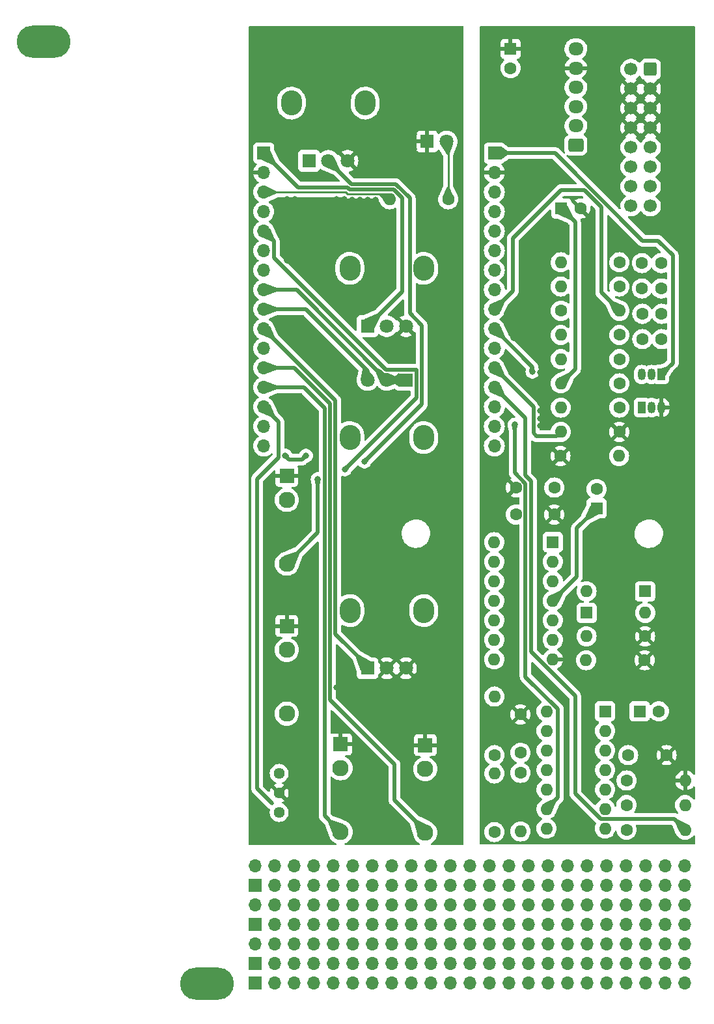
<source format=gbr>
%TF.GenerationSoftware,KiCad,Pcbnew,7.0.9*%
%TF.CreationDate,2023-12-20T21:32:29+01:00*%
%TF.ProjectId,MiniOSC-handscore,4d696e69-4f53-4432-9d68-616e6473636f,rev?*%
%TF.SameCoordinates,Original*%
%TF.FileFunction,Copper,L1,Top*%
%TF.FilePolarity,Positive*%
%FSLAX46Y46*%
G04 Gerber Fmt 4.6, Leading zero omitted, Abs format (unit mm)*
G04 Created by KiCad (PCBNEW 7.0.9) date 2023-12-20 21:32:29*
%MOMM*%
%LPD*%
G01*
G04 APERTURE LIST*
G04 Aperture macros list*
%AMRoundRect*
0 Rectangle with rounded corners*
0 $1 Rounding radius*
0 $2 $3 $4 $5 $6 $7 $8 $9 X,Y pos of 4 corners*
0 Add a 4 corners polygon primitive as box body*
4,1,4,$2,$3,$4,$5,$6,$7,$8,$9,$2,$3,0*
0 Add four circle primitives for the rounded corners*
1,1,$1+$1,$2,$3*
1,1,$1+$1,$4,$5*
1,1,$1+$1,$6,$7*
1,1,$1+$1,$8,$9*
0 Add four rect primitives between the rounded corners*
20,1,$1+$1,$2,$3,$4,$5,0*
20,1,$1+$1,$4,$5,$6,$7,0*
20,1,$1+$1,$6,$7,$8,$9,0*
20,1,$1+$1,$8,$9,$2,$3,0*%
G04 Aperture macros list end*
%TA.AperFunction,ComponentPad*%
%ADD10O,2.720000X3.240000*%
%TD*%
%TA.AperFunction,ComponentPad*%
%ADD11R,1.800000X1.800000*%
%TD*%
%TA.AperFunction,ComponentPad*%
%ADD12C,1.800000*%
%TD*%
%TA.AperFunction,ComponentPad*%
%ADD13C,1.440000*%
%TD*%
%TA.AperFunction,ComponentPad*%
%ADD14R,1.930000X1.830000*%
%TD*%
%TA.AperFunction,ComponentPad*%
%ADD15C,2.130000*%
%TD*%
%TA.AperFunction,ComponentPad*%
%ADD16C,1.600000*%
%TD*%
%TA.AperFunction,ComponentPad*%
%ADD17O,1.600000X1.600000*%
%TD*%
%TA.AperFunction,ComponentPad*%
%ADD18R,1.700000X1.700000*%
%TD*%
%TA.AperFunction,ComponentPad*%
%ADD19O,1.700000X1.700000*%
%TD*%
%TA.AperFunction,ComponentPad*%
%ADD20O,7.000000X4.200000*%
%TD*%
%TA.AperFunction,ComponentPad*%
%ADD21RoundRect,0.250000X0.600000X0.600000X-0.600000X0.600000X-0.600000X-0.600000X0.600000X-0.600000X0*%
%TD*%
%TA.AperFunction,ComponentPad*%
%ADD22C,1.700000*%
%TD*%
%TA.AperFunction,ComponentPad*%
%ADD23R,1.600000X1.600000*%
%TD*%
%TA.AperFunction,ComponentPad*%
%ADD24RoundRect,0.250000X0.725000X-0.600000X0.725000X0.600000X-0.725000X0.600000X-0.725000X-0.600000X0*%
%TD*%
%TA.AperFunction,ComponentPad*%
%ADD25O,1.950000X1.700000*%
%TD*%
%TA.AperFunction,ComponentPad*%
%ADD26R,1.050000X1.500000*%
%TD*%
%TA.AperFunction,ComponentPad*%
%ADD27O,1.050000X1.500000*%
%TD*%
%TA.AperFunction,ViaPad*%
%ADD28C,0.800000*%
%TD*%
%TA.AperFunction,Conductor*%
%ADD29C,0.500000*%
%TD*%
%TA.AperFunction,Conductor*%
%ADD30C,0.250000*%
%TD*%
G04 APERTURE END LIST*
D10*
%TO.P,TUNING_FINE1,*%
%TO.N,*%
X84200000Y-77500000D03*
X93800000Y-77500000D03*
D11*
%TO.P,TUNING_FINE1,1*%
%TO.N,FP_12V_NEG*%
X86500000Y-85000000D03*
D12*
%TO.P,TUNING_FINE1,2*%
%TO.N,/FrontPanel/FP_FINE*%
X89000000Y-85000000D03*
%TO.P,TUNING_FINE1,3*%
%TO.N,GND1*%
X91500000Y-85000000D03*
%TD*%
D10*
%TO.P,TUNING_COARSE1,*%
%TO.N,*%
X76600000Y-56000000D03*
X86200000Y-56000000D03*
D11*
%TO.P,TUNING_COARSE1,1*%
%TO.N,FP_12V_NEG*%
X78900000Y-63500000D03*
D12*
%TO.P,TUNING_COARSE1,2*%
%TO.N,/FrontPanel/FP_COARSE*%
X81400000Y-63500000D03*
%TO.P,TUNING_COARSE1,3*%
%TO.N,GND1*%
X83900000Y-63500000D03*
%TD*%
D13*
%TO.P,SCALE1,1*%
%TO.N,/FrontPanel/FP_SCALE*%
X75000000Y-148250000D03*
%TO.P,SCALE1,2*%
%TO.N,GND1*%
X75000000Y-145710000D03*
%TO.P,SCALE1,3*%
%TO.N,N/C*%
X75000000Y-143170000D03*
%TD*%
D14*
%TO.P,J6,S*%
%TO.N,GND1*%
X83000000Y-139400000D03*
D15*
%TO.P,J6,T*%
%TO.N,/FrontPanel/FP_SAW_OUT*%
X83000000Y-150800000D03*
%TO.P,J6,TN*%
%TO.N,N/C*%
X83000000Y-142500000D03*
%TD*%
D14*
%TO.P,J5,S*%
%TO.N,GND1*%
X94000000Y-139500000D03*
D15*
%TO.P,J5,T*%
%TO.N,/FrontPanel/FP_PULSE_OUT*%
X94000000Y-150900000D03*
%TO.P,J5,TN*%
%TO.N,N/C*%
X94000000Y-142600000D03*
%TD*%
D14*
%TO.P,J4,S*%
%TO.N,GND1*%
X76000000Y-104500000D03*
D15*
%TO.P,J4,T*%
%TO.N,/FrontPanel/FP_FM_IN*%
X76000000Y-115900000D03*
%TO.P,J4,TN*%
%TO.N,N/C*%
X76000000Y-107600000D03*
%TD*%
D14*
%TO.P,J3,S*%
%TO.N,GND1*%
X76000000Y-124000000D03*
D15*
%TO.P,J3,T*%
%TO.N,/FrontPanel/FP_V_OCT_IN*%
X76000000Y-135400000D03*
%TO.P,J3,TN*%
%TO.N,N/C*%
X76000000Y-127100000D03*
%TD*%
D10*
%TO.P,FM_AMOUNT1,*%
%TO.N,*%
X93800000Y-99500000D03*
X84200000Y-99500000D03*
D11*
%TO.P,FM_AMOUNT1,1*%
%TO.N,/FrontPanel/FP_FM_AMT_P2*%
X91500000Y-92000000D03*
D12*
%TO.P,FM_AMOUNT1,2*%
X89000000Y-92000000D03*
%TO.P,FM_AMOUNT1,3*%
%TO.N,/FrontPanel/FP_FM_AMT_P3*%
X86500000Y-92000000D03*
%TD*%
D10*
%TO.P,PULSE_WIDTH1,*%
%TO.N,*%
X84200000Y-122000000D03*
X93800000Y-122000000D03*
D11*
%TO.P,PULSE_WIDTH1,1*%
%TO.N,/FrontPanel/FP_PULSE_WIDTH*%
X86500000Y-129500000D03*
D12*
%TO.P,PULSE_WIDTH1,2*%
%TO.N,GND1*%
X89000000Y-129500000D03*
%TO.P,PULSE_WIDTH1,3*%
X91500000Y-129500000D03*
%TD*%
D11*
%TO.P,D3,1*%
%TO.N,GND1*%
X94250000Y-61000000D03*
D12*
%TO.P,D3,2*%
%TO.N,Net-(D3-Pad2)*%
X96790000Y-61000000D03*
%TD*%
D16*
%TO.P,R18,1*%
%TO.N,Net-(D3-Pad2)*%
X97000000Y-68500000D03*
D17*
%TO.P,R18,2*%
%TO.N,/FrontPanel/FP_12V_POS*%
X89380000Y-68500000D03*
%TD*%
D18*
%TO.P,J1,1*%
%TO.N,-12V*%
X103000000Y-62500000D03*
D19*
%TO.P,J1,2*%
%TO.N,Earth*%
X103000000Y-65040000D03*
%TO.P,J1,3*%
%TO.N,+12V*%
X103000000Y-67580000D03*
%TO.P,J1,4*%
%TO.N,N/C*%
X103000000Y-70120000D03*
%TO.P,J1,5*%
%TO.N,Net-(J1-Pad5)*%
X103000000Y-72660000D03*
%TO.P,J1,6*%
%TO.N,Net-(J1-Pad6)*%
X103000000Y-75200000D03*
%TO.P,J1,7*%
%TO.N,N/C*%
X103000000Y-77740000D03*
%TO.P,J1,8*%
%TO.N,FM_AMT_P2*%
X103000000Y-80280000D03*
%TO.P,J1,9*%
%TO.N,FM_AMT_P3*%
X103000000Y-82820000D03*
%TO.P,J1,10*%
%TO.N,PULSE_WIDTH*%
X103000000Y-85360000D03*
%TO.P,J1,11*%
%TO.N,N/C*%
X103000000Y-87900000D03*
%TO.P,J1,12*%
%TO.N,PULSE_OUT*%
X103000000Y-90440000D03*
%TO.P,J1,13*%
%TO.N,SAW_OUT*%
X103000000Y-92980000D03*
%TO.P,J1,14*%
%TO.N,SCALE*%
X103000000Y-95520000D03*
%TO.P,J1,15*%
%TO.N,Net-(J1-Pad15)*%
X103000000Y-98060000D03*
%TO.P,J1,16*%
%TO.N,Net-(J1-Pad16)*%
X103000000Y-100600000D03*
%TD*%
D20*
%TO.P,REF\u002A\u002A,1*%
%TO.N,N/C*%
X44400000Y-48000000D03*
%TD*%
%TO.P,REF\u002A\u002A,1*%
%TO.N,N/C*%
X65600000Y-170500000D03*
%TD*%
D18*
%TO.P,REF\u002A\u002A,1*%
%TO.N,N/C*%
X71882000Y-170434000D03*
D19*
%TO.P,REF\u002A\u002A,2*%
X74422000Y-170434000D03*
%TO.P,REF\u002A\u002A,3*%
X76962000Y-170434000D03*
%TO.P,REF\u002A\u002A,4*%
X79502000Y-170434000D03*
%TO.P,REF\u002A\u002A,5*%
X82042000Y-170434000D03*
%TO.P,REF\u002A\u002A,6*%
X84582000Y-170434000D03*
%TO.P,REF\u002A\u002A,7*%
X87122000Y-170434000D03*
%TO.P,REF\u002A\u002A,8*%
X89662000Y-170434000D03*
%TO.P,REF\u002A\u002A,9*%
X92202000Y-170434000D03*
%TO.P,REF\u002A\u002A,10*%
X94742000Y-170434000D03*
%TO.P,REF\u002A\u002A,11*%
X97282000Y-170434000D03*
%TO.P,REF\u002A\u002A,12*%
X99822000Y-170434000D03*
%TO.P,REF\u002A\u002A,13*%
X102362000Y-170434000D03*
%TO.P,REF\u002A\u002A,14*%
X104902000Y-170434000D03*
%TO.P,REF\u002A\u002A,15*%
X107442000Y-170434000D03*
%TO.P,REF\u002A\u002A,16*%
X109982000Y-170434000D03*
%TO.P,REF\u002A\u002A,17*%
X112522000Y-170434000D03*
%TO.P,REF\u002A\u002A,18*%
X115062000Y-170434000D03*
%TO.P,REF\u002A\u002A,19*%
X117602000Y-170434000D03*
%TO.P,REF\u002A\u002A,20*%
X120142000Y-170434000D03*
%TO.P,REF\u002A\u002A,21*%
X122682000Y-170434000D03*
%TO.P,REF\u002A\u002A,22*%
X125222000Y-170434000D03*
%TO.P,REF\u002A\u002A,23*%
X127762000Y-170434000D03*
%TD*%
D18*
%TO.P,REF\u002A\u002A,1*%
%TO.N,N/C*%
X71882000Y-162814000D03*
D19*
%TO.P,REF\u002A\u002A,2*%
X71882000Y-160274000D03*
%TO.P,REF\u002A\u002A,3*%
X74422000Y-162814000D03*
%TO.P,REF\u002A\u002A,4*%
X74422000Y-160274000D03*
%TO.P,REF\u002A\u002A,5*%
X76962000Y-162814000D03*
%TO.P,REF\u002A\u002A,6*%
X76962000Y-160274000D03*
%TO.P,REF\u002A\u002A,7*%
X79502000Y-162814000D03*
%TO.P,REF\u002A\u002A,8*%
X79502000Y-160274000D03*
%TO.P,REF\u002A\u002A,9*%
X82042000Y-162814000D03*
%TO.P,REF\u002A\u002A,10*%
X82042000Y-160274000D03*
%TO.P,REF\u002A\u002A,11*%
X84582000Y-162814000D03*
%TO.P,REF\u002A\u002A,12*%
X84582000Y-160274000D03*
%TO.P,REF\u002A\u002A,13*%
X87122000Y-162814000D03*
%TO.P,REF\u002A\u002A,14*%
X87122000Y-160274000D03*
%TO.P,REF\u002A\u002A,15*%
X89662000Y-162814000D03*
%TO.P,REF\u002A\u002A,16*%
X89662000Y-160274000D03*
%TO.P,REF\u002A\u002A,17*%
X92202000Y-162814000D03*
%TO.P,REF\u002A\u002A,18*%
X92202000Y-160274000D03*
%TO.P,REF\u002A\u002A,19*%
X94742000Y-162814000D03*
%TO.P,REF\u002A\u002A,20*%
X94742000Y-160274000D03*
%TO.P,REF\u002A\u002A,21*%
X97282000Y-162814000D03*
%TO.P,REF\u002A\u002A,22*%
X97282000Y-160274000D03*
%TO.P,REF\u002A\u002A,23*%
X99822000Y-162814000D03*
%TO.P,REF\u002A\u002A,24*%
X99822000Y-160274000D03*
%TO.P,REF\u002A\u002A,25*%
X102362000Y-162814000D03*
%TO.P,REF\u002A\u002A,26*%
X102362000Y-160274000D03*
%TO.P,REF\u002A\u002A,27*%
X104902000Y-162814000D03*
%TO.P,REF\u002A\u002A,28*%
X104902000Y-160274000D03*
%TO.P,REF\u002A\u002A,29*%
X107442000Y-162814000D03*
%TO.P,REF\u002A\u002A,30*%
X107442000Y-160274000D03*
%TO.P,REF\u002A\u002A,31*%
X109982000Y-162814000D03*
%TO.P,REF\u002A\u002A,32*%
X109982000Y-160274000D03*
%TO.P,REF\u002A\u002A,33*%
X112522000Y-162814000D03*
%TO.P,REF\u002A\u002A,34*%
X112522000Y-160274000D03*
%TO.P,REF\u002A\u002A,35*%
X115062000Y-162814000D03*
%TO.P,REF\u002A\u002A,36*%
X115062000Y-160274000D03*
%TO.P,REF\u002A\u002A,37*%
X117602000Y-162814000D03*
%TO.P,REF\u002A\u002A,38*%
X117602000Y-160274000D03*
%TO.P,REF\u002A\u002A,39*%
X120142000Y-162814000D03*
%TO.P,REF\u002A\u002A,40*%
X120142000Y-160274000D03*
%TO.P,REF\u002A\u002A,41*%
X122682000Y-162814000D03*
%TO.P,REF\u002A\u002A,42*%
X122682000Y-160274000D03*
%TO.P,REF\u002A\u002A,43*%
X125222000Y-162814000D03*
%TO.P,REF\u002A\u002A,44*%
X125222000Y-160274000D03*
%TO.P,REF\u002A\u002A,45*%
X127762000Y-162814000D03*
%TO.P,REF\u002A\u002A,46*%
X127762000Y-160274000D03*
%TD*%
D18*
%TO.P,REF\u002A\u002A,1*%
%TO.N,N/C*%
X71882000Y-167894000D03*
D19*
%TO.P,REF\u002A\u002A,2*%
X71882000Y-165354000D03*
%TO.P,REF\u002A\u002A,3*%
X74422000Y-167894000D03*
%TO.P,REF\u002A\u002A,4*%
X74422000Y-165354000D03*
%TO.P,REF\u002A\u002A,5*%
X76962000Y-167894000D03*
%TO.P,REF\u002A\u002A,6*%
X76962000Y-165354000D03*
%TO.P,REF\u002A\u002A,7*%
X79502000Y-167894000D03*
%TO.P,REF\u002A\u002A,8*%
X79502000Y-165354000D03*
%TO.P,REF\u002A\u002A,9*%
X82042000Y-167894000D03*
%TO.P,REF\u002A\u002A,10*%
X82042000Y-165354000D03*
%TO.P,REF\u002A\u002A,11*%
X84582000Y-167894000D03*
%TO.P,REF\u002A\u002A,12*%
X84582000Y-165354000D03*
%TO.P,REF\u002A\u002A,13*%
X87122000Y-167894000D03*
%TO.P,REF\u002A\u002A,14*%
X87122000Y-165354000D03*
%TO.P,REF\u002A\u002A,15*%
X89662000Y-167894000D03*
%TO.P,REF\u002A\u002A,16*%
X89662000Y-165354000D03*
%TO.P,REF\u002A\u002A,17*%
X92202000Y-167894000D03*
%TO.P,REF\u002A\u002A,18*%
X92202000Y-165354000D03*
%TO.P,REF\u002A\u002A,19*%
X94742000Y-167894000D03*
%TO.P,REF\u002A\u002A,20*%
X94742000Y-165354000D03*
%TO.P,REF\u002A\u002A,21*%
X97282000Y-167894000D03*
%TO.P,REF\u002A\u002A,22*%
X97282000Y-165354000D03*
%TO.P,REF\u002A\u002A,23*%
X99822000Y-167894000D03*
%TO.P,REF\u002A\u002A,24*%
X99822000Y-165354000D03*
%TO.P,REF\u002A\u002A,25*%
X102362000Y-167894000D03*
%TO.P,REF\u002A\u002A,26*%
X102362000Y-165354000D03*
%TO.P,REF\u002A\u002A,27*%
X104902000Y-167894000D03*
%TO.P,REF\u002A\u002A,28*%
X104902000Y-165354000D03*
%TO.P,REF\u002A\u002A,29*%
X107442000Y-167894000D03*
%TO.P,REF\u002A\u002A,30*%
X107442000Y-165354000D03*
%TO.P,REF\u002A\u002A,31*%
X109982000Y-167894000D03*
%TO.P,REF\u002A\u002A,32*%
X109982000Y-165354000D03*
%TO.P,REF\u002A\u002A,33*%
X112522000Y-167894000D03*
%TO.P,REF\u002A\u002A,34*%
X112522000Y-165354000D03*
%TO.P,REF\u002A\u002A,35*%
X115062000Y-167894000D03*
%TO.P,REF\u002A\u002A,36*%
X115062000Y-165354000D03*
%TO.P,REF\u002A\u002A,37*%
X117602000Y-167894000D03*
%TO.P,REF\u002A\u002A,38*%
X117602000Y-165354000D03*
%TO.P,REF\u002A\u002A,39*%
X120142000Y-167894000D03*
%TO.P,REF\u002A\u002A,40*%
X120142000Y-165354000D03*
%TO.P,REF\u002A\u002A,41*%
X122682000Y-167894000D03*
%TO.P,REF\u002A\u002A,42*%
X122682000Y-165354000D03*
%TO.P,REF\u002A\u002A,43*%
X125222000Y-167894000D03*
%TO.P,REF\u002A\u002A,44*%
X125222000Y-165354000D03*
%TO.P,REF\u002A\u002A,45*%
X127762000Y-167894000D03*
%TO.P,REF\u002A\u002A,46*%
X127762000Y-165354000D03*
%TD*%
D18*
%TO.P,REF\u002A\u002A,1*%
%TO.N,N/C*%
X71882000Y-157734000D03*
D19*
%TO.P,REF\u002A\u002A,2*%
X71882000Y-155194000D03*
%TO.P,REF\u002A\u002A,3*%
X74422000Y-157734000D03*
%TO.P,REF\u002A\u002A,4*%
X74422000Y-155194000D03*
%TO.P,REF\u002A\u002A,5*%
X76962000Y-157734000D03*
%TO.P,REF\u002A\u002A,6*%
X76962000Y-155194000D03*
%TO.P,REF\u002A\u002A,7*%
X79502000Y-157734000D03*
%TO.P,REF\u002A\u002A,8*%
X79502000Y-155194000D03*
%TO.P,REF\u002A\u002A,9*%
X82042000Y-157734000D03*
%TO.P,REF\u002A\u002A,10*%
X82042000Y-155194000D03*
%TO.P,REF\u002A\u002A,11*%
X84582000Y-157734000D03*
%TO.P,REF\u002A\u002A,12*%
X84582000Y-155194000D03*
%TO.P,REF\u002A\u002A,13*%
X87122000Y-157734000D03*
%TO.P,REF\u002A\u002A,14*%
X87122000Y-155194000D03*
%TO.P,REF\u002A\u002A,15*%
X89662000Y-157734000D03*
%TO.P,REF\u002A\u002A,16*%
X89662000Y-155194000D03*
%TO.P,REF\u002A\u002A,17*%
X92202000Y-157734000D03*
%TO.P,REF\u002A\u002A,18*%
X92202000Y-155194000D03*
%TO.P,REF\u002A\u002A,19*%
X94742000Y-157734000D03*
%TO.P,REF\u002A\u002A,20*%
X94742000Y-155194000D03*
%TO.P,REF\u002A\u002A,21*%
X97282000Y-157734000D03*
%TO.P,REF\u002A\u002A,22*%
X97282000Y-155194000D03*
%TO.P,REF\u002A\u002A,23*%
X99822000Y-157734000D03*
%TO.P,REF\u002A\u002A,24*%
X99822000Y-155194000D03*
%TO.P,REF\u002A\u002A,25*%
X102362000Y-157734000D03*
%TO.P,REF\u002A\u002A,26*%
X102362000Y-155194000D03*
%TO.P,REF\u002A\u002A,27*%
X104902000Y-157734000D03*
%TO.P,REF\u002A\u002A,28*%
X104902000Y-155194000D03*
%TO.P,REF\u002A\u002A,29*%
X107442000Y-157734000D03*
%TO.P,REF\u002A\u002A,30*%
X107442000Y-155194000D03*
%TO.P,REF\u002A\u002A,31*%
X109982000Y-157734000D03*
%TO.P,REF\u002A\u002A,32*%
X109982000Y-155194000D03*
%TO.P,REF\u002A\u002A,33*%
X112522000Y-157734000D03*
%TO.P,REF\u002A\u002A,34*%
X112522000Y-155194000D03*
%TO.P,REF\u002A\u002A,35*%
X115062000Y-157734000D03*
%TO.P,REF\u002A\u002A,36*%
X115062000Y-155194000D03*
%TO.P,REF\u002A\u002A,37*%
X117602000Y-157734000D03*
%TO.P,REF\u002A\u002A,38*%
X117602000Y-155194000D03*
%TO.P,REF\u002A\u002A,39*%
X120142000Y-157734000D03*
%TO.P,REF\u002A\u002A,40*%
X120142000Y-155194000D03*
%TO.P,REF\u002A\u002A,41*%
X122682000Y-157734000D03*
%TO.P,REF\u002A\u002A,42*%
X122682000Y-155194000D03*
%TO.P,REF\u002A\u002A,43*%
X125222000Y-157734000D03*
%TO.P,REF\u002A\u002A,44*%
X125222000Y-155194000D03*
%TO.P,REF\u002A\u002A,45*%
X127762000Y-157734000D03*
%TO.P,REF\u002A\u002A,46*%
X127762000Y-155194000D03*
%TD*%
D16*
%TO.P,C7,1*%
%TO.N,+12V*%
X120400000Y-140800000D03*
%TO.P,C7,2*%
%TO.N,Earth*%
X125400000Y-140800000D03*
%TD*%
D18*
%TO.P,J2,1*%
%TO.N,FP_12V_NEG*%
X73000000Y-62500000D03*
D19*
%TO.P,J2,2*%
%TO.N,GND1*%
X73000000Y-65040000D03*
%TO.P,J2,3*%
%TO.N,/FrontPanel/FP_12V_POS*%
X73000000Y-67580000D03*
%TO.P,J2,4*%
%TO.N,N/C*%
X73000000Y-70120000D03*
%TO.P,J2,5*%
%TO.N,/FrontPanel/FP_FM_IN*%
X73000000Y-72660000D03*
%TO.P,J2,6*%
%TO.N,/FrontPanel/FP_V_OCT_IN*%
X73000000Y-75200000D03*
%TO.P,J2,7*%
%TO.N,N/C*%
X73000000Y-77740000D03*
%TO.P,J2,8*%
%TO.N,/FrontPanel/FP_FM_AMT_P2*%
X73000000Y-80280000D03*
%TO.P,J2,9*%
%TO.N,/FrontPanel/FP_FM_AMT_P3*%
X73000000Y-82820000D03*
%TO.P,J2,10*%
%TO.N,/FrontPanel/FP_PULSE_WIDTH*%
X73000000Y-85360000D03*
%TO.P,J2,11*%
%TO.N,N/C*%
X73000000Y-87900000D03*
%TO.P,J2,12*%
%TO.N,/FrontPanel/FP_PULSE_OUT*%
X73000000Y-90440000D03*
%TO.P,J2,13*%
%TO.N,/FrontPanel/FP_SAW_OUT*%
X73000000Y-92980000D03*
%TO.P,J2,14*%
%TO.N,/FrontPanel/FP_SCALE*%
X73000000Y-95520000D03*
%TO.P,J2,15*%
%TO.N,/FrontPanel/FP_FINE*%
X73000000Y-98060000D03*
%TO.P,J2,16*%
%TO.N,/FrontPanel/FP_COARSE*%
X73000000Y-100600000D03*
%TD*%
D16*
%TO.P,C6,1*%
%TO.N,+12V*%
X105800000Y-109500000D03*
%TO.P,C6,2*%
%TO.N,Earth*%
X110800000Y-109500000D03*
%TD*%
%TO.P,R7,1*%
%TO.N,PULSE_WIDTH*%
X106400000Y-143100000D03*
D17*
%TO.P,R7,2*%
%TO.N,Net-(D2-Pad2)*%
X106400000Y-150720000D03*
%TD*%
D16*
%TO.P,TH4,1*%
%TO.N,FM_AMT_P2*%
X124700000Y-76800000D03*
%TO.P,TH4,2*%
%TO.N,Net-(R4-Pad1)*%
X122200000Y-76800000D03*
%TD*%
D21*
%TO.P,J8,1*%
%TO.N,-12V*%
X123300000Y-51600000D03*
D22*
%TO.P,J8,2*%
X120760000Y-51600000D03*
%TO.P,J8,3*%
%TO.N,Earth*%
X123300000Y-54140000D03*
%TO.P,J8,4*%
X120760000Y-54140000D03*
%TO.P,J8,5*%
X123300000Y-56680000D03*
%TO.P,J8,6*%
X120760000Y-56680000D03*
%TO.P,J8,7*%
X123300000Y-59220000D03*
%TO.P,J8,8*%
X120760000Y-59220000D03*
%TO.P,J8,9*%
%TO.N,+12V*%
X123300000Y-61760000D03*
%TO.P,J8,10*%
X120760000Y-61760000D03*
%TO.P,J8,11*%
%TO.N,Net-(J8-Pad11)*%
X123300000Y-64300000D03*
%TO.P,J8,12*%
X120760000Y-64300000D03*
%TO.P,J8,13*%
%TO.N,Net-(J8-Pad13)*%
X123300000Y-66840000D03*
%TO.P,J8,14*%
X120760000Y-66840000D03*
%TO.P,J8,15*%
%TO.N,Net-(J8-Pad15)*%
X123300000Y-69380000D03*
%TO.P,J8,16*%
X120760000Y-69380000D03*
%TD*%
D16*
%TO.P,R11,1*%
%TO.N,Net-(C3-Pad2)*%
X119250000Y-95600000D03*
D17*
%TO.P,R11,2*%
%TO.N,PULSE_OUT*%
X111630000Y-95600000D03*
%TD*%
D23*
%TO.P,C2,1*%
%TO.N,Net-(C2-Pad1)*%
X121900000Y-135100000D03*
D16*
%TO.P,C2,2*%
%TO.N,Net-(C2-Pad2)*%
X124400000Y-135100000D03*
%TD*%
%TO.P,R1,1*%
%TO.N,Net-(R1-Pad1)*%
X119250000Y-89300000D03*
D17*
%TO.P,R1,2*%
%TO.N,Net-(J1-Pad16)*%
X111630000Y-89300000D03*
%TD*%
D16*
%TO.P,R14,1*%
%TO.N,Net-(R13-Pad1)*%
X120200000Y-147300000D03*
D17*
%TO.P,R14,2*%
%TO.N,Net-(R14-Pad2)*%
X127820000Y-147300000D03*
%TD*%
D16*
%TO.P,TH3,1*%
%TO.N,FM_AMT_P3*%
X122200000Y-80100000D03*
%TO.P,TH3,2*%
%TO.N,Net-(R3-Pad1)*%
X124700000Y-80100000D03*
%TD*%
D24*
%TO.P,J7,1*%
%TO.N,N/C*%
X113600000Y-61450000D03*
D25*
%TO.P,J7,2*%
X113600000Y-58950000D03*
%TO.P,J7,3*%
X113600000Y-56450000D03*
%TO.P,J7,4*%
%TO.N,+12V*%
X113600000Y-53950000D03*
%TO.P,J7,5*%
%TO.N,Earth*%
X113600000Y-51450000D03*
%TO.P,J7,6*%
%TO.N,-12V*%
X113600000Y-48950000D03*
%TD*%
D16*
%TO.P,R2,1*%
%TO.N,Net-(R2-Pad1)*%
X119250000Y-86150000D03*
D17*
%TO.P,R2,2*%
%TO.N,Net-(J1-Pad15)*%
X111630000Y-86150000D03*
%TD*%
D23*
%TO.P,U1,1*%
%TO.N,Net-(C2-Pad1)*%
X117400000Y-135100000D03*
D17*
%TO.P,U1,2*%
X117400000Y-137640000D03*
%TO.P,U1,3*%
%TO.N,Net-(C1-Pad1)*%
X117400000Y-140180000D03*
%TO.P,U1,4*%
%TO.N,+12V*%
X117400000Y-142720000D03*
%TO.P,U1,5*%
%TO.N,Net-(C2-Pad2)*%
X117400000Y-145260000D03*
%TO.P,U1,6*%
%TO.N,Net-(R13-Pad1)*%
X117400000Y-147800000D03*
%TO.P,U1,7*%
%TO.N,Net-(R14-Pad2)*%
X117400000Y-150340000D03*
%TO.P,U1,8*%
%TO.N,Net-(D2-Pad2)*%
X109780000Y-150340000D03*
%TO.P,U1,9*%
%TO.N,PULSE_WIDTH*%
X109780000Y-147800000D03*
%TO.P,U1,10*%
%TO.N,Net-(C2-Pad2)*%
X109780000Y-145260000D03*
%TO.P,U1,11*%
%TO.N,-12V*%
X109780000Y-142720000D03*
%TO.P,U1,12*%
%TO.N,Net-(R16-Pad1)*%
X109780000Y-140180000D03*
%TO.P,U1,13*%
%TO.N,Net-(U1-Pad13)*%
X109780000Y-137640000D03*
%TO.P,U1,14*%
X109780000Y-135100000D03*
%TD*%
D16*
%TO.P,C1,1*%
%TO.N,Net-(C1-Pad1)*%
X110800000Y-106000000D03*
%TO.P,C1,2*%
%TO.N,Earth*%
X105800000Y-106000000D03*
%TD*%
%TO.P,R8,1*%
%TO.N,Earth*%
X122600000Y-125350000D03*
D17*
%TO.P,R8,2*%
%TO.N,Net-(D2-Pad1)*%
X114980000Y-125350000D03*
%TD*%
D16*
%TO.P,R6,1*%
%TO.N,Net-(Q1-Pad3)*%
X119250000Y-92450000D03*
D17*
%TO.P,R6,2*%
%TO.N,+12V*%
X111630000Y-92450000D03*
%TD*%
D23*
%TO.P,C3,1*%
%TO.N,Net-(C3-Pad1)*%
X116300000Y-108700000D03*
D16*
%TO.P,C3,2*%
%TO.N,Net-(C3-Pad2)*%
X116300000Y-106200000D03*
%TD*%
D23*
%TO.P,U2,1*%
%TO.N,Net-(C1-Pad1)*%
X110600000Y-113100000D03*
D17*
%TO.P,U2,2*%
%TO.N,Net-(D1-Pad2)*%
X110600000Y-115640000D03*
%TO.P,U2,3*%
%TO.N,Net-(D2-Pad1)*%
X110600000Y-118180000D03*
%TO.P,U2,4*%
%TO.N,Net-(C3-Pad1)*%
X110600000Y-120720000D03*
%TO.P,U2,5*%
%TO.N,N/C*%
X110600000Y-123260000D03*
%TO.P,U2,6*%
X110600000Y-125800000D03*
%TO.P,U2,7*%
%TO.N,Earth*%
X110600000Y-128340000D03*
%TO.P,U2,8*%
%TO.N,N/C*%
X102980000Y-128340000D03*
%TO.P,U2,9*%
X102980000Y-125800000D03*
%TO.P,U2,10*%
X102980000Y-123260000D03*
%TO.P,U2,11*%
X102980000Y-120720000D03*
%TO.P,U2,12*%
X102980000Y-118180000D03*
%TO.P,U2,13*%
X102980000Y-115640000D03*
%TO.P,U2,14*%
%TO.N,+12V*%
X102980000Y-113100000D03*
%TD*%
D16*
%TO.P,R5,1*%
%TO.N,SCALE*%
X111650000Y-83000000D03*
D17*
%TO.P,R5,2*%
%TO.N,FM_AMT_P3*%
X119270000Y-83000000D03*
%TD*%
D16*
%TO.P,R16,1*%
%TO.N,Net-(R16-Pad1)*%
X103000000Y-140800000D03*
D17*
%TO.P,R16,2*%
%TO.N,+12V*%
X103000000Y-133180000D03*
%TD*%
D26*
%TO.P,Q1,1*%
%TO.N,-12V*%
X124700000Y-91300000D03*
D27*
%TO.P,Q1,2*%
%TO.N,FM_AMT_P3*%
X123430000Y-91300000D03*
%TO.P,Q1,3*%
%TO.N,Net-(Q1-Pad3)*%
X122160000Y-91300000D03*
%TD*%
D16*
%TO.P,R3,1*%
%TO.N,Net-(R3-Pad1)*%
X119250000Y-79850000D03*
D17*
%TO.P,R3,2*%
%TO.N,Net-(J1-Pad6)*%
X111630000Y-79850000D03*
%TD*%
D16*
%TO.P,R13,1*%
%TO.N,Net-(R13-Pad1)*%
X120200000Y-144100000D03*
D17*
%TO.P,R13,2*%
%TO.N,Earth*%
X127820000Y-144100000D03*
%TD*%
D16*
%TO.P,TH1,1*%
%TO.N,FM_AMT_P3*%
X124750000Y-86700000D03*
%TO.P,TH1,2*%
%TO.N,Net-(R1-Pad1)*%
X122250000Y-86700000D03*
%TD*%
%TO.P,R4,1*%
%TO.N,Net-(R4-Pad1)*%
X119250000Y-76700000D03*
D17*
%TO.P,R4,2*%
%TO.N,Net-(J1-Pad5)*%
X111630000Y-76700000D03*
%TD*%
D16*
%TO.P,TH2,1*%
%TO.N,FM_AMT_P3*%
X124750000Y-83400000D03*
%TO.P,TH2,2*%
%TO.N,Net-(R2-Pad1)*%
X122250000Y-83400000D03*
%TD*%
D26*
%TO.P,Q2,1*%
%TO.N,Net-(C1-Pad1)*%
X122200000Y-95600000D03*
D27*
%TO.P,Q2,2*%
%TO.N,Net-(Q1-Pad3)*%
X123470000Y-95600000D03*
%TO.P,Q2,3*%
%TO.N,Earth*%
X124740000Y-95600000D03*
%TD*%
D23*
%TO.P,C4,1*%
%TO.N,+12V*%
X111700000Y-69700000D03*
D16*
%TO.P,C4,2*%
%TO.N,Earth*%
X114200000Y-69700000D03*
%TD*%
D23*
%TO.P,C5,1*%
%TO.N,Earth*%
X105100000Y-48950000D03*
D16*
%TO.P,C5,2*%
%TO.N,-12V*%
X105100000Y-51450000D03*
%TD*%
%TO.P,R10,1*%
%TO.N,Earth*%
X111600000Y-101900000D03*
D17*
%TO.P,R10,2*%
%TO.N,Net-(C3-Pad2)*%
X119220000Y-101900000D03*
%TD*%
D16*
%TO.P,R9,1*%
%TO.N,Earth*%
X122550000Y-128450000D03*
D17*
%TO.P,R9,2*%
%TO.N,Net-(C2-Pad2)*%
X114930000Y-128450000D03*
%TD*%
D23*
%TO.P,D2,1*%
%TO.N,Net-(D2-Pad1)*%
X115000000Y-122300000D03*
D17*
%TO.P,D2,2*%
%TO.N,Net-(D2-Pad2)*%
X122620000Y-122300000D03*
%TD*%
D16*
%TO.P,R12,1*%
%TO.N,Earth*%
X119250000Y-98750000D03*
D17*
%TO.P,R12,2*%
%TO.N,PULSE_OUT*%
X111630000Y-98750000D03*
%TD*%
D16*
%TO.P,C8,1*%
%TO.N,Earth*%
X106400000Y-135500000D03*
%TO.P,C8,2*%
%TO.N,-12V*%
X106400000Y-140500000D03*
%TD*%
%TO.P,R17,1*%
%TO.N,-12V*%
X103000000Y-150800000D03*
D17*
%TO.P,R17,2*%
%TO.N,Net-(R16-Pad1)*%
X103000000Y-143180000D03*
%TD*%
D16*
%TO.P,R15,1*%
%TO.N,Net-(R14-Pad2)*%
X120200000Y-150500000D03*
D17*
%TO.P,R15,2*%
%TO.N,SAW_OUT*%
X127820000Y-150500000D03*
%TD*%
D23*
%TO.P,D1,1*%
%TO.N,Net-(C1-Pad1)*%
X122600000Y-119500000D03*
D17*
%TO.P,D1,2*%
%TO.N,Net-(D1-Pad2)*%
X114980000Y-119500000D03*
%TD*%
D28*
%TO.N,Earth*%
X124500000Y-103500000D03*
X122500000Y-105500000D03*
X105500000Y-85500000D03*
X106500000Y-83500000D03*
X116500000Y-113500000D03*
X123500000Y-102500000D03*
X125500000Y-104500000D03*
X121500000Y-107500000D03*
X124500000Y-105500000D03*
X124500000Y-100500000D03*
X122500000Y-103500000D03*
X124500000Y-107500000D03*
X124500000Y-106500000D03*
X121500000Y-104500000D03*
X123500000Y-104500000D03*
X125500000Y-101500000D03*
X123500000Y-107500000D03*
X109000000Y-94000000D03*
X118500000Y-114500000D03*
X109000000Y-93000000D03*
X105500000Y-84500000D03*
X123500000Y-100500000D03*
X109000000Y-97000000D03*
X125500000Y-105500000D03*
X105500000Y-83500000D03*
X125500000Y-100500000D03*
X117500000Y-114500000D03*
X106500000Y-82500000D03*
X125500000Y-102500000D03*
X109500000Y-82500000D03*
X118500000Y-115500000D03*
X118500000Y-116500000D03*
X123500000Y-106500000D03*
X125500000Y-107500000D03*
X109000000Y-95000000D03*
X125500000Y-103500000D03*
X117500000Y-112500000D03*
X108500000Y-83500000D03*
X122500000Y-102500000D03*
X105500000Y-86500000D03*
X121500000Y-101500000D03*
X121500000Y-103500000D03*
X122500000Y-101500000D03*
X122500000Y-104500000D03*
X108500000Y-82500000D03*
X122500000Y-100500000D03*
X107500000Y-83500000D03*
X109000000Y-91000000D03*
X121500000Y-105500000D03*
X122500000Y-107500000D03*
X116500000Y-112500000D03*
X123500000Y-103500000D03*
X118500000Y-113500000D03*
X123500000Y-105500000D03*
X109000000Y-98000000D03*
X121500000Y-102500000D03*
X124500000Y-102500000D03*
X106500000Y-84500000D03*
X107500000Y-84500000D03*
X117500000Y-115500000D03*
X109000000Y-92000000D03*
X107500000Y-82500000D03*
X122500000Y-106500000D03*
X124500000Y-104500000D03*
X106500000Y-85500000D03*
X123500000Y-101500000D03*
X110000000Y-98000000D03*
X117500000Y-113500000D03*
X105500000Y-82500000D03*
X118500000Y-112500000D03*
X115500000Y-112500000D03*
X115500000Y-113500000D03*
X124500000Y-101500000D03*
X121500000Y-106500000D03*
X125500000Y-106500000D03*
X109000000Y-96000000D03*
X121500000Y-100500000D03*
X116500000Y-114500000D03*
%TO.N,GND1*%
X87500000Y-111000000D03*
X76000000Y-71500000D03*
X78000000Y-87000000D03*
X84500000Y-68598000D03*
X93500000Y-134000000D03*
X87000000Y-61500000D03*
X77000000Y-76500000D03*
X87500000Y-115000000D03*
X89500000Y-133000000D03*
X87500000Y-134000000D03*
X91500000Y-63000000D03*
X78000000Y-86000000D03*
X93500000Y-133000000D03*
X85500000Y-135000000D03*
X95500000Y-134000000D03*
X92500000Y-63000000D03*
X77000000Y-73500000D03*
X83500000Y-111000000D03*
X90500000Y-137000000D03*
X76000000Y-74500000D03*
X86500000Y-136000000D03*
X76000000Y-85000000D03*
X84500000Y-109000000D03*
X95500000Y-106000000D03*
X76000000Y-72500000D03*
X82500000Y-68500000D03*
X81000000Y-88000000D03*
X82500000Y-132000000D03*
X77000000Y-69500000D03*
X79000000Y-89000000D03*
X86500000Y-114000000D03*
X92500000Y-65000000D03*
X85500000Y-114000000D03*
X84500000Y-107000000D03*
X87500000Y-137000000D03*
X90500000Y-63000000D03*
X91500000Y-65000000D03*
X91500000Y-132000000D03*
X95500000Y-136000000D03*
X85500000Y-134000000D03*
X92500000Y-132000000D03*
X90500000Y-64000000D03*
X82500000Y-69500000D03*
X84500000Y-112000000D03*
X85500000Y-108000000D03*
X85500000Y-115000000D03*
X91500000Y-61000000D03*
X91500000Y-58000000D03*
X93500000Y-132000000D03*
X77000000Y-68500000D03*
X85500000Y-133000000D03*
X87500000Y-112000000D03*
X83500000Y-107000000D03*
X89500000Y-137000000D03*
X83500000Y-115000000D03*
X83500000Y-108000000D03*
X76000000Y-73500000D03*
X88500000Y-133000000D03*
X85500000Y-111000000D03*
X80000000Y-89000000D03*
X83500000Y-113000000D03*
X90500000Y-132000000D03*
X85500000Y-107000000D03*
X89500000Y-136000000D03*
X91500000Y-107000000D03*
X94500000Y-136000000D03*
X87500000Y-69500000D03*
X87000000Y-62500000D03*
X89500000Y-132000000D03*
X83500000Y-69500000D03*
X84500000Y-69500000D03*
X91500000Y-106000000D03*
X87500000Y-136000000D03*
X87500000Y-108000000D03*
X85500000Y-69500000D03*
X86000000Y-63500000D03*
X85500000Y-109000000D03*
X92500000Y-61000000D03*
X92500000Y-62000000D03*
X90500000Y-133000000D03*
X83500000Y-133000000D03*
X86500000Y-115000000D03*
X84500000Y-133000000D03*
X76000000Y-68500000D03*
X93500000Y-137000000D03*
X92500000Y-136000000D03*
X81000000Y-91000000D03*
X94500000Y-133000000D03*
X82000000Y-91000000D03*
X85852000Y-93980000D03*
X87000000Y-60500000D03*
X83500000Y-114000000D03*
X94500000Y-134000000D03*
X83500000Y-112000000D03*
X93500000Y-107000000D03*
X86500000Y-112000000D03*
X88500000Y-135000000D03*
X83500000Y-68500000D03*
X80000000Y-88000000D03*
X84500000Y-134000000D03*
X86500000Y-69500000D03*
X84500000Y-106000000D03*
X77000000Y-84000000D03*
X89500000Y-134000000D03*
X95500000Y-107000000D03*
X92500000Y-59000000D03*
X86000000Y-62500000D03*
X86500000Y-135000000D03*
X76000000Y-69500000D03*
X80000000Y-90000000D03*
X85500000Y-106000000D03*
X79000000Y-88000000D03*
X86000000Y-60500000D03*
X88500000Y-107000000D03*
X84500000Y-115000000D03*
X92500000Y-137000000D03*
X87000000Y-63500000D03*
X87500000Y-110000000D03*
X91500000Y-134000000D03*
X88500000Y-137000000D03*
X77000000Y-71500000D03*
X87500000Y-107000000D03*
X89500000Y-135000000D03*
X87500000Y-109000000D03*
X90500000Y-61000000D03*
X88500000Y-136000000D03*
X88500000Y-106000000D03*
X85500000Y-132000000D03*
X83500000Y-132000000D03*
X90500000Y-106000000D03*
X90500000Y-62000000D03*
X87500000Y-68598000D03*
X93500000Y-57000000D03*
X76000000Y-75500000D03*
X86500000Y-113000000D03*
X90500000Y-134000000D03*
X90500000Y-65000000D03*
X92500000Y-106000000D03*
X81000000Y-90000000D03*
X90500000Y-60000000D03*
X84500000Y-114000000D03*
X88500000Y-134000000D03*
X80000000Y-87000000D03*
X94500000Y-107000000D03*
X88500000Y-132000000D03*
X86500000Y-108000000D03*
X76000000Y-70500000D03*
X91500000Y-133000000D03*
X87500000Y-114000000D03*
X90500000Y-135000000D03*
X85500000Y-68598000D03*
X94500000Y-106000000D03*
X85500000Y-110000000D03*
X84500000Y-113000000D03*
X91500000Y-60000000D03*
X89500000Y-107000000D03*
X93500000Y-58000000D03*
X95500000Y-132000000D03*
X91500000Y-59000000D03*
X93500000Y-65000000D03*
X76000000Y-86000000D03*
X76000000Y-76500000D03*
X79000000Y-86000000D03*
X93500000Y-106000000D03*
X90500000Y-57000000D03*
X83500000Y-110000000D03*
X92500000Y-60000000D03*
X93500000Y-136000000D03*
X83500000Y-106000000D03*
X86500000Y-132000000D03*
X92500000Y-64000000D03*
X82000000Y-90000000D03*
X92500000Y-133000000D03*
X89500000Y-106000000D03*
X86500000Y-68598000D03*
X77000000Y-75500000D03*
X78000000Y-88000000D03*
X84500000Y-108000000D03*
X92500000Y-107000000D03*
X86500000Y-133000000D03*
X87500000Y-113000000D03*
X86500000Y-110000000D03*
X81000000Y-89000000D03*
X86500000Y-109000000D03*
X93500000Y-135000000D03*
X76000000Y-84000000D03*
X78000000Y-85000000D03*
X86000000Y-61500000D03*
X86500000Y-111000000D03*
X77000000Y-72500000D03*
X79000000Y-87000000D03*
X91500000Y-57000000D03*
X77000000Y-85000000D03*
X84500000Y-110000000D03*
X91500000Y-64000000D03*
X94500000Y-132000000D03*
X77000000Y-70500000D03*
X87500000Y-132000000D03*
X90500000Y-107000000D03*
X87500000Y-106000000D03*
X87500000Y-133000000D03*
X92500000Y-134000000D03*
X86500000Y-107000000D03*
X85500000Y-113000000D03*
X86500000Y-106000000D03*
X85500000Y-112000000D03*
X84500000Y-111000000D03*
X91500000Y-136000000D03*
X90500000Y-59000000D03*
X95500000Y-133000000D03*
X90500000Y-136000000D03*
X90500000Y-58000000D03*
X95500000Y-137000000D03*
X77000000Y-87000000D03*
X91500000Y-137000000D03*
X92500000Y-57000000D03*
X95500000Y-135000000D03*
X84500000Y-132000000D03*
X87500000Y-135000000D03*
X86500000Y-134000000D03*
X91500000Y-62000000D03*
X94500000Y-135000000D03*
X92500000Y-135000000D03*
X77000000Y-86000000D03*
X77000000Y-74500000D03*
X82000000Y-89000000D03*
X92500000Y-58000000D03*
X91500000Y-135000000D03*
X83500000Y-109000000D03*
X94500000Y-137000000D03*
%TO.N,/FrontPanel/FP_FM_IN*%
X83566000Y-103632000D03*
X80010000Y-104902000D03*
%TO.N,/FrontPanel/FP_COARSE*%
X86106000Y-102616000D03*
X78486000Y-101854000D03*
X75808000Y-101854000D03*
%TO.N,PULSE_WIDTH*%
X105638190Y-97815810D03*
X107950000Y-90932000D03*
%TD*%
D29*
%TO.N,Net-(C3-Pad1)*%
X113729999Y-117590001D02*
X110600000Y-120720000D01*
X110680000Y-120720000D02*
X110600000Y-120720000D01*
X113729999Y-111270001D02*
X113729999Y-117590001D01*
X116300000Y-108700000D02*
X113729999Y-111270001D01*
%TO.N,+12V*%
X111700000Y-69700000D02*
X113500000Y-71500000D01*
X113500000Y-71500000D02*
X113500000Y-90580000D01*
X113500000Y-90580000D02*
X111630000Y-92450000D01*
%TO.N,-12V*%
X126200000Y-89800000D02*
X126200000Y-75800000D01*
X126200000Y-75800000D02*
X124300000Y-73900000D01*
X124700000Y-91300000D02*
X126200000Y-89800000D01*
X110889962Y-62500000D02*
X103050000Y-62500000D01*
X124300000Y-73900000D02*
X122289962Y-73900000D01*
X122289962Y-73900000D02*
X110889962Y-62500000D01*
%TO.N,GND1*%
X82000000Y-89000000D02*
X82000000Y-90128000D01*
X82000000Y-90128000D02*
X85852000Y-93980000D01*
D30*
%TO.N,Net-(D3-Pad2)*%
X97000000Y-61210000D02*
X97000000Y-68500000D01*
X96790000Y-61000000D02*
X97000000Y-61210000D01*
D29*
%TO.N,/FrontPanel/FP_FM_AMT_P2*%
X77280000Y-80280000D02*
X89000000Y-92000000D01*
X73000000Y-80280000D02*
X77280000Y-80280000D01*
X89000000Y-92000000D02*
X91500000Y-92000000D01*
%TO.N,/FrontPanel/FP_FM_AMT_P3*%
X73000000Y-82820000D02*
X78502000Y-82820000D01*
X86500000Y-90818000D02*
X86500000Y-92000000D01*
X78502000Y-82820000D02*
X86500000Y-90818000D01*
%TO.N,FP_12V_NEG*%
X91000000Y-68352234D02*
X91000000Y-80500000D01*
X91000000Y-80500000D02*
X86500000Y-85000000D01*
X73000000Y-62500000D02*
X77494000Y-66994000D01*
X84158051Y-67248000D02*
X89895766Y-67248000D01*
X89895766Y-67248000D02*
X91000000Y-68352234D01*
X83904050Y-66994000D02*
X84158051Y-67248000D01*
X77494000Y-66994000D02*
X83904050Y-66994000D01*
D30*
%TO.N,/FrontPanel/FP_12V_POS*%
X83919879Y-67823000D02*
X88703000Y-67823000D01*
X73000000Y-67580000D02*
X83676878Y-67580000D01*
X88703000Y-67823000D02*
X89380000Y-68500000D01*
X83676878Y-67580000D02*
X83919879Y-67823000D01*
D29*
%TO.N,/FrontPanel/FP_FM_IN*%
X92850000Y-94348000D02*
X92850000Y-90650000D01*
X92850000Y-90650000D02*
X88872000Y-90650000D01*
X74300000Y-73960000D02*
X73000000Y-72660000D01*
X80010000Y-111890000D02*
X80010000Y-104902000D01*
X74300000Y-76078000D02*
X74300000Y-73960000D01*
X76000000Y-115900000D02*
X80010000Y-111890000D01*
X83566000Y-103632000D02*
X92850000Y-94348000D01*
X88872000Y-90650000D02*
X74300000Y-76078000D01*
%TO.N,/FrontPanel/FP_SCALE*%
X74908000Y-102092000D02*
X72136000Y-104864000D01*
X74908000Y-97428000D02*
X74908000Y-102092000D01*
X72136000Y-145136000D02*
X74079999Y-147079999D01*
X72136000Y-104864000D02*
X72136000Y-145136000D01*
X73000000Y-95520000D02*
X73020000Y-95520000D01*
X73000000Y-95520000D02*
X74908000Y-97428000D01*
%TO.N,/FrontPanel/FP_COARSE*%
X84448000Y-66548000D02*
X90185716Y-66548000D01*
X77978000Y-102362000D02*
X78486000Y-101854000D01*
X90185716Y-66548000D02*
X91990000Y-68352284D01*
X76316000Y-102362000D02*
X77978000Y-102362000D01*
X91990000Y-68352284D02*
X91990000Y-83354000D01*
X75808000Y-101854000D02*
X76316000Y-102362000D01*
X91990000Y-83354000D02*
X93550000Y-84914000D01*
X93550000Y-95172000D02*
X86106000Y-102616000D01*
X81400000Y-63500000D02*
X84448000Y-66548000D01*
X93550000Y-84914000D02*
X93550000Y-95172000D01*
%TO.N,PULSE_OUT*%
X108080000Y-98936000D02*
X108080000Y-95520000D01*
X111066000Y-99314000D02*
X108458000Y-99314000D01*
X111630000Y-98750000D02*
X111066000Y-99314000D01*
X108458000Y-99314000D02*
X108080000Y-98936000D01*
X108080000Y-95520000D02*
X103000000Y-90440000D01*
%TO.N,SAW_OUT*%
X113500000Y-133090002D02*
X113500000Y-145790000D01*
X103050000Y-92980000D02*
X106996000Y-96926000D01*
X106996000Y-96926000D02*
X106996000Y-104438283D01*
X126409999Y-149089999D02*
X127820000Y-150500000D01*
X113500000Y-145790000D02*
X116799999Y-149089999D01*
X107750000Y-127340002D02*
X113500000Y-133090002D01*
X106996000Y-104438283D02*
X107750000Y-105192284D01*
X116799999Y-149089999D02*
X126409999Y-149089999D01*
X107750000Y-105192284D02*
X107750000Y-127340002D01*
%TO.N,/FrontPanel/FP_PULSE_WIDTH*%
X73000000Y-85360000D02*
X82310000Y-94670000D01*
X82310000Y-94670000D02*
X82310000Y-125060000D01*
X82310000Y-125060000D02*
X86750000Y-129500000D01*
%TO.N,FM_AMT_P3*%
X105400000Y-80470000D02*
X103050000Y-82820000D01*
X119270000Y-83000000D02*
X116900000Y-80630000D01*
X114700000Y-67300000D02*
X111689998Y-67300000D01*
X111689998Y-67300000D02*
X105400000Y-73589998D01*
X116900000Y-69500000D02*
X114700000Y-67300000D01*
X116900000Y-80630000D02*
X116900000Y-69500000D01*
X105400000Y-73589998D02*
X105400000Y-80470000D01*
%TO.N,PULSE_WIDTH*%
X107050000Y-105482233D02*
X107050000Y-130602233D01*
X107950000Y-90310000D02*
X107950000Y-90932000D01*
X105638190Y-97815810D02*
X105638190Y-104070423D01*
X111252000Y-134804233D02*
X111252000Y-146328000D01*
X111252000Y-146328000D02*
X109780000Y-147800000D01*
X103000000Y-85360000D02*
X107950000Y-90310000D01*
X107050000Y-130602233D02*
X111252000Y-134804233D01*
X105638190Y-104070423D02*
X107050000Y-105482233D01*
%TO.N,/FrontPanel/FP_SAW_OUT*%
X80910000Y-148710000D02*
X83000000Y-150800000D01*
X80910000Y-95642000D02*
X80910000Y-148710000D01*
X78248000Y-92980000D02*
X80910000Y-95642000D01*
X73000000Y-92980000D02*
X78248000Y-92980000D01*
%TO.N,/FrontPanel/FP_PULSE_OUT*%
X90000000Y-146650000D02*
X94250000Y-150900000D01*
X76978000Y-90440000D02*
X81610000Y-95072000D01*
X90000000Y-142000000D02*
X90000000Y-146650000D01*
X81610000Y-95072000D02*
X81610000Y-133610000D01*
X73000000Y-90440000D02*
X76978000Y-90440000D01*
X81610000Y-133610000D02*
X90000000Y-142000000D01*
%TD*%
%TA.AperFunction,Conductor*%
%TO.N,Earth*%
G36*
X129042121Y-46020002D02*
G01*
X129088614Y-46073658D01*
X129100000Y-46126000D01*
X129100000Y-143247980D01*
X129079998Y-143316101D01*
X129026342Y-143362594D01*
X128956068Y-143372698D01*
X128891488Y-143343204D01*
X128870787Y-143320251D01*
X128825815Y-143256025D01*
X128825810Y-143256019D01*
X128663980Y-143094189D01*
X128663974Y-143094184D01*
X128476498Y-142962912D01*
X128269073Y-142866188D01*
X128269071Y-142866187D01*
X128074000Y-142813917D01*
X128074000Y-143788314D01*
X128058045Y-143772359D01*
X127945148Y-143714835D01*
X127851481Y-143700000D01*
X127788519Y-143700000D01*
X127694852Y-143714835D01*
X127581955Y-143772359D01*
X127566000Y-143788314D01*
X127566000Y-142813917D01*
X127565999Y-142813917D01*
X127370928Y-142866187D01*
X127370926Y-142866188D01*
X127163501Y-142962912D01*
X126976025Y-143094184D01*
X126976019Y-143094189D01*
X126814189Y-143256019D01*
X126814184Y-143256025D01*
X126682912Y-143443501D01*
X126586188Y-143650926D01*
X126586186Y-143650931D01*
X126533917Y-143846000D01*
X127508314Y-143846000D01*
X127492359Y-143861955D01*
X127434835Y-143974852D01*
X127415014Y-144100000D01*
X127434835Y-144225148D01*
X127492359Y-144338045D01*
X127508314Y-144354000D01*
X126533918Y-144354000D01*
X126586186Y-144549068D01*
X126586188Y-144549073D01*
X126682912Y-144756498D01*
X126814184Y-144943974D01*
X126814189Y-144943980D01*
X126976019Y-145105810D01*
X126976025Y-145105815D01*
X127163501Y-145237087D01*
X127370926Y-145333811D01*
X127370931Y-145333813D01*
X127566000Y-145386081D01*
X127566000Y-144411686D01*
X127581955Y-144427641D01*
X127694852Y-144485165D01*
X127788519Y-144500000D01*
X127851481Y-144500000D01*
X127945148Y-144485165D01*
X128058045Y-144427641D01*
X128074000Y-144411686D01*
X128074000Y-145386081D01*
X128269068Y-145333813D01*
X128269073Y-145333811D01*
X128476498Y-145237087D01*
X128663974Y-145105815D01*
X128663980Y-145105810D01*
X128825810Y-144943980D01*
X128825819Y-144943969D01*
X128870787Y-144879749D01*
X128926243Y-144835420D01*
X128996863Y-144828111D01*
X129060223Y-144860141D01*
X129096209Y-144921342D01*
X129100000Y-144952019D01*
X129100000Y-146447108D01*
X129079998Y-146515229D01*
X129026342Y-146561722D01*
X128956068Y-146571826D01*
X128891488Y-146542332D01*
X128870787Y-146519379D01*
X128831115Y-146462722D01*
X128826198Y-146455700D01*
X128664300Y-146293802D01*
X128645828Y-146280868D01*
X128476749Y-146162477D01*
X128269246Y-146065717D01*
X128269240Y-146065715D01*
X128169777Y-146039064D01*
X128048087Y-146006457D01*
X127820000Y-145986502D01*
X127591913Y-146006457D01*
X127370759Y-146065715D01*
X127370753Y-146065717D01*
X127163250Y-146162477D01*
X126975703Y-146293799D01*
X126975697Y-146293804D01*
X126813804Y-146455697D01*
X126813799Y-146455703D01*
X126682477Y-146643250D01*
X126585717Y-146850753D01*
X126585715Y-146850759D01*
X126526457Y-147071913D01*
X126506502Y-147300000D01*
X126521819Y-147475080D01*
X126526457Y-147528086D01*
X126585715Y-147749240D01*
X126585717Y-147749246D01*
X126682477Y-147956749D01*
X126813799Y-148144296D01*
X126813804Y-148144302D01*
X126863775Y-148194273D01*
X126897801Y-148256585D01*
X126892736Y-148327400D01*
X126850189Y-148384236D01*
X126783669Y-148409047D01*
X126718134Y-148395967D01*
X126671187Y-148372390D01*
X126671185Y-148372389D01*
X126671182Y-148372388D01*
X126664288Y-148369879D01*
X126664310Y-148369816D01*
X126657188Y-148367340D01*
X126657168Y-148367403D01*
X126650208Y-148365096D01*
X126574149Y-148349391D01*
X126498651Y-148331498D01*
X126491366Y-148330647D01*
X126491373Y-148330579D01*
X126483876Y-148329813D01*
X126483871Y-148329880D01*
X126476558Y-148329240D01*
X126476557Y-148329240D01*
X126398919Y-148331499D01*
X121317164Y-148331499D01*
X121249043Y-148311497D01*
X121202550Y-148257841D01*
X121192446Y-148187567D01*
X121213951Y-148133228D01*
X121287572Y-148028086D01*
X121337523Y-147956749D01*
X121434284Y-147749243D01*
X121493543Y-147528087D01*
X121513498Y-147300000D01*
X121493543Y-147071913D01*
X121434284Y-146850757D01*
X121337523Y-146643251D01*
X121206198Y-146455700D01*
X121044300Y-146293802D01*
X121025828Y-146280868D01*
X120856749Y-146162477D01*
X120649246Y-146065717D01*
X120649240Y-146065715D01*
X120549777Y-146039064D01*
X120428087Y-146006457D01*
X120200000Y-145986502D01*
X119971913Y-146006457D01*
X119750759Y-146065715D01*
X119750753Y-146065717D01*
X119543250Y-146162477D01*
X119355703Y-146293799D01*
X119355697Y-146293804D01*
X119193804Y-146455697D01*
X119193799Y-146455703D01*
X119062477Y-146643250D01*
X118965717Y-146850753D01*
X118965715Y-146850759D01*
X118906457Y-147071913D01*
X118889837Y-147261887D01*
X118886502Y-147300001D01*
X118889852Y-147338294D01*
X118875862Y-147407899D01*
X118826462Y-147458890D01*
X118757336Y-147475080D01*
X118690430Y-147451326D01*
X118646988Y-147395172D01*
X118642624Y-147381883D01*
X118634286Y-147350763D01*
X118634284Y-147350760D01*
X118634284Y-147350757D01*
X118537523Y-147143251D01*
X118406198Y-146955700D01*
X118244300Y-146793802D01*
X118056749Y-146662477D01*
X118017543Y-146644195D01*
X117964258Y-146597279D01*
X117944796Y-146529002D01*
X117965337Y-146461042D01*
X118017543Y-146415805D01*
X118031347Y-146409368D01*
X118056749Y-146397523D01*
X118244300Y-146266198D01*
X118406198Y-146104300D01*
X118537523Y-145916749D01*
X118634284Y-145709243D01*
X118693543Y-145488087D01*
X118713498Y-145260000D01*
X118693543Y-145031913D01*
X118634284Y-144810757D01*
X118537523Y-144603251D01*
X118406198Y-144415700D01*
X118244300Y-144253802D01*
X118056749Y-144122477D01*
X118017543Y-144104195D01*
X118012779Y-144100000D01*
X118886502Y-144100000D01*
X118906457Y-144328087D01*
X118923996Y-144393542D01*
X118965715Y-144549240D01*
X118965717Y-144549246D01*
X119062477Y-144756749D01*
X119177726Y-144921342D01*
X119193802Y-144944300D01*
X119355700Y-145106198D01*
X119543251Y-145237523D01*
X119750757Y-145334284D01*
X119971913Y-145393543D01*
X120200000Y-145413498D01*
X120428087Y-145393543D01*
X120649243Y-145334284D01*
X120856749Y-145237523D01*
X121044300Y-145106198D01*
X121206198Y-144944300D01*
X121337523Y-144756749D01*
X121434284Y-144549243D01*
X121493543Y-144328087D01*
X121513498Y-144100000D01*
X121493543Y-143871913D01*
X121434284Y-143650757D01*
X121337523Y-143443251D01*
X121206198Y-143255700D01*
X121044300Y-143093802D01*
X120856749Y-142962477D01*
X120662533Y-142871913D01*
X120649246Y-142865717D01*
X120649240Y-142865715D01*
X120555771Y-142840670D01*
X120428087Y-142806457D01*
X120200000Y-142786502D01*
X119971913Y-142806457D01*
X119750759Y-142865715D01*
X119750753Y-142865717D01*
X119543250Y-142962477D01*
X119355703Y-143093799D01*
X119355697Y-143093804D01*
X119193804Y-143255697D01*
X119193799Y-143255703D01*
X119062477Y-143443250D01*
X118965717Y-143650753D01*
X118965715Y-143650759D01*
X118920961Y-143817785D01*
X118906457Y-143871913D01*
X118886502Y-144100000D01*
X118012779Y-144100000D01*
X117964258Y-144057279D01*
X117944796Y-143989002D01*
X117965337Y-143921042D01*
X118017543Y-143875805D01*
X118025889Y-143871913D01*
X118056749Y-143857523D01*
X118244300Y-143726198D01*
X118406198Y-143564300D01*
X118537523Y-143376749D01*
X118634284Y-143169243D01*
X118693543Y-142948087D01*
X118713498Y-142720000D01*
X118693543Y-142491913D01*
X118634284Y-142270757D01*
X118537523Y-142063251D01*
X118406198Y-141875700D01*
X118244300Y-141713802D01*
X118056749Y-141582477D01*
X118017543Y-141564195D01*
X117964258Y-141517279D01*
X117944796Y-141449002D01*
X117965337Y-141381042D01*
X118017543Y-141335805D01*
X118019997Y-141334660D01*
X118056749Y-141317523D01*
X118244300Y-141186198D01*
X118406198Y-141024300D01*
X118537523Y-140836749D01*
X118554659Y-140800000D01*
X119086502Y-140800000D01*
X119106457Y-141028087D01*
X119133133Y-141127641D01*
X119165715Y-141249240D01*
X119165717Y-141249246D01*
X119262477Y-141456749D01*
X119389056Y-141637523D01*
X119393802Y-141644300D01*
X119555700Y-141806198D01*
X119743251Y-141937523D01*
X119950757Y-142034284D01*
X120171913Y-142093543D01*
X120400000Y-142113498D01*
X120628087Y-142093543D01*
X120849243Y-142034284D01*
X121056749Y-141937523D01*
X121244300Y-141806198D01*
X121406198Y-141644300D01*
X121537523Y-141456749D01*
X121634284Y-141249243D01*
X121693543Y-141028087D01*
X121713498Y-140800000D01*
X124087004Y-140800000D01*
X124106951Y-141028002D01*
X124166186Y-141249068D01*
X124166188Y-141249073D01*
X124262913Y-141456501D01*
X124312899Y-141527888D01*
X125001272Y-140839516D01*
X125014835Y-140925148D01*
X125072359Y-141038045D01*
X125161955Y-141127641D01*
X125274852Y-141185165D01*
X125360482Y-141198727D01*
X124672110Y-141887098D01*
X124672110Y-141887100D01*
X124743498Y-141937086D01*
X124950926Y-142033811D01*
X124950931Y-142033813D01*
X125171999Y-142093048D01*
X125171995Y-142093048D01*
X125400000Y-142112995D01*
X125628002Y-142093048D01*
X125849068Y-142033813D01*
X125849073Y-142033811D01*
X126056497Y-141937088D01*
X126127888Y-141887099D01*
X126127888Y-141887097D01*
X125439518Y-141198727D01*
X125525148Y-141185165D01*
X125638045Y-141127641D01*
X125727641Y-141038045D01*
X125785165Y-140925148D01*
X125798727Y-140839518D01*
X126487097Y-141527888D01*
X126487099Y-141527888D01*
X126537088Y-141456497D01*
X126633811Y-141249073D01*
X126633813Y-141249068D01*
X126693048Y-141028002D01*
X126712995Y-140800000D01*
X126693048Y-140571997D01*
X126633813Y-140350931D01*
X126633811Y-140350926D01*
X126537086Y-140143498D01*
X126487100Y-140072110D01*
X126487098Y-140072110D01*
X125798727Y-140760481D01*
X125785165Y-140674852D01*
X125727641Y-140561955D01*
X125638045Y-140472359D01*
X125525148Y-140414835D01*
X125439517Y-140401272D01*
X126127888Y-139712899D01*
X126127888Y-139712898D01*
X126056501Y-139662913D01*
X125849073Y-139566188D01*
X125849068Y-139566186D01*
X125628000Y-139506951D01*
X125628004Y-139506951D01*
X125400000Y-139487004D01*
X125171997Y-139506951D01*
X124950931Y-139566186D01*
X124950926Y-139566188D01*
X124743500Y-139662913D01*
X124672109Y-139712900D01*
X125360481Y-140401272D01*
X125274852Y-140414835D01*
X125161955Y-140472359D01*
X125072359Y-140561955D01*
X125014835Y-140674852D01*
X125001272Y-140760481D01*
X124312900Y-140072109D01*
X124262913Y-140143500D01*
X124166188Y-140350926D01*
X124166186Y-140350931D01*
X124106951Y-140571997D01*
X124087004Y-140800000D01*
X121713498Y-140800000D01*
X121693543Y-140571913D01*
X121634284Y-140350757D01*
X121537523Y-140143251D01*
X121406198Y-139955700D01*
X121244300Y-139793802D01*
X121128757Y-139712898D01*
X121056749Y-139662477D01*
X120849246Y-139565717D01*
X120849240Y-139565715D01*
X120755771Y-139540670D01*
X120628087Y-139506457D01*
X120400000Y-139486502D01*
X120171913Y-139506457D01*
X119950759Y-139565715D01*
X119950753Y-139565717D01*
X119743250Y-139662477D01*
X119555703Y-139793799D01*
X119555697Y-139793804D01*
X119393804Y-139955697D01*
X119393799Y-139955703D01*
X119262477Y-140143250D01*
X119165717Y-140350753D01*
X119165715Y-140350759D01*
X119125726Y-140500000D01*
X119106457Y-140571913D01*
X119086502Y-140800000D01*
X118554659Y-140800000D01*
X118634284Y-140629243D01*
X118693543Y-140408087D01*
X118713498Y-140180000D01*
X118693543Y-139951913D01*
X118634284Y-139730757D01*
X118537523Y-139523251D01*
X118406198Y-139335700D01*
X118244300Y-139173802D01*
X118056749Y-139042477D01*
X118017543Y-139024195D01*
X117964258Y-138977279D01*
X117944796Y-138909002D01*
X117965337Y-138841042D01*
X118017543Y-138795805D01*
X118019997Y-138794660D01*
X118056749Y-138777523D01*
X118244300Y-138646198D01*
X118406198Y-138484300D01*
X118537523Y-138296749D01*
X118634284Y-138089243D01*
X118693543Y-137868087D01*
X118713498Y-137640000D01*
X118693543Y-137411913D01*
X118634284Y-137190757D01*
X118537523Y-136983251D01*
X118406198Y-136795700D01*
X118244300Y-136633802D01*
X118244295Y-136633799D01*
X118244292Y-136633796D01*
X118240995Y-136631487D01*
X118196669Y-136576028D01*
X118189363Y-136505409D01*
X118221396Y-136442049D01*
X118282599Y-136406067D01*
X118299801Y-136402999D01*
X118309201Y-136401989D01*
X118446204Y-136350889D01*
X118468389Y-136334282D01*
X118563261Y-136263261D01*
X118650887Y-136146207D01*
X118650887Y-136146206D01*
X118650889Y-136146204D01*
X118701989Y-136009201D01*
X118708499Y-135948649D01*
X120591500Y-135948649D01*
X120598009Y-136009196D01*
X120598011Y-136009204D01*
X120649110Y-136146202D01*
X120649112Y-136146207D01*
X120736738Y-136263261D01*
X120853792Y-136350887D01*
X120853794Y-136350888D01*
X120853796Y-136350889D01*
X120912875Y-136372924D01*
X120990795Y-136401988D01*
X120990803Y-136401990D01*
X121051350Y-136408499D01*
X121051355Y-136408499D01*
X121051362Y-136408500D01*
X121051368Y-136408500D01*
X122748632Y-136408500D01*
X122748638Y-136408500D01*
X122748645Y-136408499D01*
X122748649Y-136408499D01*
X122809196Y-136401990D01*
X122809199Y-136401989D01*
X122809201Y-136401989D01*
X122946204Y-136350889D01*
X122968389Y-136334282D01*
X123063261Y-136263261D01*
X123150886Y-136146208D01*
X123150885Y-136146208D01*
X123150889Y-136146204D01*
X123201989Y-136009201D01*
X123201990Y-136009196D01*
X123203211Y-136005922D01*
X123245758Y-135949087D01*
X123312279Y-135924276D01*
X123381653Y-135939368D01*
X123410362Y-135960860D01*
X123555700Y-136106198D01*
X123743251Y-136237523D01*
X123950757Y-136334284D01*
X124171913Y-136393543D01*
X124400000Y-136413498D01*
X124628087Y-136393543D01*
X124849243Y-136334284D01*
X125056749Y-136237523D01*
X125244300Y-136106198D01*
X125406198Y-135944300D01*
X125537523Y-135756749D01*
X125634284Y-135549243D01*
X125693543Y-135328087D01*
X125713498Y-135100000D01*
X125693543Y-134871913D01*
X125634284Y-134650757D01*
X125537523Y-134443251D01*
X125406198Y-134255700D01*
X125244300Y-134093802D01*
X125145035Y-134024296D01*
X125056749Y-133962477D01*
X124849246Y-133865717D01*
X124849240Y-133865715D01*
X124741137Y-133836749D01*
X124628087Y-133806457D01*
X124400000Y-133786502D01*
X124171913Y-133806457D01*
X123950759Y-133865715D01*
X123950753Y-133865717D01*
X123743250Y-133962477D01*
X123555703Y-134093799D01*
X123410362Y-134239140D01*
X123348050Y-134273165D01*
X123277234Y-134268100D01*
X123220399Y-134225553D01*
X123203212Y-134194077D01*
X123150889Y-134053796D01*
X123150887Y-134053792D01*
X123063261Y-133936738D01*
X122946207Y-133849112D01*
X122946202Y-133849110D01*
X122809204Y-133798011D01*
X122809196Y-133798009D01*
X122748649Y-133791500D01*
X122748638Y-133791500D01*
X121051362Y-133791500D01*
X121051350Y-133791500D01*
X120990803Y-133798009D01*
X120990795Y-133798011D01*
X120853797Y-133849110D01*
X120853792Y-133849112D01*
X120736738Y-133936738D01*
X120649112Y-134053792D01*
X120649110Y-134053797D01*
X120598011Y-134190795D01*
X120598009Y-134190803D01*
X120591500Y-134251350D01*
X120591500Y-135948649D01*
X118708499Y-135948649D01*
X118708500Y-135948638D01*
X118708500Y-134251362D01*
X118707186Y-134239140D01*
X118701990Y-134190803D01*
X118701988Y-134190795D01*
X118665811Y-134093804D01*
X118650889Y-134053796D01*
X118650888Y-134053794D01*
X118650887Y-134053792D01*
X118563261Y-133936738D01*
X118446207Y-133849112D01*
X118446202Y-133849110D01*
X118309204Y-133798011D01*
X118309196Y-133798009D01*
X118248649Y-133791500D01*
X118248638Y-133791500D01*
X116551362Y-133791500D01*
X116551350Y-133791500D01*
X116490803Y-133798009D01*
X116490795Y-133798011D01*
X116353797Y-133849110D01*
X116353792Y-133849112D01*
X116236738Y-133936738D01*
X116149112Y-134053792D01*
X116149110Y-134053797D01*
X116098011Y-134190795D01*
X116098009Y-134190803D01*
X116091500Y-134251350D01*
X116091500Y-135948649D01*
X116098009Y-136009196D01*
X116098011Y-136009204D01*
X116149110Y-136146202D01*
X116149112Y-136146207D01*
X116236738Y-136263261D01*
X116353792Y-136350887D01*
X116353794Y-136350888D01*
X116353796Y-136350889D01*
X116490799Y-136401989D01*
X116500191Y-136402998D01*
X116565784Y-136430163D01*
X116606279Y-136488479D01*
X116608817Y-136559430D01*
X116572593Y-136620490D01*
X116559010Y-136631483D01*
X116555708Y-136633795D01*
X116555697Y-136633804D01*
X116393804Y-136795697D01*
X116393799Y-136795703D01*
X116262477Y-136983250D01*
X116165717Y-137190753D01*
X116165716Y-137190757D01*
X116106457Y-137411913D01*
X116086502Y-137640000D01*
X116106457Y-137868087D01*
X116165716Y-138089243D01*
X116262477Y-138296749D01*
X116393802Y-138484300D01*
X116555700Y-138646198D01*
X116743251Y-138777523D01*
X116778359Y-138793894D01*
X116782457Y-138795805D01*
X116835742Y-138842722D01*
X116855203Y-138910999D01*
X116834661Y-138978959D01*
X116782457Y-139024195D01*
X116743250Y-139042477D01*
X116555703Y-139173799D01*
X116555697Y-139173804D01*
X116393804Y-139335697D01*
X116393799Y-139335703D01*
X116262477Y-139523250D01*
X116165717Y-139730753D01*
X116165715Y-139730759D01*
X116148823Y-139793802D01*
X116106457Y-139951913D01*
X116086502Y-140180000D01*
X116105749Y-140400000D01*
X116106457Y-140408086D01*
X116165715Y-140629240D01*
X116165717Y-140629246D01*
X116211807Y-140728086D01*
X116262477Y-140836749D01*
X116393802Y-141024300D01*
X116555700Y-141186198D01*
X116743251Y-141317523D01*
X116778359Y-141333894D01*
X116782457Y-141335805D01*
X116835742Y-141382722D01*
X116855203Y-141450999D01*
X116834661Y-141518959D01*
X116782457Y-141564195D01*
X116743250Y-141582477D01*
X116555703Y-141713799D01*
X116555697Y-141713804D01*
X116393804Y-141875697D01*
X116393799Y-141875703D01*
X116262477Y-142063250D01*
X116165717Y-142270753D01*
X116165715Y-142270759D01*
X116119496Y-142443250D01*
X116106457Y-142491913D01*
X116086502Y-142720000D01*
X116106457Y-142948087D01*
X116140670Y-143075771D01*
X116165715Y-143169240D01*
X116165717Y-143169246D01*
X116236132Y-143320251D01*
X116262477Y-143376749D01*
X116393802Y-143564300D01*
X116555700Y-143726198D01*
X116743251Y-143857523D01*
X116752756Y-143861955D01*
X116782457Y-143875805D01*
X116835742Y-143922722D01*
X116855203Y-143990999D01*
X116834661Y-144058959D01*
X116782457Y-144104195D01*
X116743250Y-144122477D01*
X116555703Y-144253799D01*
X116555697Y-144253804D01*
X116393804Y-144415697D01*
X116393799Y-144415703D01*
X116262477Y-144603250D01*
X116165717Y-144810753D01*
X116165715Y-144810759D01*
X116130022Y-144943969D01*
X116106457Y-145031913D01*
X116086502Y-145260000D01*
X116098185Y-145393543D01*
X116106457Y-145488086D01*
X116165715Y-145709240D01*
X116165717Y-145709246D01*
X116262477Y-145916749D01*
X116289277Y-145955024D01*
X116393802Y-146104300D01*
X116555700Y-146266198D01*
X116743251Y-146397523D01*
X116760343Y-146405493D01*
X116782457Y-146415805D01*
X116835742Y-146462722D01*
X116855203Y-146530999D01*
X116834661Y-146598959D01*
X116782457Y-146644195D01*
X116743250Y-146662477D01*
X116555703Y-146793799D01*
X116555697Y-146793804D01*
X116393804Y-146955697D01*
X116393799Y-146955703D01*
X116262477Y-147143250D01*
X116231499Y-147209683D01*
X116184581Y-147262968D01*
X116116304Y-147282429D01*
X116048344Y-147261887D01*
X116028209Y-147245528D01*
X114295405Y-145512724D01*
X114261379Y-145450412D01*
X114258500Y-145423629D01*
X114258500Y-133154437D01*
X114259831Y-133136174D01*
X114263340Y-133112218D01*
X114263341Y-133112213D01*
X114260875Y-133084029D01*
X114258740Y-133059616D01*
X114258500Y-133054123D01*
X114258500Y-133045821D01*
X114254652Y-133012907D01*
X114249316Y-132951913D01*
X114247887Y-132935576D01*
X114247885Y-132935572D01*
X114246403Y-132928390D01*
X114246469Y-132928376D01*
X114244837Y-132921014D01*
X114244772Y-132921030D01*
X114243080Y-132913892D01*
X114216526Y-132840936D01*
X114192114Y-132767264D01*
X114192109Y-132767257D01*
X114189012Y-132760613D01*
X114189074Y-132760583D01*
X114185788Y-132753797D01*
X114185728Y-132753828D01*
X114182433Y-132747267D01*
X114139766Y-132682396D01*
X114099031Y-132616353D01*
X114099030Y-132616351D01*
X114099027Y-132616348D01*
X114094478Y-132610594D01*
X114094531Y-132610551D01*
X114089766Y-132604702D01*
X114089715Y-132604746D01*
X114084998Y-132599124D01*
X114028518Y-132545839D01*
X111181373Y-129698694D01*
X111147347Y-129636382D01*
X111152412Y-129565567D01*
X111194959Y-129508731D01*
X111217219Y-129495404D01*
X111256496Y-129477088D01*
X111443974Y-129345815D01*
X111443980Y-129345810D01*
X111605810Y-129183980D01*
X111605815Y-129183974D01*
X111737087Y-128996498D01*
X111833811Y-128789073D01*
X111833813Y-128789068D01*
X111886082Y-128594000D01*
X110911686Y-128594000D01*
X110927641Y-128578045D01*
X110985165Y-128465148D01*
X110987564Y-128450000D01*
X113616502Y-128450000D01*
X113636457Y-128678087D01*
X113695716Y-128899243D01*
X113792477Y-129106749D01*
X113923802Y-129294300D01*
X114085700Y-129456198D01*
X114273251Y-129587523D01*
X114480757Y-129684284D01*
X114701913Y-129743543D01*
X114930000Y-129763498D01*
X115158087Y-129743543D01*
X115379243Y-129684284D01*
X115586749Y-129587523D01*
X115774300Y-129456198D01*
X115936198Y-129294300D01*
X116067523Y-129106749D01*
X116164284Y-128899243D01*
X116223543Y-128678087D01*
X116243498Y-128450000D01*
X121237004Y-128450000D01*
X121256951Y-128678002D01*
X121316186Y-128899068D01*
X121316188Y-128899073D01*
X121412913Y-129106501D01*
X121462899Y-129177888D01*
X122151272Y-128489516D01*
X122164835Y-128575148D01*
X122222359Y-128688045D01*
X122311955Y-128777641D01*
X122424852Y-128835165D01*
X122510482Y-128848727D01*
X121822110Y-129537098D01*
X121822110Y-129537100D01*
X121893498Y-129587086D01*
X122100926Y-129683811D01*
X122100931Y-129683813D01*
X122321999Y-129743048D01*
X122321995Y-129743048D01*
X122550000Y-129762995D01*
X122778002Y-129743048D01*
X122999068Y-129683813D01*
X122999073Y-129683811D01*
X123206497Y-129587088D01*
X123277888Y-129537099D01*
X123277888Y-129537097D01*
X122589518Y-128848727D01*
X122675148Y-128835165D01*
X122788045Y-128777641D01*
X122877641Y-128688045D01*
X122935165Y-128575148D01*
X122948727Y-128489518D01*
X123637097Y-129177888D01*
X123637099Y-129177888D01*
X123687088Y-129106497D01*
X123783811Y-128899073D01*
X123783813Y-128899068D01*
X123843048Y-128678002D01*
X123862995Y-128450000D01*
X123843048Y-128221997D01*
X123783813Y-128000931D01*
X123783811Y-128000926D01*
X123687086Y-127793498D01*
X123637100Y-127722110D01*
X123637098Y-127722110D01*
X122948727Y-128410481D01*
X122935165Y-128324852D01*
X122877641Y-128211955D01*
X122788045Y-128122359D01*
X122675148Y-128064835D01*
X122589517Y-128051272D01*
X123277888Y-127362899D01*
X123277888Y-127362898D01*
X123206501Y-127312913D01*
X122999073Y-127216188D01*
X122999068Y-127216186D01*
X122778000Y-127156951D01*
X122778004Y-127156951D01*
X122550000Y-127137004D01*
X122321997Y-127156951D01*
X122100931Y-127216186D01*
X122100926Y-127216188D01*
X121893500Y-127312913D01*
X121822109Y-127362900D01*
X122510481Y-128051272D01*
X122424852Y-128064835D01*
X122311955Y-128122359D01*
X122222359Y-128211955D01*
X122164835Y-128324852D01*
X122151272Y-128410481D01*
X121462900Y-127722109D01*
X121412913Y-127793500D01*
X121316188Y-128000926D01*
X121316186Y-128000931D01*
X121256951Y-128221997D01*
X121237004Y-128450000D01*
X116243498Y-128450000D01*
X116223543Y-128221913D01*
X116164284Y-128000757D01*
X116067523Y-127793251D01*
X115936198Y-127605700D01*
X115774300Y-127443802D01*
X115658757Y-127362898D01*
X115586749Y-127312477D01*
X115379246Y-127215717D01*
X115379240Y-127215715D01*
X115261606Y-127184195D01*
X115158087Y-127156457D01*
X114930000Y-127136502D01*
X114701913Y-127156457D01*
X114480759Y-127215715D01*
X114480753Y-127215717D01*
X114273250Y-127312477D01*
X114085703Y-127443799D01*
X114085697Y-127443804D01*
X113923804Y-127605697D01*
X113923799Y-127605703D01*
X113792477Y-127793250D01*
X113695717Y-128000753D01*
X113695715Y-128000759D01*
X113657366Y-128143879D01*
X113636457Y-128221913D01*
X113616502Y-128450000D01*
X110987564Y-128450000D01*
X111004986Y-128340000D01*
X110985165Y-128214852D01*
X110927641Y-128101955D01*
X110911686Y-128086000D01*
X111886082Y-128086000D01*
X111833813Y-127890931D01*
X111833811Y-127890926D01*
X111737087Y-127683501D01*
X111605815Y-127496025D01*
X111605810Y-127496019D01*
X111443980Y-127334189D01*
X111443974Y-127334184D01*
X111256497Y-127202911D01*
X111216949Y-127184469D01*
X111163665Y-127137551D01*
X111144205Y-127069273D01*
X111164748Y-127001314D01*
X111216950Y-126956081D01*
X111256749Y-126937523D01*
X111444300Y-126806198D01*
X111606198Y-126644300D01*
X111737523Y-126456749D01*
X111834284Y-126249243D01*
X111893543Y-126028087D01*
X111913498Y-125800000D01*
X111893543Y-125571913D01*
X111834284Y-125350757D01*
X111833931Y-125350000D01*
X113666502Y-125350000D01*
X113686457Y-125578087D01*
X113745716Y-125799243D01*
X113842477Y-126006749D01*
X113973802Y-126194300D01*
X114135700Y-126356198D01*
X114323251Y-126487523D01*
X114530757Y-126584284D01*
X114751913Y-126643543D01*
X114980000Y-126663498D01*
X115208087Y-126643543D01*
X115429243Y-126584284D01*
X115636749Y-126487523D01*
X115824300Y-126356198D01*
X115986198Y-126194300D01*
X116117523Y-126006749D01*
X116214284Y-125799243D01*
X116273543Y-125578087D01*
X116293498Y-125350000D01*
X121287004Y-125350000D01*
X121306951Y-125578002D01*
X121366186Y-125799068D01*
X121366188Y-125799073D01*
X121462913Y-126006501D01*
X121512899Y-126077888D01*
X122201272Y-125389516D01*
X122214835Y-125475148D01*
X122272359Y-125588045D01*
X122361955Y-125677641D01*
X122474852Y-125735165D01*
X122560482Y-125748727D01*
X121872110Y-126437098D01*
X121872110Y-126437100D01*
X121943498Y-126487086D01*
X122150926Y-126583811D01*
X122150931Y-126583813D01*
X122371999Y-126643048D01*
X122371995Y-126643048D01*
X122600000Y-126662995D01*
X122828002Y-126643048D01*
X123049068Y-126583813D01*
X123049073Y-126583811D01*
X123256497Y-126487088D01*
X123327888Y-126437099D01*
X123327888Y-126437097D01*
X122639518Y-125748727D01*
X122725148Y-125735165D01*
X122838045Y-125677641D01*
X122927641Y-125588045D01*
X122985165Y-125475148D01*
X122998727Y-125389518D01*
X123687097Y-126077888D01*
X123687099Y-126077888D01*
X123737088Y-126006497D01*
X123833811Y-125799073D01*
X123833813Y-125799068D01*
X123893048Y-125578002D01*
X123912995Y-125350000D01*
X123893048Y-125121997D01*
X123833813Y-124900931D01*
X123833811Y-124900926D01*
X123737086Y-124693498D01*
X123687100Y-124622110D01*
X123687098Y-124622110D01*
X122998727Y-125310481D01*
X122985165Y-125224852D01*
X122927641Y-125111955D01*
X122838045Y-125022359D01*
X122725148Y-124964835D01*
X122639517Y-124951272D01*
X123327888Y-124262899D01*
X123327888Y-124262898D01*
X123256501Y-124212913D01*
X123049073Y-124116188D01*
X123049068Y-124116186D01*
X122828000Y-124056951D01*
X122828004Y-124056951D01*
X122600000Y-124037004D01*
X122371997Y-124056951D01*
X122150931Y-124116186D01*
X122150926Y-124116188D01*
X121943500Y-124212913D01*
X121872109Y-124262900D01*
X122560481Y-124951272D01*
X122474852Y-124964835D01*
X122361955Y-125022359D01*
X122272359Y-125111955D01*
X122214835Y-125224852D01*
X122201272Y-125310481D01*
X121512900Y-124622109D01*
X121462913Y-124693500D01*
X121366188Y-124900926D01*
X121366186Y-124900931D01*
X121306951Y-125121997D01*
X121287004Y-125350000D01*
X116293498Y-125350000D01*
X116273543Y-125121913D01*
X116214284Y-124900757D01*
X116117523Y-124693251D01*
X115986198Y-124505700D01*
X115824300Y-124343802D01*
X115708757Y-124262898D01*
X115636749Y-124212477D01*
X115429246Y-124115717D01*
X115429240Y-124115715D01*
X115335771Y-124090670D01*
X115208087Y-124056457D01*
X114980000Y-124036502D01*
X114751913Y-124056457D01*
X114530759Y-124115715D01*
X114530753Y-124115717D01*
X114323250Y-124212477D01*
X114135703Y-124343799D01*
X114135697Y-124343804D01*
X113973804Y-124505697D01*
X113973799Y-124505703D01*
X113842477Y-124693250D01*
X113745717Y-124900753D01*
X113745715Y-124900759D01*
X113689125Y-125111955D01*
X113686457Y-125121913D01*
X113666502Y-125350000D01*
X111833931Y-125350000D01*
X111737523Y-125143251D01*
X111606198Y-124955700D01*
X111444300Y-124793802D01*
X111256749Y-124662477D01*
X111217543Y-124644195D01*
X111164258Y-124597279D01*
X111144796Y-124529002D01*
X111165337Y-124461042D01*
X111217543Y-124415805D01*
X111219997Y-124414660D01*
X111256749Y-124397523D01*
X111444300Y-124266198D01*
X111606198Y-124104300D01*
X111737523Y-123916749D01*
X111834284Y-123709243D01*
X111893543Y-123488087D01*
X111913498Y-123260000D01*
X111893543Y-123031913D01*
X111834284Y-122810757D01*
X111737523Y-122603251D01*
X111606198Y-122415700D01*
X111444300Y-122253802D01*
X111256749Y-122122477D01*
X111217543Y-122104195D01*
X111164258Y-122057279D01*
X111144796Y-121989002D01*
X111165337Y-121921042D01*
X111217543Y-121875805D01*
X111219997Y-121874660D01*
X111256749Y-121857523D01*
X111444300Y-121726198D01*
X111606198Y-121564300D01*
X111737523Y-121376749D01*
X111793306Y-121257119D01*
X111797246Y-121249933D01*
X111811797Y-121227072D01*
X112333931Y-120070257D01*
X112359676Y-120033003D01*
X113593242Y-118799437D01*
X113655552Y-118765413D01*
X113726367Y-118770478D01*
X113783203Y-118813025D01*
X113808014Y-118879545D01*
X113796530Y-118941783D01*
X113745719Y-119050749D01*
X113745716Y-119050757D01*
X113686457Y-119271913D01*
X113666502Y-119500000D01*
X113686457Y-119728087D01*
X113745716Y-119949243D01*
X113842477Y-120156749D01*
X113973802Y-120344300D01*
X114135700Y-120506198D01*
X114323251Y-120637523D01*
X114530757Y-120734284D01*
X114566246Y-120743793D01*
X114626869Y-120780745D01*
X114657890Y-120844605D01*
X114649462Y-120915100D01*
X114604259Y-120969847D01*
X114536634Y-120991464D01*
X114533635Y-120991500D01*
X114151350Y-120991500D01*
X114090803Y-120998009D01*
X114090795Y-120998011D01*
X113953797Y-121049110D01*
X113953792Y-121049112D01*
X113836738Y-121136738D01*
X113749112Y-121253792D01*
X113749110Y-121253797D01*
X113698011Y-121390795D01*
X113698009Y-121390803D01*
X113691500Y-121451350D01*
X113691500Y-123148649D01*
X113698009Y-123209196D01*
X113698011Y-123209204D01*
X113749110Y-123346202D01*
X113749112Y-123346207D01*
X113836738Y-123463261D01*
X113953792Y-123550887D01*
X113953794Y-123550888D01*
X113953796Y-123550889D01*
X114012875Y-123572924D01*
X114090795Y-123601988D01*
X114090803Y-123601990D01*
X114151350Y-123608499D01*
X114151355Y-123608499D01*
X114151362Y-123608500D01*
X114151368Y-123608500D01*
X115848632Y-123608500D01*
X115848638Y-123608500D01*
X115848645Y-123608499D01*
X115848649Y-123608499D01*
X115909196Y-123601990D01*
X115909199Y-123601989D01*
X115909201Y-123601989D01*
X116046204Y-123550889D01*
X116068389Y-123534282D01*
X116163261Y-123463261D01*
X116250887Y-123346207D01*
X116250887Y-123346206D01*
X116250889Y-123346204D01*
X116301989Y-123209201D01*
X116308500Y-123148638D01*
X116308500Y-121451362D01*
X116308499Y-121451350D01*
X116301990Y-121390803D01*
X116301988Y-121390795D01*
X116265811Y-121293804D01*
X116250889Y-121253796D01*
X116250888Y-121253794D01*
X116250887Y-121253792D01*
X116163261Y-121136738D01*
X116046207Y-121049112D01*
X116046202Y-121049110D01*
X115909204Y-120998011D01*
X115909196Y-120998009D01*
X115848649Y-120991500D01*
X115848638Y-120991500D01*
X115426365Y-120991500D01*
X115358244Y-120971498D01*
X115311751Y-120917842D01*
X115301647Y-120847568D01*
X115331141Y-120782988D01*
X115390867Y-120744604D01*
X115393729Y-120743799D01*
X115429243Y-120734284D01*
X115636749Y-120637523D01*
X115824300Y-120506198D01*
X115981849Y-120348649D01*
X121291500Y-120348649D01*
X121298009Y-120409196D01*
X121298011Y-120409204D01*
X121349110Y-120546202D01*
X121349112Y-120546207D01*
X121436738Y-120663261D01*
X121553792Y-120750887D01*
X121553794Y-120750888D01*
X121553796Y-120750889D01*
X121612875Y-120772924D01*
X121690795Y-120801988D01*
X121690803Y-120801990D01*
X121751350Y-120808499D01*
X121751355Y-120808499D01*
X121751362Y-120808500D01*
X121751368Y-120808500D01*
X122173635Y-120808500D01*
X122241756Y-120828502D01*
X122288249Y-120882158D01*
X122298353Y-120952432D01*
X122268859Y-121017012D01*
X122209133Y-121055396D01*
X122206270Y-121056200D01*
X122195507Y-121059084D01*
X122170758Y-121065715D01*
X122170753Y-121065717D01*
X121963250Y-121162477D01*
X121775703Y-121293799D01*
X121775697Y-121293804D01*
X121613804Y-121455697D01*
X121613799Y-121455703D01*
X121482477Y-121643250D01*
X121385717Y-121850753D01*
X121385715Y-121850759D01*
X121326457Y-122071913D01*
X121306502Y-122300000D01*
X121326457Y-122528086D01*
X121385715Y-122749240D01*
X121385717Y-122749246D01*
X121482477Y-122956749D01*
X121535107Y-123031913D01*
X121613802Y-123144300D01*
X121775700Y-123306198D01*
X121963251Y-123437523D01*
X122170757Y-123534284D01*
X122391913Y-123593543D01*
X122620000Y-123613498D01*
X122848087Y-123593543D01*
X123069243Y-123534284D01*
X123276749Y-123437523D01*
X123464300Y-123306198D01*
X123626198Y-123144300D01*
X123757523Y-122956749D01*
X123854284Y-122749243D01*
X123913543Y-122528087D01*
X123933498Y-122300000D01*
X123913543Y-122071913D01*
X123854284Y-121850757D01*
X123757523Y-121643251D01*
X123626198Y-121455700D01*
X123464300Y-121293802D01*
X123401624Y-121249916D01*
X123276749Y-121162477D01*
X123069246Y-121065717D01*
X123069241Y-121065715D01*
X123048173Y-121060070D01*
X123033753Y-121056206D01*
X122973131Y-121019255D01*
X122942110Y-120955395D01*
X122950538Y-120884900D01*
X122995741Y-120830153D01*
X123063366Y-120808536D01*
X123066365Y-120808500D01*
X123448632Y-120808500D01*
X123448638Y-120808500D01*
X123448645Y-120808499D01*
X123448649Y-120808499D01*
X123509196Y-120801990D01*
X123509199Y-120801989D01*
X123509201Y-120801989D01*
X123646204Y-120750889D01*
X123668389Y-120734282D01*
X123763261Y-120663261D01*
X123850887Y-120546207D01*
X123850887Y-120546206D01*
X123850889Y-120546204D01*
X123901989Y-120409201D01*
X123908500Y-120348638D01*
X123908500Y-118651362D01*
X123908499Y-118651350D01*
X123901990Y-118590803D01*
X123901988Y-118590795D01*
X123865811Y-118493804D01*
X123850889Y-118453796D01*
X123850888Y-118453794D01*
X123850887Y-118453792D01*
X123763261Y-118336738D01*
X123646207Y-118249112D01*
X123646202Y-118249110D01*
X123509204Y-118198011D01*
X123509196Y-118198009D01*
X123448649Y-118191500D01*
X123448638Y-118191500D01*
X121751362Y-118191500D01*
X121751350Y-118191500D01*
X121690803Y-118198009D01*
X121690795Y-118198011D01*
X121553797Y-118249110D01*
X121553792Y-118249112D01*
X121436738Y-118336738D01*
X121349112Y-118453792D01*
X121349110Y-118453797D01*
X121298011Y-118590795D01*
X121298009Y-118590803D01*
X121291500Y-118651350D01*
X121291500Y-120348649D01*
X115981849Y-120348649D01*
X115986198Y-120344300D01*
X116117523Y-120156749D01*
X116214284Y-119949243D01*
X116273543Y-119728087D01*
X116293498Y-119500000D01*
X116273543Y-119271913D01*
X116214284Y-119050757D01*
X116117523Y-118843251D01*
X115986198Y-118655700D01*
X115824300Y-118493802D01*
X115636749Y-118362477D01*
X115606921Y-118348568D01*
X115429246Y-118265717D01*
X115429240Y-118265715D01*
X115322212Y-118237037D01*
X115208087Y-118206457D01*
X114980000Y-118186502D01*
X114751913Y-118206457D01*
X114530759Y-118265715D01*
X114530748Y-118265719D01*
X114425542Y-118314777D01*
X114355350Y-118325438D01*
X114290538Y-118296457D01*
X114251682Y-118237037D01*
X114251119Y-118166043D01*
X114275768Y-118119595D01*
X114278119Y-118116793D01*
X114288001Y-118105015D01*
X114291687Y-118100992D01*
X114297579Y-118095102D01*
X114318135Y-118069104D01*
X114368031Y-118009641D01*
X114368034Y-118009638D01*
X114372065Y-118003509D01*
X114372121Y-118003546D01*
X114376172Y-117997188D01*
X114376114Y-117997152D01*
X114379962Y-117990911D01*
X114379966Y-117990907D01*
X114412778Y-117920542D01*
X114424354Y-117897490D01*
X114447608Y-117851189D01*
X114447609Y-117851185D01*
X114450118Y-117844292D01*
X114450183Y-117844315D01*
X114452657Y-117837198D01*
X114452593Y-117837177D01*
X114454902Y-117830208D01*
X114470603Y-117754164D01*
X114476152Y-117730753D01*
X114488499Y-117678657D01*
X114488499Y-117678650D01*
X114489351Y-117671368D01*
X114489417Y-117671375D01*
X114490183Y-117663877D01*
X114490117Y-117663872D01*
X114490755Y-117656567D01*
X114490757Y-117656559D01*
X114488499Y-117578940D01*
X114488499Y-112067765D01*
X121245788Y-112067765D01*
X121275412Y-112337014D01*
X121343928Y-112599090D01*
X121449869Y-112848389D01*
X121449870Y-112848390D01*
X121590982Y-113079610D01*
X121764255Y-113287820D01*
X121764257Y-113287822D01*
X121764259Y-113287824D01*
X121869236Y-113381883D01*
X121965998Y-113468582D01*
X122191910Y-113618044D01*
X122437176Y-113733020D01*
X122696569Y-113811060D01*
X122696572Y-113811060D01*
X122696574Y-113811061D01*
X122964557Y-113850500D01*
X122964561Y-113850500D01*
X123167633Y-113850500D01*
X123202363Y-113847957D01*
X123370156Y-113835677D01*
X123370160Y-113835676D01*
X123370161Y-113835676D01*
X123480665Y-113811060D01*
X123634553Y-113776780D01*
X123887558Y-113680014D01*
X124123777Y-113547441D01*
X124338177Y-113381888D01*
X124526186Y-113186881D01*
X124683799Y-112966579D01*
X124807656Y-112725675D01*
X124895118Y-112469305D01*
X124944319Y-112202933D01*
X124954212Y-111932235D01*
X124938177Y-111786502D01*
X124924587Y-111662985D01*
X124856071Y-111400909D01*
X124750130Y-111151610D01*
X124609018Y-110920390D01*
X124435745Y-110712180D01*
X124435741Y-110712177D01*
X124435740Y-110712175D01*
X124234012Y-110531427D01*
X124234002Y-110531418D01*
X124008090Y-110381956D01*
X123762824Y-110266980D01*
X123605392Y-110219615D01*
X123503425Y-110188938D01*
X123235442Y-110149500D01*
X123235439Y-110149500D01*
X123032369Y-110149500D01*
X123032367Y-110149500D01*
X122829839Y-110164323D01*
X122829838Y-110164323D01*
X122565456Y-110223217D01*
X122565441Y-110223222D01*
X122312441Y-110319986D01*
X122076229Y-110452555D01*
X122076225Y-110452557D01*
X121911977Y-110579384D01*
X121901987Y-110587099D01*
X121861818Y-110618116D01*
X121673815Y-110813117D01*
X121673810Y-110813123D01*
X121516203Y-111033417D01*
X121516196Y-111033427D01*
X121392343Y-111274324D01*
X121392342Y-111274327D01*
X121304883Y-111530689D01*
X121304880Y-111530702D01*
X121255681Y-111797058D01*
X121255680Y-111797069D01*
X121245788Y-112067765D01*
X114488499Y-112067765D01*
X114488499Y-111636372D01*
X114508501Y-111568251D01*
X114525399Y-111547281D01*
X115384823Y-110687856D01*
X115418618Y-110663737D01*
X116734127Y-110021279D01*
X116789420Y-110008500D01*
X117148632Y-110008500D01*
X117148638Y-110008500D01*
X117148645Y-110008499D01*
X117148649Y-110008499D01*
X117209196Y-110001990D01*
X117209199Y-110001989D01*
X117209201Y-110001989D01*
X117346204Y-109950889D01*
X117463261Y-109863261D01*
X117550889Y-109746204D01*
X117601989Y-109609201D01*
X117602947Y-109600295D01*
X117608499Y-109548649D01*
X117608500Y-109548632D01*
X117608500Y-107851367D01*
X117608499Y-107851350D01*
X117601990Y-107790803D01*
X117601988Y-107790795D01*
X117550889Y-107653797D01*
X117550887Y-107653792D01*
X117463261Y-107536738D01*
X117346207Y-107449112D01*
X117346202Y-107449110D01*
X117205922Y-107396787D01*
X117149086Y-107354240D01*
X117124276Y-107287720D01*
X117139368Y-107218346D01*
X117160854Y-107189643D01*
X117306198Y-107044300D01*
X117437523Y-106856749D01*
X117534284Y-106649243D01*
X117593543Y-106428087D01*
X117613498Y-106200000D01*
X117593543Y-105971913D01*
X117534284Y-105750757D01*
X117437523Y-105543251D01*
X117306198Y-105355700D01*
X117144300Y-105193802D01*
X117098736Y-105161898D01*
X116956749Y-105062477D01*
X116749246Y-104965717D01*
X116749240Y-104965715D01*
X116552132Y-104912900D01*
X116528087Y-104906457D01*
X116300000Y-104886502D01*
X116071913Y-104906457D01*
X115850759Y-104965715D01*
X115850753Y-104965717D01*
X115643250Y-105062477D01*
X115455703Y-105193799D01*
X115455697Y-105193804D01*
X115293804Y-105355697D01*
X115293799Y-105355703D01*
X115162477Y-105543250D01*
X115065717Y-105750753D01*
X115065715Y-105750759D01*
X115006457Y-105971913D01*
X114986502Y-106200000D01*
X115006457Y-106428086D01*
X115065715Y-106649240D01*
X115065717Y-106649246D01*
X115162477Y-106856749D01*
X115293799Y-107044296D01*
X115293804Y-107044302D01*
X115439139Y-107189637D01*
X115473165Y-107251949D01*
X115468100Y-107322764D01*
X115425553Y-107379600D01*
X115394078Y-107396787D01*
X115253795Y-107449111D01*
X115253792Y-107449112D01*
X115136738Y-107536738D01*
X115049112Y-107653792D01*
X115049110Y-107653797D01*
X114998011Y-107790795D01*
X114998009Y-107790803D01*
X114991500Y-107851350D01*
X114991500Y-108210577D01*
X114978719Y-108265870D01*
X114336261Y-109581378D01*
X114312137Y-109615180D01*
X113239224Y-110688093D01*
X113225375Y-110700063D01*
X113205942Y-110714531D01*
X113172006Y-110754972D01*
X113168299Y-110759018D01*
X113162420Y-110764898D01*
X113162411Y-110764908D01*
X113141862Y-110790897D01*
X113091964Y-110850365D01*
X113087934Y-110856492D01*
X113087879Y-110856456D01*
X113083824Y-110862821D01*
X113083881Y-110862856D01*
X113080027Y-110869102D01*
X113047219Y-110939459D01*
X113012390Y-111008813D01*
X113009881Y-111015708D01*
X113009819Y-111015685D01*
X113007342Y-111022811D01*
X113007403Y-111022832D01*
X113005096Y-111029791D01*
X112989391Y-111105850D01*
X112971499Y-111181346D01*
X112970647Y-111188635D01*
X112970580Y-111188627D01*
X112969813Y-111196127D01*
X112969880Y-111196133D01*
X112969240Y-111203443D01*
X112971499Y-111281080D01*
X112971499Y-117223629D01*
X112951497Y-117291750D01*
X112934594Y-117312725D01*
X112116938Y-118130380D01*
X112054626Y-118164405D01*
X111983810Y-118159340D01*
X111926975Y-118116793D01*
X111902322Y-118052267D01*
X111893543Y-117951913D01*
X111834284Y-117730757D01*
X111737523Y-117523251D01*
X111606198Y-117335700D01*
X111444300Y-117173802D01*
X111256749Y-117042477D01*
X111217543Y-117024195D01*
X111164258Y-116977279D01*
X111144796Y-116909002D01*
X111165337Y-116841042D01*
X111217543Y-116795805D01*
X111219997Y-116794660D01*
X111256749Y-116777523D01*
X111444300Y-116646198D01*
X111606198Y-116484300D01*
X111737523Y-116296749D01*
X111834284Y-116089243D01*
X111893543Y-115868087D01*
X111913498Y-115640000D01*
X111893543Y-115411913D01*
X111834284Y-115190757D01*
X111737523Y-114983251D01*
X111606198Y-114795700D01*
X111444300Y-114633802D01*
X111444295Y-114633799D01*
X111444292Y-114633796D01*
X111440995Y-114631487D01*
X111396669Y-114576028D01*
X111389363Y-114505409D01*
X111421396Y-114442049D01*
X111482599Y-114406067D01*
X111499801Y-114402999D01*
X111509201Y-114401989D01*
X111646204Y-114350889D01*
X111710548Y-114302722D01*
X111763261Y-114263261D01*
X111850887Y-114146207D01*
X111850887Y-114146206D01*
X111850889Y-114146204D01*
X111901989Y-114009201D01*
X111908500Y-113948638D01*
X111908500Y-112251362D01*
X111908499Y-112251350D01*
X111901990Y-112190803D01*
X111901988Y-112190795D01*
X111865811Y-112093804D01*
X111850889Y-112053796D01*
X111850888Y-112053794D01*
X111850887Y-112053792D01*
X111763261Y-111936738D01*
X111646207Y-111849112D01*
X111646202Y-111849110D01*
X111509204Y-111798011D01*
X111509196Y-111798009D01*
X111448649Y-111791500D01*
X111448638Y-111791500D01*
X109751362Y-111791500D01*
X109751350Y-111791500D01*
X109690803Y-111798009D01*
X109690795Y-111798011D01*
X109553797Y-111849110D01*
X109553792Y-111849112D01*
X109436738Y-111936738D01*
X109349112Y-112053792D01*
X109349110Y-112053797D01*
X109298011Y-112190795D01*
X109298009Y-112190803D01*
X109291500Y-112251350D01*
X109291500Y-113948649D01*
X109298009Y-114009196D01*
X109298011Y-114009204D01*
X109349110Y-114146202D01*
X109349112Y-114146207D01*
X109436738Y-114263261D01*
X109553792Y-114350887D01*
X109553794Y-114350888D01*
X109553796Y-114350889D01*
X109690799Y-114401989D01*
X109700191Y-114402998D01*
X109765784Y-114430163D01*
X109806279Y-114488479D01*
X109808817Y-114559430D01*
X109772593Y-114620490D01*
X109759010Y-114631483D01*
X109755708Y-114633795D01*
X109755697Y-114633804D01*
X109593804Y-114795697D01*
X109593799Y-114795703D01*
X109462477Y-114983250D01*
X109365717Y-115190753D01*
X109365716Y-115190757D01*
X109306457Y-115411913D01*
X109286502Y-115640000D01*
X109306457Y-115868087D01*
X109365716Y-116089243D01*
X109462477Y-116296749D01*
X109593802Y-116484300D01*
X109755700Y-116646198D01*
X109943251Y-116777523D01*
X109978359Y-116793894D01*
X109982457Y-116795805D01*
X110035742Y-116842722D01*
X110055203Y-116910999D01*
X110034661Y-116978959D01*
X109982457Y-117024195D01*
X109943250Y-117042477D01*
X109755703Y-117173799D01*
X109755697Y-117173804D01*
X109593804Y-117335697D01*
X109593799Y-117335703D01*
X109462477Y-117523250D01*
X109365717Y-117730753D01*
X109365715Y-117730759D01*
X109337195Y-117837198D01*
X109306457Y-117951913D01*
X109286502Y-118180000D01*
X109306457Y-118408087D01*
X109329425Y-118493804D01*
X109365715Y-118629240D01*
X109365717Y-118629246D01*
X109445079Y-118799439D01*
X109462477Y-118836749D01*
X109593802Y-119024300D01*
X109755700Y-119186198D01*
X109943251Y-119317523D01*
X109978359Y-119333894D01*
X109982457Y-119335805D01*
X110035742Y-119382722D01*
X110055203Y-119450999D01*
X110034661Y-119518959D01*
X109982459Y-119564193D01*
X109943251Y-119582477D01*
X109943248Y-119582478D01*
X109943248Y-119582479D01*
X109755703Y-119713799D01*
X109755697Y-119713804D01*
X109593804Y-119875697D01*
X109593799Y-119875703D01*
X109462477Y-120063250D01*
X109365717Y-120270753D01*
X109365715Y-120270759D01*
X109328621Y-120409196D01*
X109306457Y-120491913D01*
X109286502Y-120720000D01*
X109306457Y-120948087D01*
X109333527Y-121049112D01*
X109365715Y-121169240D01*
X109365717Y-121169246D01*
X109423797Y-121293799D01*
X109462477Y-121376749D01*
X109593802Y-121564300D01*
X109755700Y-121726198D01*
X109943251Y-121857523D01*
X109978359Y-121873894D01*
X109982457Y-121875805D01*
X110035742Y-121922722D01*
X110055203Y-121990999D01*
X110034661Y-122058959D01*
X109982457Y-122104195D01*
X109943250Y-122122477D01*
X109755703Y-122253799D01*
X109755697Y-122253804D01*
X109593804Y-122415697D01*
X109593799Y-122415703D01*
X109462477Y-122603250D01*
X109365717Y-122810753D01*
X109365716Y-122810757D01*
X109306457Y-123031913D01*
X109286502Y-123260000D01*
X109306457Y-123488087D01*
X109365716Y-123709243D01*
X109462477Y-123916749D01*
X109593802Y-124104300D01*
X109755700Y-124266198D01*
X109943251Y-124397523D01*
X109978359Y-124413894D01*
X109982457Y-124415805D01*
X110035742Y-124462722D01*
X110055203Y-124530999D01*
X110034661Y-124598959D01*
X109982457Y-124644195D01*
X109943250Y-124662477D01*
X109755703Y-124793799D01*
X109755697Y-124793804D01*
X109593804Y-124955697D01*
X109593799Y-124955703D01*
X109462477Y-125143250D01*
X109365717Y-125350753D01*
X109365716Y-125350757D01*
X109306457Y-125571913D01*
X109286502Y-125800000D01*
X109304568Y-126006501D01*
X109306457Y-126028086D01*
X109365715Y-126249240D01*
X109365717Y-126249246D01*
X109453313Y-126437097D01*
X109462477Y-126456749D01*
X109593802Y-126644300D01*
X109755700Y-126806198D01*
X109943251Y-126937523D01*
X109982457Y-126955805D01*
X109983047Y-126956080D01*
X110036332Y-127002996D01*
X110055794Y-127071273D01*
X110035253Y-127139233D01*
X109983051Y-127184468D01*
X109943504Y-127202910D01*
X109756025Y-127334184D01*
X109756019Y-127334189D01*
X109594189Y-127496019D01*
X109594180Y-127496030D01*
X109462912Y-127683501D01*
X109462910Y-127683505D01*
X109444594Y-127722783D01*
X109397676Y-127776067D01*
X109329398Y-127795527D01*
X109261439Y-127774984D01*
X109241305Y-127758626D01*
X108545405Y-127062726D01*
X108511379Y-127000414D01*
X108508500Y-126973631D01*
X108508500Y-109500000D01*
X109487004Y-109500000D01*
X109506951Y-109728002D01*
X109566186Y-109949068D01*
X109566188Y-109949073D01*
X109662913Y-110156501D01*
X109712899Y-110227888D01*
X110401272Y-109539516D01*
X110414835Y-109625148D01*
X110472359Y-109738045D01*
X110561955Y-109827641D01*
X110674852Y-109885165D01*
X110760482Y-109898727D01*
X110072110Y-110587098D01*
X110072110Y-110587100D01*
X110143498Y-110637086D01*
X110350926Y-110733811D01*
X110350931Y-110733813D01*
X110571999Y-110793048D01*
X110571995Y-110793048D01*
X110800000Y-110812995D01*
X111028002Y-110793048D01*
X111249068Y-110733813D01*
X111249073Y-110733811D01*
X111456497Y-110637088D01*
X111527888Y-110587099D01*
X111527888Y-110587097D01*
X110839518Y-109898727D01*
X110925148Y-109885165D01*
X111038045Y-109827641D01*
X111127641Y-109738045D01*
X111185165Y-109625148D01*
X111198727Y-109539518D01*
X111887097Y-110227888D01*
X111887099Y-110227888D01*
X111937088Y-110156497D01*
X112033811Y-109949073D01*
X112033813Y-109949068D01*
X112093048Y-109728002D01*
X112112995Y-109500000D01*
X112093048Y-109271997D01*
X112033813Y-109050931D01*
X112033811Y-109050926D01*
X111937086Y-108843498D01*
X111887100Y-108772110D01*
X111887098Y-108772110D01*
X111198727Y-109460481D01*
X111185165Y-109374852D01*
X111127641Y-109261955D01*
X111038045Y-109172359D01*
X110925148Y-109114835D01*
X110839517Y-109101272D01*
X111527888Y-108412899D01*
X111527888Y-108412898D01*
X111456501Y-108362913D01*
X111249073Y-108266188D01*
X111249068Y-108266186D01*
X111028000Y-108206951D01*
X111028004Y-108206951D01*
X110800000Y-108187004D01*
X110571997Y-108206951D01*
X110350931Y-108266186D01*
X110350926Y-108266188D01*
X110143500Y-108362913D01*
X110072109Y-108412900D01*
X110760481Y-109101272D01*
X110674852Y-109114835D01*
X110561955Y-109172359D01*
X110472359Y-109261955D01*
X110414835Y-109374852D01*
X110401272Y-109460481D01*
X109712900Y-108772109D01*
X109662913Y-108843500D01*
X109566188Y-109050926D01*
X109566186Y-109050931D01*
X109506951Y-109271997D01*
X109487004Y-109500000D01*
X108508500Y-109500000D01*
X108508500Y-106000000D01*
X109486502Y-106000000D01*
X109506457Y-106228087D01*
X109565716Y-106449243D01*
X109662477Y-106656749D01*
X109793802Y-106844300D01*
X109955700Y-107006198D01*
X110143251Y-107137523D01*
X110350757Y-107234284D01*
X110571913Y-107293543D01*
X110800000Y-107313498D01*
X111028087Y-107293543D01*
X111249243Y-107234284D01*
X111456749Y-107137523D01*
X111644300Y-107006198D01*
X111806198Y-106844300D01*
X111937523Y-106656749D01*
X112034284Y-106449243D01*
X112093543Y-106228087D01*
X112113498Y-106000000D01*
X112093543Y-105771913D01*
X112034284Y-105550757D01*
X111937523Y-105343251D01*
X111806198Y-105155700D01*
X111644300Y-104993802D01*
X111456749Y-104862477D01*
X111326030Y-104801522D01*
X111249246Y-104765717D01*
X111249240Y-104765715D01*
X111155771Y-104740670D01*
X111028087Y-104706457D01*
X110800000Y-104686502D01*
X110571913Y-104706457D01*
X110350759Y-104765715D01*
X110350753Y-104765717D01*
X110143250Y-104862477D01*
X109955703Y-104993799D01*
X109955697Y-104993804D01*
X109793804Y-105155697D01*
X109793799Y-105155703D01*
X109662477Y-105343250D01*
X109565717Y-105550753D01*
X109565715Y-105550759D01*
X109512127Y-105750753D01*
X109506457Y-105771913D01*
X109486502Y-106000000D01*
X108508500Y-106000000D01*
X108508500Y-105256726D01*
X108509830Y-105238467D01*
X108510940Y-105230885D01*
X108513341Y-105214496D01*
X108511010Y-105187861D01*
X108508740Y-105161898D01*
X108508500Y-105156405D01*
X108508500Y-105148102D01*
X108504652Y-105115187D01*
X108504652Y-105115186D01*
X108497887Y-105037858D01*
X108497883Y-105037848D01*
X108496403Y-105030674D01*
X108496469Y-105030660D01*
X108494837Y-105023296D01*
X108494772Y-105023312D01*
X108493080Y-105016174D01*
X108466526Y-104943218D01*
X108442114Y-104869546D01*
X108442109Y-104869539D01*
X108439012Y-104862895D01*
X108439074Y-104862865D01*
X108435788Y-104856079D01*
X108435728Y-104856110D01*
X108432433Y-104849549D01*
X108389766Y-104784678D01*
X108349031Y-104718635D01*
X108349030Y-104718633D01*
X108349027Y-104718630D01*
X108344478Y-104712876D01*
X108344531Y-104712833D01*
X108339766Y-104706984D01*
X108339715Y-104707028D01*
X108334998Y-104701406D01*
X108278519Y-104648122D01*
X107791404Y-104161006D01*
X107757379Y-104098694D01*
X107754500Y-104071911D01*
X107754500Y-101900000D01*
X110287004Y-101900000D01*
X110306951Y-102128002D01*
X110366186Y-102349068D01*
X110366188Y-102349073D01*
X110462913Y-102556501D01*
X110512899Y-102627888D01*
X111201272Y-101939516D01*
X111214835Y-102025148D01*
X111272359Y-102138045D01*
X111361955Y-102227641D01*
X111474852Y-102285165D01*
X111560482Y-102298727D01*
X110872110Y-102987098D01*
X110872110Y-102987100D01*
X110943498Y-103037086D01*
X111150926Y-103133811D01*
X111150931Y-103133813D01*
X111371999Y-103193048D01*
X111371995Y-103193048D01*
X111600000Y-103212995D01*
X111828002Y-103193048D01*
X112049068Y-103133813D01*
X112049073Y-103133811D01*
X112256497Y-103037088D01*
X112327888Y-102987099D01*
X112327888Y-102987097D01*
X111639518Y-102298727D01*
X111725148Y-102285165D01*
X111838045Y-102227641D01*
X111927641Y-102138045D01*
X111985165Y-102025148D01*
X111998727Y-101939518D01*
X112687097Y-102627888D01*
X112687099Y-102627888D01*
X112737088Y-102556497D01*
X112833811Y-102349073D01*
X112833813Y-102349068D01*
X112893048Y-102128002D01*
X112912995Y-101900000D01*
X117906502Y-101900000D01*
X117926457Y-102128087D01*
X117985716Y-102349243D01*
X118082477Y-102556749D01*
X118213802Y-102744300D01*
X118375700Y-102906198D01*
X118563251Y-103037523D01*
X118770757Y-103134284D01*
X118991913Y-103193543D01*
X119220000Y-103213498D01*
X119448087Y-103193543D01*
X119669243Y-103134284D01*
X119876749Y-103037523D01*
X120064300Y-102906198D01*
X120226198Y-102744300D01*
X120357523Y-102556749D01*
X120454284Y-102349243D01*
X120513543Y-102128087D01*
X120533498Y-101900000D01*
X120513543Y-101671913D01*
X120454284Y-101450757D01*
X120357523Y-101243251D01*
X120226198Y-101055700D01*
X120064300Y-100893802D01*
X119948757Y-100812898D01*
X119876749Y-100762477D01*
X119669246Y-100665717D01*
X119669240Y-100665715D01*
X119575771Y-100640670D01*
X119448087Y-100606457D01*
X119220000Y-100586502D01*
X118991913Y-100606457D01*
X118770759Y-100665715D01*
X118770753Y-100665717D01*
X118563250Y-100762477D01*
X118375703Y-100893799D01*
X118375697Y-100893804D01*
X118213804Y-101055697D01*
X118213799Y-101055703D01*
X118082477Y-101243250D01*
X117985717Y-101450753D01*
X117985715Y-101450759D01*
X117944947Y-101602908D01*
X117926457Y-101671913D01*
X117906502Y-101900000D01*
X112912995Y-101900000D01*
X112893048Y-101671997D01*
X112833813Y-101450931D01*
X112833811Y-101450926D01*
X112737086Y-101243498D01*
X112687100Y-101172110D01*
X112687098Y-101172110D01*
X111998727Y-101860481D01*
X111985165Y-101774852D01*
X111927641Y-101661955D01*
X111838045Y-101572359D01*
X111725148Y-101514835D01*
X111639517Y-101501272D01*
X112327888Y-100812899D01*
X112327888Y-100812898D01*
X112256501Y-100762913D01*
X112049073Y-100666188D01*
X112049068Y-100666186D01*
X111828000Y-100606951D01*
X111828004Y-100606951D01*
X111600000Y-100587004D01*
X111371997Y-100606951D01*
X111150931Y-100666186D01*
X111150926Y-100666188D01*
X110943500Y-100762913D01*
X110872109Y-100812900D01*
X111560481Y-101501272D01*
X111474852Y-101514835D01*
X111361955Y-101572359D01*
X111272359Y-101661955D01*
X111214835Y-101774852D01*
X111201272Y-101860481D01*
X110512900Y-101172109D01*
X110462913Y-101243500D01*
X110366188Y-101450926D01*
X110366186Y-101450931D01*
X110306951Y-101671997D01*
X110287004Y-101900000D01*
X107754500Y-101900000D01*
X107754500Y-99984963D01*
X107774502Y-99916842D01*
X107828158Y-99870349D01*
X107898432Y-99860245D01*
X107958650Y-99886127D01*
X107978895Y-99902135D01*
X108038360Y-99952032D01*
X108038366Y-99952035D01*
X108044495Y-99956067D01*
X108044458Y-99956122D01*
X108050811Y-99960169D01*
X108050847Y-99960113D01*
X108057092Y-99963965D01*
X108057095Y-99963967D01*
X108127452Y-99996775D01*
X108196812Y-100031609D01*
X108196813Y-100031609D01*
X108196817Y-100031611D01*
X108203713Y-100034121D01*
X108203689Y-100034185D01*
X108210805Y-100036659D01*
X108210827Y-100036595D01*
X108217791Y-100038903D01*
X108293849Y-100054607D01*
X108324561Y-100061886D01*
X108369344Y-100072500D01*
X108369350Y-100072500D01*
X108376633Y-100073352D01*
X108376625Y-100073419D01*
X108384122Y-100074185D01*
X108384128Y-100074119D01*
X108391435Y-100074757D01*
X108391442Y-100074759D01*
X108469080Y-100072500D01*
X111001559Y-100072500D01*
X111019819Y-100073830D01*
X111024715Y-100074547D01*
X111043789Y-100077341D01*
X111077146Y-100074422D01*
X111096385Y-100072740D01*
X111101878Y-100072500D01*
X111110176Y-100072500D01*
X111110180Y-100072500D01*
X111136512Y-100069421D01*
X111143096Y-100068652D01*
X111149861Y-100068060D01*
X111220426Y-100061887D01*
X111220432Y-100061884D01*
X111227618Y-100060402D01*
X111227631Y-100060468D01*
X111234987Y-100058836D01*
X111234972Y-100058771D01*
X111242102Y-100057080D01*
X111242113Y-100057079D01*
X111293962Y-100038206D01*
X111364813Y-100033703D01*
X111369603Y-100034885D01*
X111401913Y-100043543D01*
X111630000Y-100063498D01*
X111858087Y-100043543D01*
X112079243Y-99984284D01*
X112286749Y-99887523D01*
X112474300Y-99756198D01*
X112636198Y-99594300D01*
X112767523Y-99406749D01*
X112864284Y-99199243D01*
X112923543Y-98978087D01*
X112943498Y-98750000D01*
X117937004Y-98750000D01*
X117956951Y-98978002D01*
X118016186Y-99199068D01*
X118016188Y-99199073D01*
X118112913Y-99406501D01*
X118162899Y-99477888D01*
X118851272Y-98789516D01*
X118864835Y-98875148D01*
X118922359Y-98988045D01*
X119011955Y-99077641D01*
X119124852Y-99135165D01*
X119210482Y-99148727D01*
X118522110Y-99837098D01*
X118522110Y-99837100D01*
X118593498Y-99887086D01*
X118800926Y-99983811D01*
X118800931Y-99983813D01*
X119021999Y-100043048D01*
X119021995Y-100043048D01*
X119250000Y-100062995D01*
X119478002Y-100043048D01*
X119699068Y-99983813D01*
X119699073Y-99983811D01*
X119906497Y-99887088D01*
X119977888Y-99837099D01*
X119977888Y-99837097D01*
X119289518Y-99148727D01*
X119375148Y-99135165D01*
X119488045Y-99077641D01*
X119577641Y-98988045D01*
X119635165Y-98875148D01*
X119648727Y-98789518D01*
X120337097Y-99477888D01*
X120337099Y-99477888D01*
X120387088Y-99406497D01*
X120483811Y-99199073D01*
X120483813Y-99199068D01*
X120543048Y-98978002D01*
X120562995Y-98750000D01*
X120543048Y-98521997D01*
X120483813Y-98300931D01*
X120483811Y-98300926D01*
X120387086Y-98093498D01*
X120337100Y-98022110D01*
X120337098Y-98022110D01*
X119648727Y-98710481D01*
X119635165Y-98624852D01*
X119577641Y-98511955D01*
X119488045Y-98422359D01*
X119375148Y-98364835D01*
X119289517Y-98351272D01*
X119977888Y-97662899D01*
X119977888Y-97662898D01*
X119906501Y-97612913D01*
X119699073Y-97516188D01*
X119699068Y-97516186D01*
X119478000Y-97456951D01*
X119478004Y-97456951D01*
X119250000Y-97437004D01*
X119021997Y-97456951D01*
X118800931Y-97516186D01*
X118800926Y-97516188D01*
X118593500Y-97612913D01*
X118522109Y-97662900D01*
X119210481Y-98351272D01*
X119124852Y-98364835D01*
X119011955Y-98422359D01*
X118922359Y-98511955D01*
X118864835Y-98624852D01*
X118851272Y-98710481D01*
X118162900Y-98022109D01*
X118112913Y-98093500D01*
X118016188Y-98300926D01*
X118016186Y-98300931D01*
X117956951Y-98521997D01*
X117937004Y-98750000D01*
X112943498Y-98750000D01*
X112923543Y-98521913D01*
X112864284Y-98300757D01*
X112767523Y-98093251D01*
X112636198Y-97905700D01*
X112474300Y-97743802D01*
X112358757Y-97662898D01*
X112286749Y-97612477D01*
X112079246Y-97515717D01*
X112079240Y-97515715D01*
X111985771Y-97490670D01*
X111858087Y-97456457D01*
X111630000Y-97436502D01*
X111401913Y-97456457D01*
X111180759Y-97515715D01*
X111180753Y-97515717D01*
X110973250Y-97612477D01*
X110785703Y-97743799D01*
X110785697Y-97743804D01*
X110623804Y-97905697D01*
X110623799Y-97905703D01*
X110492477Y-98093250D01*
X110395717Y-98300753D01*
X110395716Y-98300756D01*
X110352481Y-98462112D01*
X110315529Y-98522734D01*
X110251668Y-98553756D01*
X110230774Y-98555500D01*
X108964500Y-98555500D01*
X108896379Y-98535498D01*
X108849886Y-98481842D01*
X108838500Y-98429500D01*
X108838500Y-95600000D01*
X110316502Y-95600000D01*
X110336457Y-95828087D01*
X110349235Y-95875775D01*
X110395715Y-96049240D01*
X110395717Y-96049246D01*
X110451462Y-96168791D01*
X110492477Y-96256749D01*
X110623802Y-96444300D01*
X110785700Y-96606198D01*
X110973251Y-96737523D01*
X111180757Y-96834284D01*
X111401913Y-96893543D01*
X111630000Y-96913498D01*
X111858087Y-96893543D01*
X112079243Y-96834284D01*
X112286749Y-96737523D01*
X112474300Y-96606198D01*
X112636198Y-96444300D01*
X112767523Y-96256749D01*
X112864284Y-96049243D01*
X112923543Y-95828087D01*
X112943498Y-95600000D01*
X117936502Y-95600000D01*
X117956457Y-95828087D01*
X117969235Y-95875775D01*
X118015715Y-96049240D01*
X118015717Y-96049246D01*
X118071462Y-96168791D01*
X118112477Y-96256749D01*
X118243802Y-96444300D01*
X118405700Y-96606198D01*
X118593251Y-96737523D01*
X118800757Y-96834284D01*
X119021913Y-96893543D01*
X119250000Y-96913498D01*
X119478087Y-96893543D01*
X119699243Y-96834284D01*
X119906749Y-96737523D01*
X120094300Y-96606198D01*
X120256198Y-96444300D01*
X120288163Y-96398649D01*
X121166500Y-96398649D01*
X121173009Y-96459196D01*
X121173011Y-96459204D01*
X121224110Y-96596202D01*
X121224112Y-96596207D01*
X121311738Y-96713261D01*
X121428792Y-96800887D01*
X121428794Y-96800888D01*
X121428796Y-96800889D01*
X121457669Y-96811658D01*
X121565795Y-96851988D01*
X121565803Y-96851990D01*
X121626350Y-96858499D01*
X121626355Y-96858499D01*
X121626362Y-96858500D01*
X121626368Y-96858500D01*
X122773632Y-96858500D01*
X122773638Y-96858500D01*
X122773645Y-96858499D01*
X122773649Y-96858499D01*
X122834196Y-96851990D01*
X122834199Y-96851989D01*
X122834201Y-96851989D01*
X122837384Y-96850802D01*
X122971201Y-96800890D01*
X122971200Y-96800890D01*
X122971204Y-96800889D01*
X122971207Y-96800886D01*
X122979113Y-96796570D01*
X122980791Y-96799644D01*
X123031496Y-96780717D01*
X123077092Y-96785817D01*
X123267399Y-96843546D01*
X123267403Y-96843546D01*
X123267405Y-96843547D01*
X123469997Y-96863501D01*
X123470000Y-96863501D01*
X123470003Y-96863501D01*
X123672594Y-96843547D01*
X123672595Y-96843546D01*
X123672601Y-96843546D01*
X123867417Y-96784450D01*
X124046135Y-96688922D01*
X124115640Y-96674451D01*
X124164926Y-96688923D01*
X124342774Y-96783984D01*
X124486000Y-96827430D01*
X124486000Y-96052811D01*
X124488423Y-96028221D01*
X124488547Y-96027596D01*
X124502095Y-95890031D01*
X124559052Y-95934363D01*
X124677424Y-95975000D01*
X124771073Y-95975000D01*
X124863446Y-95959586D01*
X124973514Y-95900019D01*
X124994000Y-95877765D01*
X124994000Y-96827430D01*
X125137225Y-96783984D01*
X125316681Y-96688063D01*
X125473974Y-96558974D01*
X125603063Y-96401681D01*
X125698984Y-96222225D01*
X125758054Y-96027496D01*
X125772999Y-95875751D01*
X125773000Y-95875735D01*
X125773000Y-95854000D01*
X125015878Y-95854000D01*
X125058278Y-95807941D01*
X125108551Y-95693330D01*
X125118886Y-95568605D01*
X125088163Y-95447281D01*
X125021992Y-95346000D01*
X125773000Y-95346000D01*
X125773000Y-95324264D01*
X125772999Y-95324248D01*
X125758054Y-95172503D01*
X125698984Y-94977774D01*
X125603063Y-94798318D01*
X125473974Y-94641025D01*
X125316681Y-94511936D01*
X125137226Y-94416015D01*
X124994000Y-94372568D01*
X124994000Y-95322496D01*
X124920948Y-95265637D01*
X124802576Y-95225000D01*
X124708927Y-95225000D01*
X124616554Y-95240414D01*
X124506486Y-95299981D01*
X124501631Y-95305254D01*
X124490059Y-95187762D01*
X124488547Y-95172406D01*
X124488421Y-95171771D01*
X124486000Y-95147188D01*
X124486000Y-94372568D01*
X124342770Y-94416016D01*
X124164925Y-94511076D01*
X124095419Y-94525548D01*
X124046134Y-94511076D01*
X123867417Y-94415550D01*
X123703134Y-94365716D01*
X123672601Y-94356454D01*
X123672600Y-94356453D01*
X123672594Y-94356452D01*
X123470003Y-94336499D01*
X123469997Y-94336499D01*
X123267405Y-94356452D01*
X123077094Y-94414181D01*
X123006100Y-94414814D01*
X122979961Y-94401878D01*
X122979114Y-94403430D01*
X122971203Y-94399110D01*
X122834204Y-94348011D01*
X122834196Y-94348009D01*
X122773649Y-94341500D01*
X122773638Y-94341500D01*
X121626362Y-94341500D01*
X121626350Y-94341500D01*
X121565803Y-94348009D01*
X121565795Y-94348011D01*
X121428797Y-94399110D01*
X121428792Y-94399112D01*
X121311738Y-94486738D01*
X121224112Y-94603792D01*
X121224110Y-94603797D01*
X121173011Y-94740795D01*
X121173009Y-94740803D01*
X121166500Y-94801350D01*
X121166500Y-96398649D01*
X120288163Y-96398649D01*
X120387523Y-96256749D01*
X120484284Y-96049243D01*
X120543543Y-95828087D01*
X120563498Y-95600000D01*
X120543543Y-95371913D01*
X120484284Y-95150757D01*
X120387523Y-94943251D01*
X120256198Y-94755700D01*
X120094300Y-94593802D01*
X119996823Y-94525548D01*
X119906749Y-94462477D01*
X119699246Y-94365717D01*
X119699240Y-94365715D01*
X119547771Y-94325129D01*
X119478087Y-94306457D01*
X119250000Y-94286502D01*
X119021913Y-94306457D01*
X118800759Y-94365715D01*
X118800753Y-94365717D01*
X118593250Y-94462477D01*
X118405703Y-94593799D01*
X118405697Y-94593804D01*
X118243804Y-94755697D01*
X118243799Y-94755703D01*
X118112477Y-94943250D01*
X118015717Y-95150753D01*
X118015715Y-95150759D01*
X117975731Y-95299981D01*
X117956457Y-95371913D01*
X117936502Y-95600000D01*
X112943498Y-95600000D01*
X112923543Y-95371913D01*
X112864284Y-95150757D01*
X112767523Y-94943251D01*
X112636198Y-94755700D01*
X112474300Y-94593802D01*
X112376823Y-94525548D01*
X112286749Y-94462477D01*
X112079246Y-94365717D01*
X112079240Y-94365715D01*
X111927771Y-94325129D01*
X111858087Y-94306457D01*
X111630000Y-94286502D01*
X111401913Y-94306457D01*
X111180759Y-94365715D01*
X111180753Y-94365717D01*
X110973250Y-94462477D01*
X110785703Y-94593799D01*
X110785697Y-94593804D01*
X110623804Y-94755697D01*
X110623799Y-94755703D01*
X110492477Y-94943250D01*
X110395717Y-95150753D01*
X110395715Y-95150759D01*
X110355731Y-95299981D01*
X110336457Y-95371913D01*
X110316502Y-95600000D01*
X108838500Y-95600000D01*
X108838500Y-95584441D01*
X108839830Y-95566182D01*
X108840940Y-95558600D01*
X108843341Y-95542211D01*
X108840232Y-95506670D01*
X108838740Y-95489614D01*
X108838500Y-95484121D01*
X108838500Y-95475819D01*
X108834652Y-95442905D01*
X108834652Y-95442904D01*
X108827887Y-95365574D01*
X108827885Y-95365570D01*
X108826403Y-95358388D01*
X108826469Y-95358374D01*
X108824837Y-95351012D01*
X108824772Y-95351028D01*
X108823080Y-95343890D01*
X108815922Y-95324225D01*
X108796526Y-95270934D01*
X108772114Y-95197262D01*
X108772109Y-95197255D01*
X108769012Y-95190611D01*
X108769074Y-95190581D01*
X108765788Y-95183795D01*
X108765728Y-95183826D01*
X108762433Y-95177265D01*
X108758819Y-95171771D01*
X108719766Y-95112394D01*
X108679030Y-95046349D01*
X108679027Y-95046346D01*
X108674478Y-95040592D01*
X108674531Y-95040549D01*
X108669766Y-95034700D01*
X108669715Y-95034744D01*
X108664998Y-95029122D01*
X108608518Y-94975837D01*
X104832436Y-91199755D01*
X104806179Y-91161355D01*
X104788851Y-91121928D01*
X104260004Y-89918589D01*
X104251941Y-89902394D01*
X104238091Y-89874576D01*
X104234909Y-89869471D01*
X104235525Y-89869086D01*
X104225756Y-89852528D01*
X104198860Y-89791209D01*
X104198857Y-89791204D01*
X104198856Y-89791202D01*
X104075724Y-89602734D01*
X104075720Y-89602729D01*
X103923237Y-89437091D01*
X103841382Y-89373381D01*
X103745576Y-89298811D01*
X103712319Y-89280813D01*
X103661929Y-89230802D01*
X103646576Y-89161485D01*
X103671136Y-89094872D01*
X103712320Y-89059186D01*
X103745576Y-89041189D01*
X103923240Y-88902906D01*
X104075722Y-88737268D01*
X104198860Y-88548791D01*
X104289296Y-88342616D01*
X104344564Y-88124368D01*
X104348678Y-88074710D01*
X104374235Y-88008478D01*
X104431546Y-87966574D01*
X104502414Y-87962307D01*
X104563342Y-87996023D01*
X107051519Y-90484200D01*
X107085545Y-90546512D01*
X107086632Y-90594470D01*
X107068542Y-90700582D01*
X107064168Y-90718339D01*
X107056459Y-90742066D01*
X107056457Y-90742074D01*
X107048611Y-90816725D01*
X107048060Y-90820725D01*
X107046424Y-90830326D01*
X107044317Y-90842686D01*
X107041591Y-90864052D01*
X107041591Y-90864054D01*
X107040511Y-90876716D01*
X107040632Y-90888669D01*
X107040290Y-90895893D01*
X107036496Y-90931998D01*
X107056457Y-91121927D01*
X107069448Y-91161908D01*
X107115473Y-91303556D01*
X107115476Y-91303561D01*
X107210958Y-91468941D01*
X107210965Y-91468951D01*
X107338744Y-91610864D01*
X107391509Y-91649200D01*
X107493248Y-91723118D01*
X107667712Y-91800794D01*
X107854513Y-91840500D01*
X108045487Y-91840500D01*
X108232288Y-91800794D01*
X108406752Y-91723118D01*
X108561253Y-91610866D01*
X108565902Y-91605703D01*
X108689034Y-91468951D01*
X108689035Y-91468949D01*
X108689040Y-91468944D01*
X108784527Y-91303556D01*
X108843542Y-91121928D01*
X108863504Y-90932000D01*
X108843542Y-90742072D01*
X108795350Y-90593754D01*
X108794210Y-90589813D01*
X108789720Y-90572141D01*
X108720629Y-90404843D01*
X108712422Y-90338482D01*
X108713341Y-90332211D01*
X108710882Y-90304105D01*
X108708740Y-90279613D01*
X108708500Y-90274120D01*
X108708500Y-90265824D01*
X108708499Y-90265819D01*
X108704652Y-90232905D01*
X108697887Y-90155573D01*
X108697886Y-90155570D01*
X108697886Y-90155568D01*
X108696403Y-90148387D01*
X108696469Y-90148373D01*
X108694839Y-90141019D01*
X108694773Y-90141035D01*
X108693078Y-90133883D01*
X108666528Y-90060938D01*
X108642112Y-89987256D01*
X108639014Y-89980614D01*
X108639075Y-89980585D01*
X108635788Y-89973795D01*
X108635728Y-89973826D01*
X108632433Y-89967265D01*
X108589766Y-89902394D01*
X108549030Y-89836349D01*
X108549027Y-89836346D01*
X108544478Y-89830592D01*
X108544531Y-89830549D01*
X108539766Y-89824700D01*
X108539715Y-89824744D01*
X108534998Y-89819122D01*
X108478518Y-89765837D01*
X104832436Y-86119755D01*
X104806179Y-86081355D01*
X104789432Y-86043250D01*
X104260004Y-84838589D01*
X104258965Y-84836502D01*
X104238091Y-84794576D01*
X104234909Y-84789471D01*
X104235525Y-84789086D01*
X104225756Y-84772528D01*
X104198860Y-84711209D01*
X104198857Y-84711204D01*
X104198856Y-84711202D01*
X104075724Y-84522734D01*
X104075720Y-84522729D01*
X103923237Y-84357091D01*
X103778326Y-84244302D01*
X103745576Y-84218811D01*
X103712319Y-84200813D01*
X103661929Y-84150802D01*
X103646576Y-84081485D01*
X103671136Y-84014872D01*
X103712320Y-83979186D01*
X103721731Y-83974093D01*
X103745576Y-83961189D01*
X103923240Y-83822906D01*
X104075722Y-83657268D01*
X104198860Y-83468791D01*
X104235051Y-83386281D01*
X104244885Y-83368087D01*
X104255707Y-83351490D01*
X104823005Y-82130502D01*
X104848174Y-82094505D01*
X105890778Y-81051901D01*
X105904617Y-81039941D01*
X105924058Y-81025469D01*
X105958001Y-80985015D01*
X105961700Y-80980979D01*
X105967581Y-80975100D01*
X105985262Y-80952738D01*
X105988135Y-80949105D01*
X106010481Y-80922472D01*
X106038032Y-80889640D01*
X106038033Y-80889636D01*
X106038036Y-80889634D01*
X106042070Y-80883502D01*
X106042127Y-80883539D01*
X106046171Y-80877191D01*
X106046112Y-80877155D01*
X106049961Y-80870912D01*
X106049967Y-80870905D01*
X106082775Y-80800547D01*
X106117609Y-80731188D01*
X106117610Y-80731182D01*
X106120119Y-80724291D01*
X106120184Y-80724314D01*
X106122658Y-80717197D01*
X106122594Y-80717176D01*
X106124903Y-80710208D01*
X106140607Y-80634150D01*
X106152536Y-80583819D01*
X106158500Y-80558656D01*
X106158500Y-80558649D01*
X106159352Y-80551368D01*
X106159419Y-80551375D01*
X106160185Y-80543877D01*
X106160119Y-80543872D01*
X106160757Y-80536565D01*
X106160759Y-80536558D01*
X106158500Y-80458920D01*
X106158500Y-73956369D01*
X106178502Y-73888248D01*
X106195405Y-73867274D01*
X110176405Y-69886274D01*
X110238717Y-69852248D01*
X110309532Y-69857313D01*
X110366368Y-69899860D01*
X110391179Y-69966380D01*
X110391500Y-69975369D01*
X110391500Y-70548649D01*
X110398009Y-70609196D01*
X110398011Y-70609204D01*
X110449110Y-70746202D01*
X110449112Y-70746207D01*
X110536738Y-70863261D01*
X110653792Y-70950887D01*
X110653794Y-70950888D01*
X110653796Y-70950889D01*
X110712875Y-70972924D01*
X110790795Y-71001988D01*
X110790803Y-71001990D01*
X110851350Y-71008499D01*
X110851355Y-71008499D01*
X110851362Y-71008500D01*
X111210579Y-71008500D01*
X111265871Y-71021279D01*
X112581379Y-71663737D01*
X112615180Y-71687861D01*
X112704595Y-71777276D01*
X112738621Y-71839588D01*
X112741500Y-71866371D01*
X112741500Y-75656811D01*
X112721498Y-75724932D01*
X112667842Y-75771425D01*
X112597568Y-75781529D01*
X112532988Y-75752035D01*
X112526405Y-75745907D01*
X112503402Y-75722904D01*
X112474300Y-75693802D01*
X112429563Y-75662477D01*
X112286749Y-75562477D01*
X112079246Y-75465717D01*
X112079240Y-75465715D01*
X111924931Y-75424368D01*
X111858087Y-75406457D01*
X111630000Y-75386502D01*
X111401913Y-75406457D01*
X111180759Y-75465715D01*
X111180753Y-75465717D01*
X110973250Y-75562477D01*
X110785703Y-75693799D01*
X110785697Y-75693804D01*
X110623804Y-75855697D01*
X110623799Y-75855703D01*
X110492477Y-76043250D01*
X110395717Y-76250753D01*
X110395715Y-76250759D01*
X110371484Y-76341192D01*
X110336457Y-76471913D01*
X110316502Y-76700000D01*
X110336457Y-76928087D01*
X110395716Y-77149243D01*
X110492477Y-77356749D01*
X110623802Y-77544300D01*
X110785700Y-77706198D01*
X110973251Y-77837523D01*
X111180757Y-77934284D01*
X111401913Y-77993543D01*
X111630000Y-78013498D01*
X111858087Y-77993543D01*
X112079243Y-77934284D01*
X112286749Y-77837523D01*
X112474300Y-77706198D01*
X112526405Y-77654093D01*
X112588717Y-77620067D01*
X112659532Y-77625132D01*
X112716368Y-77667679D01*
X112741179Y-77734199D01*
X112741500Y-77743188D01*
X112741500Y-78806811D01*
X112721498Y-78874932D01*
X112667842Y-78921425D01*
X112597568Y-78931529D01*
X112532988Y-78902035D01*
X112526405Y-78895907D01*
X112502835Y-78872337D01*
X112474300Y-78843802D01*
X112417765Y-78804216D01*
X112286749Y-78712477D01*
X112079246Y-78615717D01*
X112079240Y-78615715D01*
X111985771Y-78590670D01*
X111858087Y-78556457D01*
X111630000Y-78536502D01*
X111401913Y-78556457D01*
X111180759Y-78615715D01*
X111180753Y-78615717D01*
X110973250Y-78712477D01*
X110785703Y-78843799D01*
X110785697Y-78843804D01*
X110623804Y-79005697D01*
X110623799Y-79005703D01*
X110492477Y-79193250D01*
X110395717Y-79400753D01*
X110395715Y-79400759D01*
X110336457Y-79621913D01*
X110316502Y-79850000D01*
X110336457Y-80078087D01*
X110356117Y-80151458D01*
X110395715Y-80299240D01*
X110395717Y-80299246D01*
X110492477Y-80506749D01*
X110619171Y-80687687D01*
X110623802Y-80694300D01*
X110785700Y-80856198D01*
X110973251Y-80987523D01*
X111180757Y-81084284D01*
X111401913Y-81143543D01*
X111630000Y-81163498D01*
X111858087Y-81143543D01*
X112079243Y-81084284D01*
X112286749Y-80987523D01*
X112474300Y-80856198D01*
X112526405Y-80804093D01*
X112588717Y-80770067D01*
X112659532Y-80775132D01*
X112716368Y-80817679D01*
X112741179Y-80884199D01*
X112741500Y-80893188D01*
X112741500Y-81936811D01*
X112721498Y-82004932D01*
X112667842Y-82051425D01*
X112597568Y-82061529D01*
X112532988Y-82032035D01*
X112526406Y-82025908D01*
X112494300Y-81993802D01*
X112478493Y-81982734D01*
X112306749Y-81862477D01*
X112099246Y-81765717D01*
X112099240Y-81765715D01*
X112005771Y-81740670D01*
X111878087Y-81706457D01*
X111650000Y-81686502D01*
X111421913Y-81706457D01*
X111200759Y-81765715D01*
X111200753Y-81765717D01*
X110993250Y-81862477D01*
X110805703Y-81993799D01*
X110805697Y-81993804D01*
X110643804Y-82155697D01*
X110643799Y-82155703D01*
X110512477Y-82343250D01*
X110415717Y-82550753D01*
X110415715Y-82550759D01*
X110356457Y-82771913D01*
X110336502Y-83000000D01*
X110356457Y-83228086D01*
X110415715Y-83449240D01*
X110415717Y-83449246D01*
X110512477Y-83656749D01*
X110643795Y-83844291D01*
X110643802Y-83844300D01*
X110805700Y-84006198D01*
X110993251Y-84137523D01*
X111200757Y-84234284D01*
X111421913Y-84293543D01*
X111650000Y-84313498D01*
X111878087Y-84293543D01*
X112099243Y-84234284D01*
X112306749Y-84137523D01*
X112494300Y-84006198D01*
X112526405Y-83974093D01*
X112588717Y-83940067D01*
X112659532Y-83945132D01*
X112716368Y-83987679D01*
X112741179Y-84054199D01*
X112741500Y-84063188D01*
X112741500Y-85106811D01*
X112721498Y-85174932D01*
X112667842Y-85221425D01*
X112597568Y-85231529D01*
X112532988Y-85202035D01*
X112526405Y-85195907D01*
X112505430Y-85174932D01*
X112474300Y-85143802D01*
X112286749Y-85012477D01*
X112079246Y-84915717D01*
X112079240Y-84915715D01*
X111985771Y-84890670D01*
X111858087Y-84856457D01*
X111630000Y-84836502D01*
X111401913Y-84856457D01*
X111180759Y-84915715D01*
X111180753Y-84915717D01*
X110973250Y-85012477D01*
X110785703Y-85143799D01*
X110785697Y-85143804D01*
X110623804Y-85305697D01*
X110623799Y-85305703D01*
X110492477Y-85493250D01*
X110395717Y-85700753D01*
X110395715Y-85700759D01*
X110368423Y-85802616D01*
X110336457Y-85921913D01*
X110316502Y-86150000D01*
X110330448Y-86309409D01*
X110336457Y-86378086D01*
X110395715Y-86599240D01*
X110395717Y-86599246D01*
X110414029Y-86638516D01*
X110492477Y-86806749D01*
X110623802Y-86994300D01*
X110785700Y-87156198D01*
X110973251Y-87287523D01*
X111180757Y-87384284D01*
X111401913Y-87443543D01*
X111630000Y-87463498D01*
X111858087Y-87443543D01*
X112079243Y-87384284D01*
X112286749Y-87287523D01*
X112474300Y-87156198D01*
X112526405Y-87104093D01*
X112588717Y-87070067D01*
X112659532Y-87075132D01*
X112716368Y-87117679D01*
X112741179Y-87184199D01*
X112741500Y-87193188D01*
X112741500Y-88256811D01*
X112721498Y-88324932D01*
X112667842Y-88371425D01*
X112597568Y-88381529D01*
X112532988Y-88352035D01*
X112526405Y-88345907D01*
X112505430Y-88324932D01*
X112474300Y-88293802D01*
X112286749Y-88162477D01*
X112079246Y-88065717D01*
X112079240Y-88065715D01*
X111985771Y-88040670D01*
X111858087Y-88006457D01*
X111630000Y-87986502D01*
X111401913Y-88006457D01*
X111180759Y-88065715D01*
X111180753Y-88065717D01*
X110973250Y-88162477D01*
X110785703Y-88293799D01*
X110785697Y-88293804D01*
X110623804Y-88455697D01*
X110623799Y-88455703D01*
X110492477Y-88643250D01*
X110395717Y-88850753D01*
X110395715Y-88850759D01*
X110344689Y-89041192D01*
X110336457Y-89071913D01*
X110316502Y-89300000D01*
X110336457Y-89528087D01*
X110356458Y-89602732D01*
X110395715Y-89749240D01*
X110395717Y-89749246D01*
X110492477Y-89956749D01*
X110621504Y-90141019D01*
X110623802Y-90144300D01*
X110785700Y-90306198D01*
X110973251Y-90437523D01*
X111180757Y-90534284D01*
X111401913Y-90593543D01*
X111630000Y-90613498D01*
X111858087Y-90593543D01*
X112066218Y-90537774D01*
X112137193Y-90539464D01*
X112195989Y-90579258D01*
X112223937Y-90644522D01*
X112212164Y-90714536D01*
X112164407Y-90767070D01*
X112150664Y-90774325D01*
X111172746Y-91215716D01*
X111122927Y-91238202D01*
X111081331Y-91259300D01*
X111081329Y-91259301D01*
X111081324Y-91259304D01*
X111076313Y-91262470D01*
X111076112Y-91262152D01*
X111059569Y-91272225D01*
X110973251Y-91312477D01*
X110973248Y-91312478D01*
X110973248Y-91312479D01*
X110785703Y-91443799D01*
X110785697Y-91443804D01*
X110623804Y-91605697D01*
X110623799Y-91605703D01*
X110492477Y-91793250D01*
X110395717Y-92000753D01*
X110395715Y-92000759D01*
X110336457Y-92221913D01*
X110316502Y-92450000D01*
X110336457Y-92678086D01*
X110395715Y-92899240D01*
X110395717Y-92899246D01*
X110464146Y-93045993D01*
X110492477Y-93106749D01*
X110623802Y-93294300D01*
X110785700Y-93456198D01*
X110973251Y-93587523D01*
X111180757Y-93684284D01*
X111401913Y-93743543D01*
X111630000Y-93763498D01*
X111858087Y-93743543D01*
X112079243Y-93684284D01*
X112286749Y-93587523D01*
X112474300Y-93456198D01*
X112636198Y-93294300D01*
X112767523Y-93106749D01*
X112823306Y-92987119D01*
X112827246Y-92979933D01*
X112841797Y-92957072D01*
X113070666Y-92450000D01*
X117936502Y-92450000D01*
X117956457Y-92678086D01*
X118015715Y-92899240D01*
X118015717Y-92899246D01*
X118084146Y-93045993D01*
X118112477Y-93106749D01*
X118243802Y-93294300D01*
X118405700Y-93456198D01*
X118593251Y-93587523D01*
X118800757Y-93684284D01*
X119021913Y-93743543D01*
X119250000Y-93763498D01*
X119478087Y-93743543D01*
X119699243Y-93684284D01*
X119906749Y-93587523D01*
X120094300Y-93456198D01*
X120256198Y-93294300D01*
X120387523Y-93106749D01*
X120484284Y-92899243D01*
X120543543Y-92678087D01*
X120563498Y-92450000D01*
X120543543Y-92221913D01*
X120484284Y-92000757D01*
X120387523Y-91793251D01*
X120256198Y-91605700D01*
X120094300Y-91443802D01*
X120093023Y-91442908D01*
X119906749Y-91312477D01*
X119699246Y-91215717D01*
X119699240Y-91215715D01*
X119577217Y-91183019D01*
X119478087Y-91156457D01*
X119250000Y-91136502D01*
X119021913Y-91156457D01*
X118800759Y-91215715D01*
X118800753Y-91215717D01*
X118593250Y-91312477D01*
X118405703Y-91443799D01*
X118405697Y-91443804D01*
X118243804Y-91605697D01*
X118243799Y-91605703D01*
X118112477Y-91793250D01*
X118015717Y-92000753D01*
X118015715Y-92000759D01*
X117956457Y-92221913D01*
X117936502Y-92450000D01*
X113070666Y-92450000D01*
X113363931Y-91800257D01*
X113389676Y-91763003D01*
X113990778Y-91161901D01*
X114004617Y-91149941D01*
X114024058Y-91135469D01*
X114058001Y-91095015D01*
X114061700Y-91090979D01*
X114067580Y-91085101D01*
X114088136Y-91059103D01*
X114138035Y-90999637D01*
X114142066Y-90993508D01*
X114142122Y-90993545D01*
X114146171Y-90987190D01*
X114146113Y-90987154D01*
X114149964Y-90980910D01*
X114149964Y-90980909D01*
X114149967Y-90980906D01*
X114182775Y-90910546D01*
X114217609Y-90841188D01*
X114217609Y-90841185D01*
X114220120Y-90834289D01*
X114220183Y-90834312D01*
X114222657Y-90827196D01*
X114222593Y-90827175D01*
X114224902Y-90820206D01*
X114240600Y-90744176D01*
X114247626Y-90714536D01*
X114258500Y-90668656D01*
X114258500Y-90668655D01*
X114259352Y-90661368D01*
X114259418Y-90661375D01*
X114260184Y-90653877D01*
X114260118Y-90653872D01*
X114260756Y-90646565D01*
X114260758Y-90646558D01*
X114258500Y-90568954D01*
X114258500Y-89300000D01*
X117936502Y-89300000D01*
X117956457Y-89528087D01*
X117976458Y-89602732D01*
X118015715Y-89749240D01*
X118015717Y-89749246D01*
X118112477Y-89956749D01*
X118241504Y-90141019D01*
X118243802Y-90144300D01*
X118405700Y-90306198D01*
X118593251Y-90437523D01*
X118800757Y-90534284D01*
X119021913Y-90593543D01*
X119250000Y-90613498D01*
X119478087Y-90593543D01*
X119699243Y-90534284D01*
X119906749Y-90437523D01*
X120094300Y-90306198D01*
X120256198Y-90144300D01*
X120387523Y-89956749D01*
X120484284Y-89749243D01*
X120543543Y-89528087D01*
X120563498Y-89300000D01*
X120543543Y-89071913D01*
X120484284Y-88850757D01*
X120387523Y-88643251D01*
X120256198Y-88455700D01*
X120094300Y-88293802D01*
X119906749Y-88162477D01*
X119699246Y-88065717D01*
X119699240Y-88065715D01*
X119605771Y-88040670D01*
X119478087Y-88006457D01*
X119250000Y-87986502D01*
X119021913Y-88006457D01*
X118800759Y-88065715D01*
X118800753Y-88065717D01*
X118593250Y-88162477D01*
X118405703Y-88293799D01*
X118405697Y-88293804D01*
X118243804Y-88455697D01*
X118243799Y-88455703D01*
X118112477Y-88643250D01*
X118015717Y-88850753D01*
X118015715Y-88850759D01*
X117964689Y-89041192D01*
X117956457Y-89071913D01*
X117936502Y-89300000D01*
X114258500Y-89300000D01*
X114258500Y-86150000D01*
X117936502Y-86150000D01*
X117950448Y-86309409D01*
X117956457Y-86378086D01*
X118015715Y-86599240D01*
X118015717Y-86599246D01*
X118034029Y-86638516D01*
X118112477Y-86806749D01*
X118243802Y-86994300D01*
X118405700Y-87156198D01*
X118593251Y-87287523D01*
X118800757Y-87384284D01*
X119021913Y-87443543D01*
X119250000Y-87463498D01*
X119478087Y-87443543D01*
X119699243Y-87384284D01*
X119906749Y-87287523D01*
X120094300Y-87156198D01*
X120256198Y-86994300D01*
X120387523Y-86806749D01*
X120484284Y-86599243D01*
X120543543Y-86378087D01*
X120563498Y-86150000D01*
X120543543Y-85921913D01*
X120484284Y-85700757D01*
X120387523Y-85493251D01*
X120256198Y-85305700D01*
X120094300Y-85143802D01*
X119906749Y-85012477D01*
X119699246Y-84915717D01*
X119699240Y-84915715D01*
X119605771Y-84890670D01*
X119478087Y-84856457D01*
X119250000Y-84836502D01*
X119021913Y-84856457D01*
X118800759Y-84915715D01*
X118800753Y-84915717D01*
X118593250Y-85012477D01*
X118405703Y-85143799D01*
X118405697Y-85143804D01*
X118243804Y-85305697D01*
X118243799Y-85305703D01*
X118112477Y-85493250D01*
X118015717Y-85700753D01*
X118015715Y-85700759D01*
X117988423Y-85802616D01*
X117956457Y-85921913D01*
X117936502Y-86150000D01*
X114258500Y-86150000D01*
X114258500Y-71564435D01*
X114259831Y-71546172D01*
X114263340Y-71522216D01*
X114263341Y-71522211D01*
X114260882Y-71494105D01*
X114258740Y-71469613D01*
X114258500Y-71464120D01*
X114258500Y-71455824D01*
X114254652Y-71422904D01*
X114251773Y-71390000D01*
X114247887Y-71345573D01*
X114247886Y-71345570D01*
X114247886Y-71345568D01*
X114246403Y-71338387D01*
X114246469Y-71338373D01*
X114244839Y-71331019D01*
X114244773Y-71331035D01*
X114243079Y-71323893D01*
X114243079Y-71323887D01*
X114216530Y-71250944D01*
X114192114Y-71177261D01*
X114189805Y-71170292D01*
X114192779Y-71169306D01*
X114184206Y-71113057D01*
X114213152Y-71048230D01*
X114272552Y-71009342D01*
X114298090Y-71004413D01*
X114428002Y-70993048D01*
X114649068Y-70933813D01*
X114649073Y-70933811D01*
X114856497Y-70837088D01*
X114927888Y-70787099D01*
X114927888Y-70787098D01*
X114239517Y-70098727D01*
X114325148Y-70085165D01*
X114438045Y-70027641D01*
X114527641Y-69938045D01*
X114585165Y-69825148D01*
X114598727Y-69739517D01*
X115287097Y-70427888D01*
X115287099Y-70427888D01*
X115337088Y-70356497D01*
X115433811Y-70149073D01*
X115433813Y-70149068D01*
X115493048Y-69928002D01*
X115512995Y-69700000D01*
X115493855Y-69481229D01*
X115507844Y-69411624D01*
X115557243Y-69360632D01*
X115626369Y-69344441D01*
X115693275Y-69368193D01*
X115708471Y-69381152D01*
X116104595Y-69777276D01*
X116138621Y-69839588D01*
X116141500Y-69866371D01*
X116141500Y-80565559D01*
X116140170Y-80583819D01*
X116136659Y-80607786D01*
X116136659Y-80607794D01*
X116141260Y-80660372D01*
X116141500Y-80665866D01*
X116141500Y-80674182D01*
X116145347Y-80707094D01*
X116152112Y-80784419D01*
X116153596Y-80791606D01*
X116153531Y-80791619D01*
X116155165Y-80798989D01*
X116155229Y-80798975D01*
X116156921Y-80806116D01*
X116175149Y-80856195D01*
X116183473Y-80879065D01*
X116186975Y-80889634D01*
X116207885Y-80952736D01*
X116210987Y-80959388D01*
X116210926Y-80959416D01*
X116214211Y-80966202D01*
X116214270Y-80966173D01*
X116217560Y-80972724D01*
X116217564Y-80972731D01*
X116217565Y-80972732D01*
X116225652Y-80985027D01*
X116260233Y-81037605D01*
X116300967Y-81103648D01*
X116305522Y-81109408D01*
X116305468Y-81109450D01*
X116310228Y-81115292D01*
X116310279Y-81115250D01*
X116314993Y-81120868D01*
X116371482Y-81174163D01*
X117510317Y-82312998D01*
X117536066Y-82350257D01*
X118058200Y-83507068D01*
X118079300Y-83548668D01*
X118082468Y-83553682D01*
X118082148Y-83553883D01*
X118092226Y-83570431D01*
X118132476Y-83656747D01*
X118132477Y-83656749D01*
X118263795Y-83844291D01*
X118263799Y-83844296D01*
X118263802Y-83844300D01*
X118425700Y-84006198D01*
X118613251Y-84137523D01*
X118820757Y-84234284D01*
X119041913Y-84293543D01*
X119270000Y-84313498D01*
X119498087Y-84293543D01*
X119719243Y-84234284D01*
X119926749Y-84137523D01*
X120114300Y-84006198D01*
X120276198Y-83844300D01*
X120407523Y-83656749D01*
X120504284Y-83449243D01*
X120563543Y-83228087D01*
X120583498Y-83000000D01*
X120563543Y-82771913D01*
X120504284Y-82550757D01*
X120407523Y-82343251D01*
X120276198Y-82155700D01*
X120114300Y-81993802D01*
X120098493Y-81982734D01*
X119926749Y-81862477D01*
X119807135Y-81806700D01*
X119799927Y-81802748D01*
X119777075Y-81788204D01*
X119777072Y-81788202D01*
X118778543Y-81337509D01*
X118724684Y-81291254D01*
X118704381Y-81223223D01*
X118724082Y-81155014D01*
X118777532Y-81108285D01*
X118847761Y-81097871D01*
X118862980Y-81100956D01*
X119021913Y-81143543D01*
X119250000Y-81163498D01*
X119478087Y-81143543D01*
X119699243Y-81084284D01*
X119906749Y-80987523D01*
X120094300Y-80856198D01*
X120256198Y-80694300D01*
X120387523Y-80506749D01*
X120484284Y-80299243D01*
X120543543Y-80078087D01*
X120563498Y-79850000D01*
X120543543Y-79621913D01*
X120484284Y-79400757D01*
X120387523Y-79193251D01*
X120256198Y-79005700D01*
X120094300Y-78843802D01*
X120037765Y-78804216D01*
X119906749Y-78712477D01*
X119699246Y-78615717D01*
X119699240Y-78615715D01*
X119605771Y-78590670D01*
X119478087Y-78556457D01*
X119250000Y-78536502D01*
X119021913Y-78556457D01*
X118800759Y-78615715D01*
X118800753Y-78615717D01*
X118593250Y-78712477D01*
X118405703Y-78843799D01*
X118405697Y-78843804D01*
X118243804Y-79005697D01*
X118243799Y-79005703D01*
X118112477Y-79193250D01*
X118015717Y-79400753D01*
X118015715Y-79400759D01*
X117956457Y-79621913D01*
X117936502Y-79850000D01*
X117956457Y-80078087D01*
X117976117Y-80151458D01*
X118015715Y-80299240D01*
X118015719Y-80299250D01*
X118040317Y-80352002D01*
X118050978Y-80422194D01*
X118021997Y-80487006D01*
X117962577Y-80525862D01*
X117891583Y-80526425D01*
X117837027Y-80494346D01*
X117695405Y-80352724D01*
X117661379Y-80290412D01*
X117658500Y-80263629D01*
X117658500Y-76700000D01*
X117936502Y-76700000D01*
X117956457Y-76928087D01*
X118015716Y-77149243D01*
X118112477Y-77356749D01*
X118243802Y-77544300D01*
X118405700Y-77706198D01*
X118593251Y-77837523D01*
X118800757Y-77934284D01*
X119021913Y-77993543D01*
X119250000Y-78013498D01*
X119478087Y-77993543D01*
X119699243Y-77934284D01*
X119906749Y-77837523D01*
X120094300Y-77706198D01*
X120256198Y-77544300D01*
X120387523Y-77356749D01*
X120484284Y-77149243D01*
X120543543Y-76928087D01*
X120563498Y-76700000D01*
X120543543Y-76471913D01*
X120484284Y-76250757D01*
X120387523Y-76043251D01*
X120256198Y-75855700D01*
X120094300Y-75693802D01*
X120049563Y-75662477D01*
X119906749Y-75562477D01*
X119699246Y-75465717D01*
X119699240Y-75465715D01*
X119544931Y-75424368D01*
X119478087Y-75406457D01*
X119250000Y-75386502D01*
X119021913Y-75406457D01*
X118800759Y-75465715D01*
X118800753Y-75465717D01*
X118593250Y-75562477D01*
X118405703Y-75693799D01*
X118405697Y-75693804D01*
X118243804Y-75855697D01*
X118243799Y-75855703D01*
X118112477Y-76043250D01*
X118015717Y-76250753D01*
X118015715Y-76250759D01*
X117991484Y-76341192D01*
X117956457Y-76471913D01*
X117936502Y-76700000D01*
X117658500Y-76700000D01*
X117658500Y-70645409D01*
X117678502Y-70577288D01*
X117732158Y-70530795D01*
X117802432Y-70520691D01*
X117867012Y-70550185D01*
X117873595Y-70556314D01*
X121708054Y-74390773D01*
X121720027Y-74404627D01*
X121734492Y-74424057D01*
X121774937Y-74457994D01*
X121778983Y-74461702D01*
X121784862Y-74467581D01*
X121810857Y-74488135D01*
X121870322Y-74538032D01*
X121870328Y-74538035D01*
X121876457Y-74542067D01*
X121876420Y-74542122D01*
X121882773Y-74546169D01*
X121882809Y-74546113D01*
X121889054Y-74549965D01*
X121889057Y-74549967D01*
X121959414Y-74582775D01*
X122028774Y-74617609D01*
X122028775Y-74617609D01*
X122028779Y-74617611D01*
X122035675Y-74620121D01*
X122035651Y-74620185D01*
X122042767Y-74622659D01*
X122042789Y-74622595D01*
X122049753Y-74624903D01*
X122125811Y-74640607D01*
X122159828Y-74648669D01*
X122201306Y-74658500D01*
X122201312Y-74658500D01*
X122208595Y-74659352D01*
X122208587Y-74659419D01*
X122216084Y-74660185D01*
X122216090Y-74660119D01*
X122223397Y-74660757D01*
X122223404Y-74660759D01*
X122301042Y-74658500D01*
X123933629Y-74658500D01*
X124001750Y-74678502D01*
X124022724Y-74695405D01*
X124613598Y-75286279D01*
X124647624Y-75348591D01*
X124642559Y-75419406D01*
X124600012Y-75476242D01*
X124535486Y-75500894D01*
X124471918Y-75506456D01*
X124471914Y-75506456D01*
X124471913Y-75506457D01*
X124378443Y-75531502D01*
X124250759Y-75565715D01*
X124250753Y-75565717D01*
X124043250Y-75662477D01*
X123855703Y-75793799D01*
X123855697Y-75793804D01*
X123693804Y-75955697D01*
X123693799Y-75955703D01*
X123562474Y-76143253D01*
X123559726Y-76148015D01*
X123557761Y-76146880D01*
X123517255Y-76192865D01*
X123448974Y-76212312D01*
X123381018Y-76191756D01*
X123342168Y-76146921D01*
X123340274Y-76148015D01*
X123337525Y-76143253D01*
X123206200Y-75955703D01*
X123206195Y-75955697D01*
X123044302Y-75793804D01*
X123044296Y-75793799D01*
X122856749Y-75662477D01*
X122649246Y-75565717D01*
X122649240Y-75565715D01*
X122555771Y-75540670D01*
X122428087Y-75506457D01*
X122200000Y-75486502D01*
X121971913Y-75506457D01*
X121750759Y-75565715D01*
X121750753Y-75565717D01*
X121543250Y-75662477D01*
X121355703Y-75793799D01*
X121355697Y-75793804D01*
X121193804Y-75955697D01*
X121193799Y-75955703D01*
X121062477Y-76143250D01*
X120965717Y-76350753D01*
X120965715Y-76350759D01*
X120906457Y-76571913D01*
X120886502Y-76800000D01*
X120906457Y-77028086D01*
X120965715Y-77249240D01*
X120965717Y-77249246D01*
X121030273Y-77387687D01*
X121062477Y-77456749D01*
X121193802Y-77644300D01*
X121355700Y-77806198D01*
X121543251Y-77937523D01*
X121750757Y-78034284D01*
X121971913Y-78093543D01*
X122200000Y-78113498D01*
X122428087Y-78093543D01*
X122649243Y-78034284D01*
X122856749Y-77937523D01*
X123044300Y-77806198D01*
X123206198Y-77644300D01*
X123337523Y-77456749D01*
X123337523Y-77456748D01*
X123337525Y-77456746D01*
X123340274Y-77451985D01*
X123342245Y-77453122D01*
X123382713Y-77407154D01*
X123450989Y-77387687D01*
X123518951Y-77408223D01*
X123557822Y-77453083D01*
X123559726Y-77451985D01*
X123562474Y-77456746D01*
X123623782Y-77544302D01*
X123693802Y-77644300D01*
X123855700Y-77806198D01*
X124043251Y-77937523D01*
X124250757Y-78034284D01*
X124471913Y-78093543D01*
X124700000Y-78113498D01*
X124928087Y-78093543D01*
X125149243Y-78034284D01*
X125262251Y-77981587D01*
X125332442Y-77970927D01*
X125397254Y-77999907D01*
X125436111Y-78059327D01*
X125441500Y-78095783D01*
X125441500Y-78804216D01*
X125421498Y-78872337D01*
X125367842Y-78918830D01*
X125297568Y-78928934D01*
X125262251Y-78918411D01*
X125149250Y-78865719D01*
X125149246Y-78865717D01*
X125149243Y-78865716D01*
X125149241Y-78865715D01*
X125149240Y-78865715D01*
X125055771Y-78840670D01*
X124928087Y-78806457D01*
X124700000Y-78786502D01*
X124471913Y-78806457D01*
X124250759Y-78865715D01*
X124250753Y-78865717D01*
X124043250Y-78962477D01*
X123855703Y-79093799D01*
X123855697Y-79093804D01*
X123693804Y-79255697D01*
X123693799Y-79255703D01*
X123562474Y-79443253D01*
X123559726Y-79448015D01*
X123557761Y-79446880D01*
X123517255Y-79492865D01*
X123448974Y-79512312D01*
X123381018Y-79491756D01*
X123342168Y-79446921D01*
X123340274Y-79448015D01*
X123337525Y-79443253D01*
X123206200Y-79255703D01*
X123206195Y-79255697D01*
X123044302Y-79093804D01*
X123044296Y-79093799D01*
X122856749Y-78962477D01*
X122649246Y-78865717D01*
X122649240Y-78865715D01*
X122555771Y-78840670D01*
X122428087Y-78806457D01*
X122200000Y-78786502D01*
X121971913Y-78806457D01*
X121750759Y-78865715D01*
X121750753Y-78865717D01*
X121543250Y-78962477D01*
X121355703Y-79093799D01*
X121355697Y-79093804D01*
X121193804Y-79255697D01*
X121193799Y-79255703D01*
X121062477Y-79443250D01*
X120965717Y-79650753D01*
X120965715Y-79650759D01*
X120915708Y-79837387D01*
X120906457Y-79871913D01*
X120886502Y-80100000D01*
X120903933Y-80299243D01*
X120906457Y-80328086D01*
X120965715Y-80549240D01*
X120965717Y-80549246D01*
X121062477Y-80756749D01*
X121155528Y-80889640D01*
X121193802Y-80944300D01*
X121355700Y-81106198D01*
X121543251Y-81237523D01*
X121750757Y-81334284D01*
X121971913Y-81393543D01*
X122200000Y-81413498D01*
X122428087Y-81393543D01*
X122649243Y-81334284D01*
X122856749Y-81237523D01*
X123044300Y-81106198D01*
X123206198Y-80944300D01*
X123337523Y-80756749D01*
X123337523Y-80756748D01*
X123337525Y-80756746D01*
X123340274Y-80751985D01*
X123342245Y-80753122D01*
X123382713Y-80707154D01*
X123450989Y-80687687D01*
X123518951Y-80708223D01*
X123557822Y-80753083D01*
X123559726Y-80751985D01*
X123562474Y-80756746D01*
X123682942Y-80928791D01*
X123693802Y-80944300D01*
X123855700Y-81106198D01*
X124043251Y-81237523D01*
X124250757Y-81334284D01*
X124471913Y-81393543D01*
X124700000Y-81413498D01*
X124928087Y-81393543D01*
X125149243Y-81334284D01*
X125262251Y-81281587D01*
X125332442Y-81270927D01*
X125397254Y-81299907D01*
X125436111Y-81359327D01*
X125441500Y-81395783D01*
X125441500Y-82080901D01*
X125421498Y-82149022D01*
X125367842Y-82195515D01*
X125297568Y-82205619D01*
X125262251Y-82195096D01*
X125199251Y-82165719D01*
X125199240Y-82165715D01*
X125105771Y-82140670D01*
X124978087Y-82106457D01*
X124750000Y-82086502D01*
X124521913Y-82106457D01*
X124300759Y-82165715D01*
X124300753Y-82165717D01*
X124093250Y-82262477D01*
X123905703Y-82393799D01*
X123905697Y-82393804D01*
X123743804Y-82555697D01*
X123743799Y-82555703D01*
X123612474Y-82743253D01*
X123609726Y-82748015D01*
X123607761Y-82746880D01*
X123567255Y-82792865D01*
X123498974Y-82812312D01*
X123431018Y-82791756D01*
X123392168Y-82746921D01*
X123390274Y-82748015D01*
X123387525Y-82743253D01*
X123256200Y-82555703D01*
X123256195Y-82555697D01*
X123094302Y-82393804D01*
X123094296Y-82393799D01*
X122906749Y-82262477D01*
X122699246Y-82165717D01*
X122699240Y-82165715D01*
X122605771Y-82140670D01*
X122478087Y-82106457D01*
X122250000Y-82086502D01*
X122021913Y-82106457D01*
X121800759Y-82165715D01*
X121800753Y-82165717D01*
X121593250Y-82262477D01*
X121405703Y-82393799D01*
X121405697Y-82393804D01*
X121243804Y-82555697D01*
X121243799Y-82555703D01*
X121112477Y-82743250D01*
X121015717Y-82950753D01*
X121015716Y-82950757D01*
X120956457Y-83171913D01*
X120936502Y-83400000D01*
X120956457Y-83628087D01*
X120964137Y-83656749D01*
X121015715Y-83849240D01*
X121015717Y-83849246D01*
X121112477Y-84056749D01*
X121225953Y-84218810D01*
X121243802Y-84244300D01*
X121405700Y-84406198D01*
X121593251Y-84537523D01*
X121800757Y-84634284D01*
X122021913Y-84693543D01*
X122250000Y-84713498D01*
X122478087Y-84693543D01*
X122699243Y-84634284D01*
X122906749Y-84537523D01*
X123094300Y-84406198D01*
X123256198Y-84244300D01*
X123387523Y-84056749D01*
X123387523Y-84056748D01*
X123387525Y-84056746D01*
X123390274Y-84051985D01*
X123392245Y-84053122D01*
X123432713Y-84007154D01*
X123500989Y-83987687D01*
X123568951Y-84008223D01*
X123607822Y-84053083D01*
X123609726Y-84051985D01*
X123612474Y-84056746D01*
X123743799Y-84244296D01*
X123743802Y-84244300D01*
X123905700Y-84406198D01*
X124093251Y-84537523D01*
X124300757Y-84634284D01*
X124521913Y-84693543D01*
X124750000Y-84713498D01*
X124978087Y-84693543D01*
X125199243Y-84634284D01*
X125262251Y-84604902D01*
X125332441Y-84594242D01*
X125397254Y-84623222D01*
X125436111Y-84682641D01*
X125441500Y-84719098D01*
X125441500Y-85380901D01*
X125421498Y-85449022D01*
X125367842Y-85495515D01*
X125297568Y-85505619D01*
X125262251Y-85495096D01*
X125199251Y-85465719D01*
X125199240Y-85465715D01*
X125105771Y-85440670D01*
X124978087Y-85406457D01*
X124750000Y-85386502D01*
X124521913Y-85406457D01*
X124300759Y-85465715D01*
X124300753Y-85465717D01*
X124093250Y-85562477D01*
X123905703Y-85693799D01*
X123905697Y-85693804D01*
X123743804Y-85855697D01*
X123743799Y-85855703D01*
X123612474Y-86043253D01*
X123609726Y-86048015D01*
X123607761Y-86046880D01*
X123567255Y-86092865D01*
X123498974Y-86112312D01*
X123431018Y-86091756D01*
X123392168Y-86046921D01*
X123390274Y-86048015D01*
X123387525Y-86043253D01*
X123256200Y-85855703D01*
X123256195Y-85855697D01*
X123094302Y-85693804D01*
X123094296Y-85693799D01*
X122906749Y-85562477D01*
X122699246Y-85465717D01*
X122699240Y-85465715D01*
X122605771Y-85440670D01*
X122478087Y-85406457D01*
X122250000Y-85386502D01*
X122021913Y-85406457D01*
X121800759Y-85465715D01*
X121800753Y-85465717D01*
X121593250Y-85562477D01*
X121405703Y-85693799D01*
X121405697Y-85693804D01*
X121243804Y-85855697D01*
X121243799Y-85855703D01*
X121112477Y-86043250D01*
X121015717Y-86250753D01*
X121015715Y-86250759D01*
X120985665Y-86362908D01*
X120956457Y-86471913D01*
X120936502Y-86700000D01*
X120956457Y-86928087D01*
X120990670Y-87055771D01*
X121015715Y-87149240D01*
X121015717Y-87149246D01*
X121112477Y-87356749D01*
X121182942Y-87457384D01*
X121243802Y-87544300D01*
X121405700Y-87706198D01*
X121593251Y-87837523D01*
X121800757Y-87934284D01*
X122021913Y-87993543D01*
X122250000Y-88013498D01*
X122478087Y-87993543D01*
X122699243Y-87934284D01*
X122906749Y-87837523D01*
X123094300Y-87706198D01*
X123256198Y-87544300D01*
X123387523Y-87356749D01*
X123387523Y-87356748D01*
X123387525Y-87356746D01*
X123390274Y-87351985D01*
X123392245Y-87353122D01*
X123432713Y-87307154D01*
X123500989Y-87287687D01*
X123568951Y-87308223D01*
X123607822Y-87353083D01*
X123609726Y-87351985D01*
X123612474Y-87356746D01*
X123743799Y-87544296D01*
X123743802Y-87544300D01*
X123905700Y-87706198D01*
X124093251Y-87837523D01*
X124300757Y-87934284D01*
X124521913Y-87993543D01*
X124750000Y-88013498D01*
X124978087Y-87993543D01*
X125199243Y-87934284D01*
X125262251Y-87904902D01*
X125332441Y-87894242D01*
X125397254Y-87923222D01*
X125436111Y-87982641D01*
X125441500Y-88019098D01*
X125441500Y-89433627D01*
X125421498Y-89501748D01*
X125404595Y-89522723D01*
X125151456Y-89775861D01*
X125114422Y-89801507D01*
X125055024Y-89828457D01*
X124610285Y-90030242D01*
X124558227Y-90041500D01*
X124126350Y-90041500D01*
X124065803Y-90048009D01*
X124065795Y-90048011D01*
X123928796Y-90099110D01*
X123920886Y-90103430D01*
X123919215Y-90100370D01*
X123868385Y-90119291D01*
X123822905Y-90114181D01*
X123632594Y-90056452D01*
X123430003Y-90036499D01*
X123429997Y-90036499D01*
X123227405Y-90056452D01*
X123032582Y-90115550D01*
X122854396Y-90210793D01*
X122784890Y-90225265D01*
X122735604Y-90210793D01*
X122557417Y-90115550D01*
X122517462Y-90103430D01*
X122362601Y-90056454D01*
X122362600Y-90056453D01*
X122362594Y-90056452D01*
X122160003Y-90036499D01*
X122159997Y-90036499D01*
X121957405Y-90056452D01*
X121762582Y-90115550D01*
X121583039Y-90211518D01*
X121425669Y-90340669D01*
X121296518Y-90498039D01*
X121200550Y-90677582D01*
X121141452Y-90872405D01*
X121126500Y-91024218D01*
X121126500Y-91575781D01*
X121141452Y-91727594D01*
X121141453Y-91727600D01*
X121141454Y-91727601D01*
X121200550Y-91922417D01*
X121296518Y-92101960D01*
X121425669Y-92259331D01*
X121583040Y-92388482D01*
X121762583Y-92484450D01*
X121957399Y-92543546D01*
X121957403Y-92543546D01*
X121957405Y-92543547D01*
X122159997Y-92563501D01*
X122160000Y-92563501D01*
X122160003Y-92563501D01*
X122362594Y-92543547D01*
X122362595Y-92543546D01*
X122362601Y-92543546D01*
X122557417Y-92484450D01*
X122735607Y-92389205D01*
X122805109Y-92374734D01*
X122854391Y-92389204D01*
X123032583Y-92484450D01*
X123227399Y-92543546D01*
X123227403Y-92543546D01*
X123227405Y-92543547D01*
X123429997Y-92563501D01*
X123430000Y-92563501D01*
X123430003Y-92563501D01*
X123632592Y-92543547D01*
X123632592Y-92543546D01*
X123632601Y-92543546D01*
X123822907Y-92485817D01*
X123893897Y-92485185D01*
X123920033Y-92498121D01*
X123920882Y-92496568D01*
X123928793Y-92500886D01*
X123928796Y-92500889D01*
X123987875Y-92522924D01*
X124065795Y-92551988D01*
X124065803Y-92551990D01*
X124126350Y-92558499D01*
X124126355Y-92558499D01*
X124126362Y-92558500D01*
X124126368Y-92558500D01*
X125273632Y-92558500D01*
X125273638Y-92558500D01*
X125273645Y-92558499D01*
X125273649Y-92558499D01*
X125334196Y-92551990D01*
X125334199Y-92551989D01*
X125334201Y-92551989D01*
X125471204Y-92500889D01*
X125491337Y-92485818D01*
X125588261Y-92413261D01*
X125675887Y-92296207D01*
X125675887Y-92296206D01*
X125675889Y-92296204D01*
X125726989Y-92159201D01*
X125728760Y-92142734D01*
X125733499Y-92098649D01*
X125733500Y-92098632D01*
X125733500Y-91699298D01*
X125750738Y-91635683D01*
X125765255Y-91610864D01*
X126184638Y-90893852D01*
X126204297Y-90868382D01*
X126690778Y-90381901D01*
X126704617Y-90369941D01*
X126724058Y-90355469D01*
X126758001Y-90315015D01*
X126761700Y-90310979D01*
X126767580Y-90305101D01*
X126788136Y-90279103D01*
X126804879Y-90259150D01*
X126838035Y-90219637D01*
X126842066Y-90213508D01*
X126842122Y-90213545D01*
X126846171Y-90207190D01*
X126846113Y-90207154D01*
X126849964Y-90200910D01*
X126849964Y-90200909D01*
X126849967Y-90200906D01*
X126882775Y-90130546D01*
X126917609Y-90061188D01*
X126917609Y-90061185D01*
X126920120Y-90054289D01*
X126920183Y-90054312D01*
X126922657Y-90047196D01*
X126922593Y-90047175D01*
X126924902Y-90040206D01*
X126925668Y-90036499D01*
X126940600Y-89964177D01*
X126958500Y-89888656D01*
X126958500Y-89888655D01*
X126959352Y-89881368D01*
X126959418Y-89881375D01*
X126960184Y-89873877D01*
X126960118Y-89873872D01*
X126960756Y-89866565D01*
X126960758Y-89866558D01*
X126958500Y-89788954D01*
X126958500Y-75864441D01*
X126959830Y-75846182D01*
X126960940Y-75838600D01*
X126963341Y-75822211D01*
X126960856Y-75793804D01*
X126958740Y-75769614D01*
X126958500Y-75764121D01*
X126958500Y-75755819D01*
X126954652Y-75722905D01*
X126952106Y-75693802D01*
X126947887Y-75645574D01*
X126947885Y-75645570D01*
X126946403Y-75638388D01*
X126946469Y-75638374D01*
X126944837Y-75631012D01*
X126944772Y-75631028D01*
X126943080Y-75623890D01*
X126916526Y-75550934D01*
X126892114Y-75477262D01*
X126892109Y-75477255D01*
X126889012Y-75470611D01*
X126889074Y-75470581D01*
X126885788Y-75463795D01*
X126885728Y-75463826D01*
X126882433Y-75457265D01*
X126839766Y-75392394D01*
X126799031Y-75326351D01*
X126799030Y-75326349D01*
X126799027Y-75326346D01*
X126794478Y-75320592D01*
X126794531Y-75320549D01*
X126789766Y-75314700D01*
X126789715Y-75314744D01*
X126784998Y-75309122D01*
X126728518Y-75255837D01*
X124881908Y-73409227D01*
X124869936Y-73395375D01*
X124855469Y-73375942D01*
X124855467Y-73375940D01*
X124815024Y-73342003D01*
X124810970Y-73338289D01*
X124805107Y-73332425D01*
X124800535Y-73328810D01*
X124779103Y-73311863D01*
X124719640Y-73261968D01*
X124719638Y-73261967D01*
X124719636Y-73261965D01*
X124713506Y-73257933D01*
X124713541Y-73257878D01*
X124707187Y-73253829D01*
X124707153Y-73253886D01*
X124700906Y-73250033D01*
X124630540Y-73217220D01*
X124561188Y-73182391D01*
X124561186Y-73182390D01*
X124561183Y-73182389D01*
X124554289Y-73179880D01*
X124554311Y-73179817D01*
X124547189Y-73177341D01*
X124547169Y-73177404D01*
X124540209Y-73175097D01*
X124464150Y-73159392D01*
X124388652Y-73141499D01*
X124381367Y-73140648D01*
X124381374Y-73140580D01*
X124373877Y-73139814D01*
X124373872Y-73139881D01*
X124366559Y-73139241D01*
X124366558Y-73139241D01*
X124288920Y-73141500D01*
X122656333Y-73141500D01*
X122588212Y-73121498D01*
X122567238Y-73104595D01*
X120389869Y-70927225D01*
X120355843Y-70864913D01*
X120360908Y-70794097D01*
X120403455Y-70737262D01*
X120469975Y-70712451D01*
X120499696Y-70713847D01*
X120647431Y-70738500D01*
X120647436Y-70738500D01*
X120872565Y-70738500D01*
X120872569Y-70738500D01*
X121094635Y-70701444D01*
X121307574Y-70628342D01*
X121505576Y-70521189D01*
X121683240Y-70382906D01*
X121835722Y-70217268D01*
X121924518Y-70081354D01*
X121978520Y-70035268D01*
X122048868Y-70025692D01*
X122113225Y-70055669D01*
X122135480Y-70081353D01*
X122137971Y-70085165D01*
X122224275Y-70217265D01*
X122224279Y-70217270D01*
X122376762Y-70382908D01*
X122416410Y-70413767D01*
X122554424Y-70521189D01*
X122752426Y-70628342D01*
X122752427Y-70628342D01*
X122752428Y-70628343D01*
X122864227Y-70666723D01*
X122965365Y-70701444D01*
X123187431Y-70738500D01*
X123187435Y-70738500D01*
X123412565Y-70738500D01*
X123412569Y-70738500D01*
X123634635Y-70701444D01*
X123847574Y-70628342D01*
X124045576Y-70521189D01*
X124223240Y-70382906D01*
X124375722Y-70217268D01*
X124498860Y-70028791D01*
X124589296Y-69822616D01*
X124644564Y-69604368D01*
X124663156Y-69380000D01*
X124644564Y-69155632D01*
X124599786Y-68978807D01*
X124589297Y-68937387D01*
X124589296Y-68937386D01*
X124589296Y-68937384D01*
X124498860Y-68731209D01*
X124492140Y-68720924D01*
X124375724Y-68542734D01*
X124375720Y-68542729D01*
X124223237Y-68377091D01*
X124141382Y-68313381D01*
X124045576Y-68238811D01*
X124012319Y-68220813D01*
X123961929Y-68170802D01*
X123946576Y-68101485D01*
X123971136Y-68034872D01*
X124012320Y-67999186D01*
X124045576Y-67981189D01*
X124223240Y-67842906D01*
X124375722Y-67677268D01*
X124498860Y-67488791D01*
X124589296Y-67282616D01*
X124644564Y-67064368D01*
X124663156Y-66840000D01*
X124644564Y-66615632D01*
X124644086Y-66613746D01*
X124589297Y-66397387D01*
X124589296Y-66397386D01*
X124589296Y-66397384D01*
X124498860Y-66191209D01*
X124492038Y-66180767D01*
X124375724Y-66002734D01*
X124375720Y-66002729D01*
X124223237Y-65837091D01*
X124141382Y-65773381D01*
X124045576Y-65698811D01*
X124012319Y-65680813D01*
X123961929Y-65630802D01*
X123946576Y-65561485D01*
X123971136Y-65494872D01*
X124012320Y-65459186D01*
X124045576Y-65441189D01*
X124223240Y-65302906D01*
X124375722Y-65137268D01*
X124498860Y-64948791D01*
X124589296Y-64742616D01*
X124644564Y-64524368D01*
X124663156Y-64300000D01*
X124644564Y-64075632D01*
X124613520Y-63953042D01*
X124589297Y-63857387D01*
X124589296Y-63857386D01*
X124589296Y-63857384D01*
X124498860Y-63651209D01*
X124492140Y-63640924D01*
X124375724Y-63462734D01*
X124375720Y-63462729D01*
X124223237Y-63297091D01*
X124141382Y-63233381D01*
X124045576Y-63158811D01*
X124012319Y-63140813D01*
X123961929Y-63090802D01*
X123946576Y-63021485D01*
X123971136Y-62954872D01*
X124012320Y-62919186D01*
X124045576Y-62901189D01*
X124223240Y-62762906D01*
X124375722Y-62597268D01*
X124498860Y-62408791D01*
X124589296Y-62202616D01*
X124644564Y-61984368D01*
X124663156Y-61760000D01*
X124644564Y-61535632D01*
X124589296Y-61317384D01*
X124498860Y-61111209D01*
X124492140Y-61100924D01*
X124375724Y-60922734D01*
X124375720Y-60922729D01*
X124223237Y-60757091D01*
X124141382Y-60693381D01*
X124045576Y-60618811D01*
X124011792Y-60600528D01*
X123961402Y-60550516D01*
X123946050Y-60481199D01*
X123970610Y-60414586D01*
X124011793Y-60378901D01*
X124045299Y-60360768D01*
X124045302Y-60360766D01*
X124065689Y-60344898D01*
X123427588Y-59706797D01*
X123442315Y-59704680D01*
X123573100Y-59644952D01*
X123681761Y-59550798D01*
X123759493Y-59429844D01*
X123784360Y-59345151D01*
X124423076Y-59983867D01*
X124423077Y-59983866D01*
X124498419Y-59868551D01*
X124588820Y-59662456D01*
X124588823Y-59662449D01*
X124644067Y-59444292D01*
X124662653Y-59220000D01*
X124644067Y-58995707D01*
X124588823Y-58777550D01*
X124588820Y-58777543D01*
X124498422Y-58571456D01*
X124498417Y-58571448D01*
X124423076Y-58456132D01*
X123784360Y-59094848D01*
X123759493Y-59010156D01*
X123681761Y-58889202D01*
X123573100Y-58795048D01*
X123442315Y-58735320D01*
X123427587Y-58733202D01*
X124065689Y-58095100D01*
X124065688Y-58095099D01*
X124045306Y-58079235D01*
X124045299Y-58079230D01*
X124011265Y-58060812D01*
X123960876Y-58010798D01*
X123945524Y-57941481D01*
X123970086Y-57874869D01*
X124011269Y-57839184D01*
X124045299Y-57820768D01*
X124045302Y-57820766D01*
X124065689Y-57804898D01*
X123427588Y-57166797D01*
X123442315Y-57164680D01*
X123573100Y-57104952D01*
X123681761Y-57010798D01*
X123759493Y-56889844D01*
X123784360Y-56805151D01*
X124423076Y-57443867D01*
X124423077Y-57443866D01*
X124498419Y-57328551D01*
X124588820Y-57122456D01*
X124588823Y-57122449D01*
X124644067Y-56904292D01*
X124662653Y-56680000D01*
X124644067Y-56455707D01*
X124588823Y-56237550D01*
X124588820Y-56237543D01*
X124498422Y-56031456D01*
X124498417Y-56031448D01*
X124423076Y-55916132D01*
X123784360Y-56554848D01*
X123759493Y-56470156D01*
X123681761Y-56349202D01*
X123573100Y-56255048D01*
X123442315Y-56195320D01*
X123427587Y-56193202D01*
X124065689Y-55555100D01*
X124065688Y-55555099D01*
X124045306Y-55539235D01*
X124045299Y-55539230D01*
X124011265Y-55520812D01*
X123960876Y-55470798D01*
X123945524Y-55401481D01*
X123970086Y-55334869D01*
X124011269Y-55299184D01*
X124045299Y-55280768D01*
X124045302Y-55280766D01*
X124065689Y-55264898D01*
X123427588Y-54626797D01*
X123442315Y-54624680D01*
X123573100Y-54564952D01*
X123681761Y-54470798D01*
X123759493Y-54349844D01*
X123784360Y-54265151D01*
X124423076Y-54903867D01*
X124423077Y-54903866D01*
X124498419Y-54788551D01*
X124588820Y-54582456D01*
X124588823Y-54582449D01*
X124644067Y-54364292D01*
X124662653Y-54140000D01*
X124644067Y-53915707D01*
X124588823Y-53697550D01*
X124588820Y-53697543D01*
X124498422Y-53491456D01*
X124498417Y-53491448D01*
X124423076Y-53376132D01*
X123784360Y-54014848D01*
X123759493Y-53930156D01*
X123681761Y-53809202D01*
X123573100Y-53715048D01*
X123442315Y-53655320D01*
X123427587Y-53653202D01*
X124075941Y-53004847D01*
X124083129Y-52973237D01*
X124133800Y-52923508D01*
X124153506Y-52915055D01*
X124222738Y-52892115D01*
X124373652Y-52799030D01*
X124499030Y-52673652D01*
X124592115Y-52522738D01*
X124647887Y-52354426D01*
X124658500Y-52250545D01*
X124658499Y-50949456D01*
X124656306Y-50927993D01*
X124647887Y-50845574D01*
X124619553Y-50760067D01*
X124592115Y-50677262D01*
X124499030Y-50526348D01*
X124499029Y-50526347D01*
X124499024Y-50526341D01*
X124373658Y-50400975D01*
X124373652Y-50400970D01*
X124310292Y-50361889D01*
X124222738Y-50307885D01*
X124106653Y-50269419D01*
X124054427Y-50252113D01*
X124054420Y-50252112D01*
X123950553Y-50241500D01*
X122649455Y-50241500D01*
X122545574Y-50252112D01*
X122377261Y-50307885D01*
X122226347Y-50400970D01*
X122226341Y-50400975D01*
X122100975Y-50526341D01*
X122100970Y-50526347D01*
X122086655Y-50549556D01*
X122031138Y-50639564D01*
X122007883Y-50677266D01*
X122004783Y-50683914D01*
X122002878Y-50683025D01*
X121968389Y-50732822D01*
X121902828Y-50760067D01*
X121832945Y-50747541D01*
X121796515Y-50720142D01*
X121691162Y-50605700D01*
X121683240Y-50597094D01*
X121683239Y-50597093D01*
X121683237Y-50597091D01*
X121601382Y-50533381D01*
X121505576Y-50458811D01*
X121307574Y-50351658D01*
X121307572Y-50351657D01*
X121307571Y-50351656D01*
X121094639Y-50278557D01*
X121094630Y-50278555D01*
X121043421Y-50270010D01*
X120872569Y-50241500D01*
X120647431Y-50241500D01*
X120499211Y-50266233D01*
X120425369Y-50278555D01*
X120425360Y-50278557D01*
X120212428Y-50351656D01*
X120212426Y-50351658D01*
X120065329Y-50431263D01*
X120014426Y-50458810D01*
X120014424Y-50458811D01*
X119836762Y-50597091D01*
X119684279Y-50762729D01*
X119684275Y-50762734D01*
X119561141Y-50951206D01*
X119470703Y-51157386D01*
X119470702Y-51157387D01*
X119415437Y-51375624D01*
X119415436Y-51375630D01*
X119415436Y-51375632D01*
X119396844Y-51600000D01*
X119400933Y-51649351D01*
X119415437Y-51824375D01*
X119470702Y-52042612D01*
X119470703Y-52042613D01*
X119561141Y-52248793D01*
X119684275Y-52437265D01*
X119684279Y-52437270D01*
X119836762Y-52602908D01*
X119861037Y-52621802D01*
X120014424Y-52741189D01*
X120048205Y-52759470D01*
X120098596Y-52809482D01*
X120113949Y-52878799D01*
X120089389Y-52945412D01*
X120048208Y-52981097D01*
X120014700Y-52999230D01*
X119994310Y-53015099D01*
X119994310Y-53015101D01*
X120632411Y-53653202D01*
X120617685Y-53655320D01*
X120486900Y-53715048D01*
X120378239Y-53809202D01*
X120300507Y-53930156D01*
X120275638Y-54014849D01*
X119636921Y-53376132D01*
X119561580Y-53491451D01*
X119471179Y-53697543D01*
X119471176Y-53697550D01*
X119415932Y-53915707D01*
X119397346Y-54140000D01*
X119415932Y-54364292D01*
X119471176Y-54582449D01*
X119471179Y-54582456D01*
X119561580Y-54788548D01*
X119636922Y-54903866D01*
X120275638Y-54265149D01*
X120300507Y-54349844D01*
X120378239Y-54470798D01*
X120486900Y-54564952D01*
X120617685Y-54624680D01*
X120632412Y-54626797D01*
X119994310Y-55264898D01*
X120014694Y-55280763D01*
X120014696Y-55280765D01*
X120048733Y-55299185D01*
X120099123Y-55349199D01*
X120114475Y-55418516D01*
X120089914Y-55485129D01*
X120048735Y-55520811D01*
X120014702Y-55539229D01*
X119994310Y-55555099D01*
X119994310Y-55555101D01*
X120632411Y-56193202D01*
X120617685Y-56195320D01*
X120486900Y-56255048D01*
X120378239Y-56349202D01*
X120300507Y-56470156D01*
X120275638Y-56554849D01*
X119636921Y-55916132D01*
X119561580Y-56031451D01*
X119471179Y-56237543D01*
X119471176Y-56237550D01*
X119415932Y-56455707D01*
X119397346Y-56680000D01*
X119415932Y-56904292D01*
X119471176Y-57122449D01*
X119471179Y-57122456D01*
X119561580Y-57328548D01*
X119636922Y-57443866D01*
X120275638Y-56805149D01*
X120300507Y-56889844D01*
X120378239Y-57010798D01*
X120486900Y-57104952D01*
X120617685Y-57164680D01*
X120632412Y-57166797D01*
X119994310Y-57804898D01*
X120014694Y-57820763D01*
X120014696Y-57820765D01*
X120048733Y-57839185D01*
X120099123Y-57889199D01*
X120114475Y-57958516D01*
X120089914Y-58025129D01*
X120048735Y-58060811D01*
X120014702Y-58079229D01*
X119994310Y-58095099D01*
X119994310Y-58095101D01*
X120632411Y-58733202D01*
X120617685Y-58735320D01*
X120486900Y-58795048D01*
X120378239Y-58889202D01*
X120300507Y-59010156D01*
X120275638Y-59094849D01*
X119636921Y-58456132D01*
X119561580Y-58571451D01*
X119471179Y-58777543D01*
X119471176Y-58777550D01*
X119415932Y-58995707D01*
X119397346Y-59220000D01*
X119415932Y-59444292D01*
X119471176Y-59662449D01*
X119471179Y-59662456D01*
X119561580Y-59868548D01*
X119636922Y-59983866D01*
X120275638Y-59345149D01*
X120300507Y-59429844D01*
X120378239Y-59550798D01*
X120486900Y-59644952D01*
X120617685Y-59704680D01*
X120632412Y-59706797D01*
X119994310Y-60344898D01*
X120014694Y-60360763D01*
X120014700Y-60360768D01*
X120048206Y-60378900D01*
X120098597Y-60428913D01*
X120113949Y-60498230D01*
X120089389Y-60564843D01*
X120048209Y-60600526D01*
X120014430Y-60618806D01*
X120014424Y-60618811D01*
X119836762Y-60757091D01*
X119684279Y-60922729D01*
X119684275Y-60922734D01*
X119561141Y-61111206D01*
X119470703Y-61317386D01*
X119470702Y-61317387D01*
X119415437Y-61535624D01*
X119415436Y-61535630D01*
X119415436Y-61535632D01*
X119396844Y-61760000D01*
X119411925Y-61942003D01*
X119415437Y-61984375D01*
X119470702Y-62202612D01*
X119470703Y-62202613D01*
X119470704Y-62202616D01*
X119548402Y-62379751D01*
X119561141Y-62408793D01*
X119684275Y-62597265D01*
X119684279Y-62597270D01*
X119836762Y-62762908D01*
X119881702Y-62797886D01*
X120014424Y-62901189D01*
X120047680Y-62919186D01*
X120098071Y-62969200D01*
X120113423Y-63038516D01*
X120088862Y-63105129D01*
X120047680Y-63140813D01*
X120014426Y-63158810D01*
X120014424Y-63158811D01*
X119836762Y-63297091D01*
X119684279Y-63462729D01*
X119684275Y-63462734D01*
X119561141Y-63651206D01*
X119470703Y-63857386D01*
X119470702Y-63857387D01*
X119415437Y-64075624D01*
X119415436Y-64075630D01*
X119415436Y-64075632D01*
X119396844Y-64300000D01*
X119415437Y-64524375D01*
X119470702Y-64742612D01*
X119470703Y-64742613D01*
X119470704Y-64742616D01*
X119559781Y-64945692D01*
X119561141Y-64948793D01*
X119684275Y-65137265D01*
X119684279Y-65137270D01*
X119836762Y-65302908D01*
X119891331Y-65345381D01*
X120014424Y-65441189D01*
X120047680Y-65459186D01*
X120098071Y-65509200D01*
X120113423Y-65578516D01*
X120088862Y-65645129D01*
X120047680Y-65680813D01*
X120014426Y-65698810D01*
X120014424Y-65698811D01*
X119836762Y-65837091D01*
X119684279Y-66002729D01*
X119684275Y-66002734D01*
X119561141Y-66191206D01*
X119470703Y-66397386D01*
X119470702Y-66397387D01*
X119415437Y-66615624D01*
X119415436Y-66615630D01*
X119415436Y-66615632D01*
X119407202Y-66714999D01*
X119396844Y-66840000D01*
X119415437Y-67064375D01*
X119470702Y-67282612D01*
X119470703Y-67282613D01*
X119561141Y-67488793D01*
X119684275Y-67677265D01*
X119684279Y-67677270D01*
X119836762Y-67842908D01*
X119891331Y-67885381D01*
X120014424Y-67981189D01*
X120047680Y-67999186D01*
X120098071Y-68049200D01*
X120113423Y-68118516D01*
X120088862Y-68185129D01*
X120047680Y-68220813D01*
X120014426Y-68238810D01*
X120014424Y-68238811D01*
X119836762Y-68377091D01*
X119684279Y-68542729D01*
X119684275Y-68542734D01*
X119561141Y-68731206D01*
X119470703Y-68937386D01*
X119470702Y-68937387D01*
X119415437Y-69155624D01*
X119396844Y-69380000D01*
X119415436Y-69604369D01*
X119421255Y-69627346D01*
X119418587Y-69698293D01*
X119377986Y-69756535D01*
X119312343Y-69783580D01*
X119242498Y-69770843D01*
X119210015Y-69747372D01*
X112406413Y-62943770D01*
X112372387Y-62881458D01*
X112377452Y-62810643D01*
X112419999Y-62753807D01*
X112486519Y-62728996D01*
X112545283Y-62739840D01*
X112545295Y-62739806D01*
X112545545Y-62739889D01*
X112548764Y-62740483D01*
X112552258Y-62742113D01*
X112552262Y-62742115D01*
X112720574Y-62797887D01*
X112824455Y-62808500D01*
X114375544Y-62808499D01*
X114479426Y-62797887D01*
X114647738Y-62742115D01*
X114798652Y-62649030D01*
X114924030Y-62523652D01*
X115017115Y-62372738D01*
X115072887Y-62204426D01*
X115083500Y-62100545D01*
X115083499Y-60799456D01*
X115072887Y-60695574D01*
X115017115Y-60527262D01*
X114924030Y-60376348D01*
X114924029Y-60376347D01*
X114924024Y-60376341D01*
X114798658Y-60250975D01*
X114798652Y-60250970D01*
X114652693Y-60160941D01*
X114605215Y-60108155D01*
X114593812Y-60038080D01*
X114622105Y-59972964D01*
X114631642Y-59962747D01*
X114748476Y-59850772D01*
X114885985Y-59664847D01*
X114990095Y-59458357D01*
X115057811Y-59237243D01*
X115087184Y-59007865D01*
X115077369Y-58776822D01*
X115028649Y-58550762D01*
X114942426Y-58336187D01*
X114821179Y-58139270D01*
X114668398Y-57965676D01*
X114488476Y-57820400D01*
X114467264Y-57808550D01*
X114417552Y-57757869D01*
X114403131Y-57688352D01*
X114428582Y-57622074D01*
X114458161Y-57594161D01*
X114581523Y-57510783D01*
X114748476Y-57350772D01*
X114885985Y-57164847D01*
X114990095Y-56958357D01*
X115057811Y-56737243D01*
X115087184Y-56507865D01*
X115084968Y-56455707D01*
X115077369Y-56276821D01*
X115028648Y-56050759D01*
X114984803Y-55941647D01*
X114942426Y-55836187D01*
X114821179Y-55639270D01*
X114668398Y-55465676D01*
X114488476Y-55320400D01*
X114467264Y-55308550D01*
X114417552Y-55257869D01*
X114403131Y-55188352D01*
X114428582Y-55122074D01*
X114458161Y-55094161D01*
X114581523Y-55010783D01*
X114748476Y-54850772D01*
X114885985Y-54664847D01*
X114990095Y-54458357D01*
X115057811Y-54237243D01*
X115087184Y-54007865D01*
X115077369Y-53776822D01*
X115028649Y-53550762D01*
X114942426Y-53336187D01*
X114821179Y-53139270D01*
X114668398Y-52965676D01*
X114488476Y-52820400D01*
X114466777Y-52808278D01*
X114417063Y-52757596D01*
X114402642Y-52688080D01*
X114428093Y-52621802D01*
X114457672Y-52593888D01*
X114581200Y-52510397D01*
X114581213Y-52510387D01*
X114748096Y-52350443D01*
X114748102Y-52350435D01*
X114885556Y-52164586D01*
X114989630Y-51958165D01*
X115057320Y-51737135D01*
X115061563Y-51704000D01*
X114001398Y-51704000D01*
X114036519Y-51649351D01*
X114075000Y-51518295D01*
X114075000Y-51381705D01*
X114036519Y-51250649D01*
X114001398Y-51196000D01*
X115059439Y-51196000D01*
X115028168Y-51050906D01*
X114941977Y-50836412D01*
X114820772Y-50639564D01*
X114668048Y-50466038D01*
X114668045Y-50466035D01*
X114488197Y-50320817D01*
X114488192Y-50320814D01*
X114466801Y-50308864D01*
X114417087Y-50258179D01*
X114402667Y-50188662D01*
X114428120Y-50122385D01*
X114457690Y-50094479D01*
X114581523Y-50010783D01*
X114748476Y-49850772D01*
X114885985Y-49664847D01*
X114990095Y-49458357D01*
X115057811Y-49237243D01*
X115087184Y-49007865D01*
X115077369Y-48776822D01*
X115028649Y-48550762D01*
X114942426Y-48336187D01*
X114821179Y-48139270D01*
X114668398Y-47965676D01*
X114488476Y-47820400D01*
X114286591Y-47707620D01*
X114286590Y-47707619D01*
X114286589Y-47707619D01*
X114068557Y-47630582D01*
X114017046Y-47621749D01*
X113840625Y-47591500D01*
X113417287Y-47591500D01*
X113244582Y-47606198D01*
X113244578Y-47606199D01*
X113020798Y-47664468D01*
X113020794Y-47664469D01*
X113020793Y-47664470D01*
X112965982Y-47689246D01*
X112810076Y-47759719D01*
X112810070Y-47759722D01*
X112618478Y-47889216D01*
X112618477Y-47889217D01*
X112451521Y-48049230D01*
X112314013Y-48235154D01*
X112209903Y-48441647D01*
X112161368Y-48600131D01*
X112142189Y-48662757D01*
X112127583Y-48776822D01*
X112112815Y-48892144D01*
X112122630Y-49123178D01*
X112171351Y-49349240D01*
X112257575Y-49563815D01*
X112257577Y-49563819D01*
X112319782Y-49664845D01*
X112378821Y-49760730D01*
X112531602Y-49934324D01*
X112711524Y-50079600D01*
X112733222Y-50091721D01*
X112782935Y-50142401D01*
X112797358Y-50211918D01*
X112771907Y-50278196D01*
X112742328Y-50306111D01*
X112618794Y-50389606D01*
X112618786Y-50389612D01*
X112451903Y-50549556D01*
X112451897Y-50549564D01*
X112314443Y-50735413D01*
X112210369Y-50941834D01*
X112142679Y-51162864D01*
X112138437Y-51196000D01*
X113198602Y-51196000D01*
X113163481Y-51250649D01*
X113125000Y-51381705D01*
X113125000Y-51518295D01*
X113163481Y-51649351D01*
X113198602Y-51704000D01*
X112140561Y-51704000D01*
X112171831Y-51849093D01*
X112258022Y-52063587D01*
X112379227Y-52260435D01*
X112531951Y-52433961D01*
X112531954Y-52433964D01*
X112711802Y-52579182D01*
X112733197Y-52591134D01*
X112782912Y-52641819D01*
X112797332Y-52711335D01*
X112771880Y-52777613D01*
X112742303Y-52805525D01*
X112618478Y-52889216D01*
X112618477Y-52889217D01*
X112451521Y-53049230D01*
X112314013Y-53235154D01*
X112209903Y-53441647D01*
X112193496Y-53495223D01*
X112142189Y-53662757D01*
X112127583Y-53776822D01*
X112112815Y-53892144D01*
X112122630Y-54123178D01*
X112171351Y-54349240D01*
X112257575Y-54563815D01*
X112257577Y-54563819D01*
X112295051Y-54624680D01*
X112378821Y-54760730D01*
X112531602Y-54934324D01*
X112711524Y-55079600D01*
X112732733Y-55091448D01*
X112782446Y-55142129D01*
X112796869Y-55211645D01*
X112771418Y-55277923D01*
X112741839Y-55305838D01*
X112618478Y-55389216D01*
X112618477Y-55389217D01*
X112451521Y-55549230D01*
X112314013Y-55735154D01*
X112209903Y-55941647D01*
X112181246Y-56035223D01*
X112142189Y-56162757D01*
X112127583Y-56276822D01*
X112112815Y-56392144D01*
X112122630Y-56623178D01*
X112171351Y-56849240D01*
X112257575Y-57063815D01*
X112257577Y-57063819D01*
X112378819Y-57260727D01*
X112378822Y-57260731D01*
X112484177Y-57380439D01*
X112531602Y-57434324D01*
X112711524Y-57579600D01*
X112732733Y-57591448D01*
X112782446Y-57642129D01*
X112796869Y-57711645D01*
X112771418Y-57777923D01*
X112741839Y-57805838D01*
X112618478Y-57889216D01*
X112618477Y-57889217D01*
X112451521Y-58049230D01*
X112314013Y-58235154D01*
X112209903Y-58441647D01*
X112170152Y-58571448D01*
X112142189Y-58662757D01*
X112125249Y-58795048D01*
X112112815Y-58892144D01*
X112122630Y-59123178D01*
X112171351Y-59349240D01*
X112257575Y-59563815D01*
X112257577Y-59563819D01*
X112378819Y-59760727D01*
X112378822Y-59760731D01*
X112519382Y-59920440D01*
X112531602Y-59934324D01*
X112559023Y-59956465D01*
X112599458Y-60014820D01*
X112601925Y-60085773D01*
X112565639Y-60146797D01*
X112546015Y-60161738D01*
X112401347Y-60250970D01*
X112401341Y-60250975D01*
X112275975Y-60376341D01*
X112275970Y-60376347D01*
X112182885Y-60527262D01*
X112127113Y-60695572D01*
X112127112Y-60695579D01*
X112116500Y-60799446D01*
X112116500Y-62100544D01*
X112127112Y-62204425D01*
X112182887Y-62372743D01*
X112184518Y-62376240D01*
X112184917Y-62378869D01*
X112185194Y-62379704D01*
X112185051Y-62379751D01*
X112195180Y-62446432D01*
X112166201Y-62511245D01*
X112106781Y-62550101D01*
X112035787Y-62550665D01*
X111981229Y-62518586D01*
X111471870Y-62009227D01*
X111459898Y-61995375D01*
X111451709Y-61984375D01*
X111445431Y-61975942D01*
X111445429Y-61975940D01*
X111404986Y-61942003D01*
X111400932Y-61938289D01*
X111395069Y-61932425D01*
X111369066Y-61911864D01*
X111309598Y-61861965D01*
X111303468Y-61857933D01*
X111303503Y-61857878D01*
X111297149Y-61853829D01*
X111297115Y-61853886D01*
X111290868Y-61850033D01*
X111220502Y-61817220D01*
X111151150Y-61782391D01*
X111151148Y-61782390D01*
X111151145Y-61782389D01*
X111144251Y-61779880D01*
X111144273Y-61779817D01*
X111137151Y-61777341D01*
X111137131Y-61777404D01*
X111130171Y-61775097D01*
X111054112Y-61759392D01*
X110978614Y-61741499D01*
X110971329Y-61740648D01*
X110971336Y-61740580D01*
X110963839Y-61739814D01*
X110963834Y-61739881D01*
X110956521Y-61739241D01*
X110956520Y-61739241D01*
X110878882Y-61741500D01*
X104910053Y-61741500D01*
X104841932Y-61721498D01*
X104837391Y-61718438D01*
X104154173Y-61236166D01*
X104145066Y-61229884D01*
X104134111Y-61224588D01*
X104113445Y-61212018D01*
X104096205Y-61199112D01*
X104096204Y-61199111D01*
X104096202Y-61199110D01*
X104034232Y-61175996D01*
X104028826Y-61173687D01*
X104013478Y-61166267D01*
X104006753Y-61164132D01*
X104006750Y-61164131D01*
X104006746Y-61164130D01*
X104006743Y-61164129D01*
X104003583Y-61163344D01*
X103997276Y-61161778D01*
X103990439Y-61159662D01*
X103959202Y-61148011D01*
X103959195Y-61148009D01*
X103898649Y-61141500D01*
X103898638Y-61141500D01*
X102101362Y-61141500D01*
X102101350Y-61141500D01*
X102040803Y-61148009D01*
X102040795Y-61148011D01*
X101903797Y-61199110D01*
X101903792Y-61199112D01*
X101786738Y-61286738D01*
X101699112Y-61403792D01*
X101699110Y-61403797D01*
X101648011Y-61540795D01*
X101648009Y-61540803D01*
X101641500Y-61601350D01*
X101641500Y-63398649D01*
X101648009Y-63459196D01*
X101648011Y-63459204D01*
X101699110Y-63596202D01*
X101699112Y-63596207D01*
X101786738Y-63713261D01*
X101903792Y-63800887D01*
X101903796Y-63800889D01*
X102019312Y-63843975D01*
X102076148Y-63886522D01*
X102100958Y-63953042D01*
X102085866Y-64022416D01*
X102067981Y-64047367D01*
X101924674Y-64203041D01*
X101801580Y-64391451D01*
X101711179Y-64597543D01*
X101711176Y-64597550D01*
X101663455Y-64785999D01*
X101663456Y-64786000D01*
X102568884Y-64786000D01*
X102540507Y-64830156D01*
X102500000Y-64968111D01*
X102500000Y-65111889D01*
X102540507Y-65249844D01*
X102568884Y-65294000D01*
X101663455Y-65294000D01*
X101711176Y-65482449D01*
X101711179Y-65482456D01*
X101801580Y-65688548D01*
X101924674Y-65876958D01*
X102077097Y-66042534D01*
X102254698Y-66180767D01*
X102254704Y-66180771D01*
X102288207Y-66198902D01*
X102338597Y-66248915D01*
X102353949Y-66318232D01*
X102329388Y-66384845D01*
X102288207Y-66420528D01*
X102254430Y-66438807D01*
X102254424Y-66438811D01*
X102076762Y-66577091D01*
X101924279Y-66742729D01*
X101924275Y-66742734D01*
X101801141Y-66931206D01*
X101710703Y-67137386D01*
X101710702Y-67137387D01*
X101655437Y-67355624D01*
X101636844Y-67580000D01*
X101655437Y-67804375D01*
X101710702Y-68022612D01*
X101710703Y-68022613D01*
X101710704Y-68022616D01*
X101758534Y-68131658D01*
X101801141Y-68228793D01*
X101924275Y-68417265D01*
X101924279Y-68417270D01*
X102076762Y-68582908D01*
X102131331Y-68625381D01*
X102254424Y-68721189D01*
X102287680Y-68739186D01*
X102338071Y-68789200D01*
X102353423Y-68858516D01*
X102328862Y-68925129D01*
X102287680Y-68960813D01*
X102254426Y-68978810D01*
X102254424Y-68978811D01*
X102076762Y-69117091D01*
X101924279Y-69282729D01*
X101924275Y-69282734D01*
X101801141Y-69471206D01*
X101710703Y-69677386D01*
X101710702Y-69677387D01*
X101655437Y-69895624D01*
X101655436Y-69895630D01*
X101655436Y-69895632D01*
X101649574Y-69966380D01*
X101636844Y-70120000D01*
X101655437Y-70344375D01*
X101710702Y-70562612D01*
X101710703Y-70562613D01*
X101710704Y-70562616D01*
X101747020Y-70645409D01*
X101801141Y-70768793D01*
X101924275Y-70957265D01*
X101924279Y-70957270D01*
X102076762Y-71122908D01*
X102120908Y-71157268D01*
X102254424Y-71261189D01*
X102287680Y-71279186D01*
X102338071Y-71329200D01*
X102353423Y-71398516D01*
X102328862Y-71465129D01*
X102287680Y-71500813D01*
X102254426Y-71518810D01*
X102254424Y-71518811D01*
X102076762Y-71657091D01*
X101924279Y-71822729D01*
X101924275Y-71822734D01*
X101801141Y-72011206D01*
X101710703Y-72217386D01*
X101710702Y-72217387D01*
X101655437Y-72435624D01*
X101636844Y-72660000D01*
X101655437Y-72884375D01*
X101710702Y-73102612D01*
X101710703Y-73102613D01*
X101710704Y-73102616D01*
X101780602Y-73261968D01*
X101801141Y-73308793D01*
X101924275Y-73497265D01*
X101924279Y-73497270D01*
X102076762Y-73662908D01*
X102131331Y-73705381D01*
X102254424Y-73801189D01*
X102287680Y-73819186D01*
X102338071Y-73869200D01*
X102353423Y-73938516D01*
X102328862Y-74005129D01*
X102287680Y-74040813D01*
X102254426Y-74058810D01*
X102254424Y-74058811D01*
X102076762Y-74197091D01*
X101924279Y-74362729D01*
X101924275Y-74362734D01*
X101801141Y-74551206D01*
X101710703Y-74757386D01*
X101710702Y-74757387D01*
X101655437Y-74975624D01*
X101655436Y-74975630D01*
X101655436Y-74975632D01*
X101636844Y-75200000D01*
X101652298Y-75386502D01*
X101655437Y-75424375D01*
X101710702Y-75642612D01*
X101710703Y-75642613D01*
X101710704Y-75642616D01*
X101777020Y-75793802D01*
X101801141Y-75848793D01*
X101924275Y-76037265D01*
X101924279Y-76037270D01*
X102076762Y-76202908D01*
X102131331Y-76245381D01*
X102254424Y-76341189D01*
X102287680Y-76359186D01*
X102338071Y-76409200D01*
X102353423Y-76478516D01*
X102328862Y-76545129D01*
X102287680Y-76580813D01*
X102254426Y-76598810D01*
X102254424Y-76598811D01*
X102076762Y-76737091D01*
X101924279Y-76902729D01*
X101924275Y-76902734D01*
X101801141Y-77091206D01*
X101710703Y-77297386D01*
X101710702Y-77297387D01*
X101655437Y-77515624D01*
X101655436Y-77515630D01*
X101655436Y-77515632D01*
X101636844Y-77740000D01*
X101653211Y-77937522D01*
X101655437Y-77964375D01*
X101710702Y-78182612D01*
X101710703Y-78182613D01*
X101801141Y-78388793D01*
X101924275Y-78577265D01*
X101924279Y-78577270D01*
X102076762Y-78742908D01*
X102131331Y-78785381D01*
X102254424Y-78881189D01*
X102281621Y-78895907D01*
X102287680Y-78899186D01*
X102338071Y-78949200D01*
X102353423Y-79018516D01*
X102328862Y-79085129D01*
X102287680Y-79120813D01*
X102254426Y-79138810D01*
X102254424Y-79138811D01*
X102076762Y-79277091D01*
X101924279Y-79442729D01*
X101924275Y-79442734D01*
X101801141Y-79631206D01*
X101710703Y-79837386D01*
X101710702Y-79837387D01*
X101655437Y-80055624D01*
X101655436Y-80055630D01*
X101655436Y-80055632D01*
X101636844Y-80280000D01*
X101654294Y-80490590D01*
X101655437Y-80504375D01*
X101710702Y-80722612D01*
X101710703Y-80722613D01*
X101710704Y-80722616D01*
X101779590Y-80879661D01*
X101801141Y-80928793D01*
X101924275Y-81117265D01*
X101924279Y-81117270D01*
X102052539Y-81256596D01*
X102065732Y-81270927D01*
X102076762Y-81282908D01*
X102131331Y-81325381D01*
X102254424Y-81421189D01*
X102287680Y-81439186D01*
X102338071Y-81489200D01*
X102353423Y-81558516D01*
X102328862Y-81625129D01*
X102287680Y-81660814D01*
X102254426Y-81678810D01*
X102254424Y-81678811D01*
X102076762Y-81817091D01*
X101924279Y-81982729D01*
X101924275Y-81982734D01*
X101801141Y-82171206D01*
X101710703Y-82377386D01*
X101710702Y-82377387D01*
X101655437Y-82595624D01*
X101655436Y-82595630D01*
X101655436Y-82595632D01*
X101636844Y-82820000D01*
X101652539Y-83009409D01*
X101655437Y-83044375D01*
X101710702Y-83262612D01*
X101710703Y-83262613D01*
X101710704Y-83262616D01*
X101801140Y-83468791D01*
X101801141Y-83468793D01*
X101924275Y-83657265D01*
X101924279Y-83657270D01*
X102076762Y-83822908D01*
X102110597Y-83849243D01*
X102254424Y-83961189D01*
X102278269Y-83974093D01*
X102287680Y-83979186D01*
X102338071Y-84029200D01*
X102353423Y-84098516D01*
X102328862Y-84165129D01*
X102287680Y-84200813D01*
X102254426Y-84218810D01*
X102254424Y-84218811D01*
X102076762Y-84357091D01*
X101924279Y-84522729D01*
X101924275Y-84522734D01*
X101801141Y-84711206D01*
X101710703Y-84917386D01*
X101710702Y-84917387D01*
X101655437Y-85135624D01*
X101655436Y-85135630D01*
X101655436Y-85135632D01*
X101636844Y-85360000D01*
X101648073Y-85495515D01*
X101655437Y-85584375D01*
X101710702Y-85802612D01*
X101710703Y-85802613D01*
X101710704Y-85802616D01*
X101733989Y-85855700D01*
X101801141Y-86008793D01*
X101924275Y-86197265D01*
X101924279Y-86197270D01*
X102076762Y-86362908D01*
X102096263Y-86378086D01*
X102254424Y-86501189D01*
X102287680Y-86519186D01*
X102338071Y-86569200D01*
X102353423Y-86638516D01*
X102328862Y-86705129D01*
X102287680Y-86740814D01*
X102254426Y-86758810D01*
X102254424Y-86758811D01*
X102076762Y-86897091D01*
X101924279Y-87062729D01*
X101924275Y-87062734D01*
X101801141Y-87251206D01*
X101710703Y-87457386D01*
X101710702Y-87457387D01*
X101655437Y-87675624D01*
X101655436Y-87675630D01*
X101655436Y-87675632D01*
X101636844Y-87900000D01*
X101645665Y-88006457D01*
X101655437Y-88124375D01*
X101710702Y-88342612D01*
X101710703Y-88342613D01*
X101801141Y-88548793D01*
X101924275Y-88737265D01*
X101924279Y-88737270D01*
X102076762Y-88902908D01*
X102131331Y-88945381D01*
X102254424Y-89041189D01*
X102287680Y-89059186D01*
X102338071Y-89109200D01*
X102353423Y-89178516D01*
X102328862Y-89245129D01*
X102287680Y-89280813D01*
X102254426Y-89298810D01*
X102254424Y-89298811D01*
X102076762Y-89437091D01*
X101924279Y-89602729D01*
X101924275Y-89602734D01*
X101801141Y-89791206D01*
X101710703Y-89997386D01*
X101710702Y-89997387D01*
X101655437Y-90215624D01*
X101655436Y-90215630D01*
X101655436Y-90215632D01*
X101636844Y-90440000D01*
X101655187Y-90661368D01*
X101655437Y-90664375D01*
X101710702Y-90882612D01*
X101710703Y-90882613D01*
X101710704Y-90882616D01*
X101801140Y-91088791D01*
X101801141Y-91088793D01*
X101924275Y-91277265D01*
X101924279Y-91277270D01*
X102076762Y-91442908D01*
X102110209Y-91468941D01*
X102254424Y-91581189D01*
X102287680Y-91599186D01*
X102338071Y-91649200D01*
X102353423Y-91718516D01*
X102328862Y-91785129D01*
X102287680Y-91820814D01*
X102254426Y-91838810D01*
X102254424Y-91838811D01*
X102076762Y-91977091D01*
X101924279Y-92142729D01*
X101924275Y-92142734D01*
X101801141Y-92331206D01*
X101710703Y-92537386D01*
X101710702Y-92537387D01*
X101655437Y-92755624D01*
X101655436Y-92755630D01*
X101655436Y-92755632D01*
X101636844Y-92980000D01*
X101642312Y-93045993D01*
X101655437Y-93204375D01*
X101710702Y-93422612D01*
X101710703Y-93422613D01*
X101710704Y-93422616D01*
X101725435Y-93456200D01*
X101801141Y-93628793D01*
X101924275Y-93817265D01*
X101924279Y-93817270D01*
X102076762Y-93982908D01*
X102131331Y-94025381D01*
X102254424Y-94121189D01*
X102287680Y-94139186D01*
X102338071Y-94189200D01*
X102353423Y-94258516D01*
X102328862Y-94325129D01*
X102287680Y-94360813D01*
X102278622Y-94365716D01*
X102254426Y-94378810D01*
X102254424Y-94378811D01*
X102076762Y-94517091D01*
X101924279Y-94682729D01*
X101924275Y-94682734D01*
X101801141Y-94871206D01*
X101710703Y-95077386D01*
X101710702Y-95077387D01*
X101655437Y-95295624D01*
X101655436Y-95295630D01*
X101655436Y-95295632D01*
X101636844Y-95520000D01*
X101647495Y-95648540D01*
X101655437Y-95744375D01*
X101710702Y-95962612D01*
X101710703Y-95962613D01*
X101710704Y-95962616D01*
X101748702Y-96049243D01*
X101801141Y-96168793D01*
X101924275Y-96357265D01*
X101924279Y-96357270D01*
X102076762Y-96522908D01*
X102123100Y-96558974D01*
X102254424Y-96661189D01*
X102287680Y-96679186D01*
X102338071Y-96729200D01*
X102353423Y-96798516D01*
X102328862Y-96865129D01*
X102287680Y-96900813D01*
X102254426Y-96918810D01*
X102254424Y-96918811D01*
X102076762Y-97057091D01*
X101924279Y-97222729D01*
X101924275Y-97222734D01*
X101801141Y-97411206D01*
X101710703Y-97617386D01*
X101710702Y-97617387D01*
X101655437Y-97835624D01*
X101636844Y-98060000D01*
X101655437Y-98284375D01*
X101710702Y-98502612D01*
X101710703Y-98502613D01*
X101710704Y-98502616D01*
X101801140Y-98708791D01*
X101801141Y-98708793D01*
X101924275Y-98897265D01*
X101924279Y-98897270D01*
X102076762Y-99062908D01*
X102095691Y-99077641D01*
X102254424Y-99201189D01*
X102287680Y-99219186D01*
X102338071Y-99269200D01*
X102353423Y-99338516D01*
X102328862Y-99405129D01*
X102287680Y-99440813D01*
X102254426Y-99458810D01*
X102254424Y-99458811D01*
X102076762Y-99597091D01*
X101924279Y-99762729D01*
X101924275Y-99762734D01*
X101801141Y-99951206D01*
X101710703Y-100157386D01*
X101710702Y-100157387D01*
X101655437Y-100375624D01*
X101655436Y-100375630D01*
X101655436Y-100375632D01*
X101636844Y-100600000D01*
X101650307Y-100762477D01*
X101655437Y-100824375D01*
X101710702Y-101042612D01*
X101710703Y-101042613D01*
X101710704Y-101042616D01*
X101767505Y-101172110D01*
X101801141Y-101248793D01*
X101924275Y-101437265D01*
X101924279Y-101437270D01*
X102076762Y-101602908D01*
X102131331Y-101645381D01*
X102254424Y-101741189D01*
X102452426Y-101848342D01*
X102452427Y-101848342D01*
X102452428Y-101848343D01*
X102564227Y-101886723D01*
X102665365Y-101921444D01*
X102887431Y-101958500D01*
X102887435Y-101958500D01*
X103112565Y-101958500D01*
X103112569Y-101958500D01*
X103334635Y-101921444D01*
X103547574Y-101848342D01*
X103745576Y-101741189D01*
X103923240Y-101602906D01*
X104075722Y-101437268D01*
X104198860Y-101248791D01*
X104289296Y-101042616D01*
X104344564Y-100824368D01*
X104363156Y-100600000D01*
X104344564Y-100375632D01*
X104289296Y-100157384D01*
X104198860Y-99951209D01*
X104166799Y-99902136D01*
X104075724Y-99762734D01*
X104075720Y-99762729D01*
X103923237Y-99597091D01*
X103841382Y-99533381D01*
X103745576Y-99458811D01*
X103712319Y-99440813D01*
X103661929Y-99390802D01*
X103646576Y-99321485D01*
X103671136Y-99254872D01*
X103712320Y-99219186D01*
X103745576Y-99201189D01*
X103923240Y-99062906D01*
X104075722Y-98897268D01*
X104198860Y-98708791D01*
X104289296Y-98502616D01*
X104344564Y-98284368D01*
X104363156Y-98060000D01*
X104344564Y-97835632D01*
X104321310Y-97743804D01*
X104289297Y-97617387D01*
X104289296Y-97617386D01*
X104289296Y-97617384D01*
X104198860Y-97411209D01*
X104192140Y-97400924D01*
X104075724Y-97222734D01*
X104075720Y-97222729D01*
X103923237Y-97057091D01*
X103781813Y-96947016D01*
X103745576Y-96918811D01*
X103735758Y-96913498D01*
X103712320Y-96900814D01*
X103661929Y-96850802D01*
X103646576Y-96781485D01*
X103671136Y-96714872D01*
X103712320Y-96679186D01*
X103745576Y-96661189D01*
X103923240Y-96522906D01*
X104075722Y-96357268D01*
X104198860Y-96168791D01*
X104289296Y-95962616D01*
X104344564Y-95744368D01*
X104352504Y-95648537D01*
X104378064Y-95582304D01*
X104435375Y-95540400D01*
X104506244Y-95536134D01*
X104567169Y-95569850D01*
X105689534Y-96692215D01*
X105723560Y-96754527D01*
X105718495Y-96825342D01*
X105675948Y-96882178D01*
X105609428Y-96906989D01*
X105600439Y-96907310D01*
X105542703Y-96907310D01*
X105355901Y-96947016D01*
X105181437Y-97024692D01*
X105026934Y-97136945D01*
X104899155Y-97278858D01*
X104899148Y-97278868D01*
X104803666Y-97444248D01*
X104803663Y-97444254D01*
X104789189Y-97488796D01*
X104744647Y-97625882D01*
X104724686Y-97815809D01*
X104735865Y-97922173D01*
X104735911Y-97922803D01*
X104736202Y-97925391D01*
X104744647Y-98005734D01*
X104744648Y-98005740D01*
X104759242Y-98050655D01*
X104761248Y-98058520D01*
X104829469Y-98422359D01*
X104867436Y-98624852D01*
X104877532Y-98678693D01*
X104879690Y-98701914D01*
X104879690Y-104005982D01*
X104878360Y-104024242D01*
X104874849Y-104048209D01*
X104874849Y-104048217D01*
X104879450Y-104100795D01*
X104879690Y-104106289D01*
X104879690Y-104114605D01*
X104883537Y-104147517D01*
X104890302Y-104224842D01*
X104891786Y-104232029D01*
X104891721Y-104232042D01*
X104893355Y-104239412D01*
X104893419Y-104239398D01*
X104895111Y-104246539D01*
X104921663Y-104319487D01*
X104946075Y-104393159D01*
X104949177Y-104399811D01*
X104949116Y-104399839D01*
X104952401Y-104406625D01*
X104952460Y-104406596D01*
X104955750Y-104413147D01*
X104998423Y-104478028D01*
X105039157Y-104544071D01*
X105043712Y-104549831D01*
X105043658Y-104549873D01*
X105048418Y-104555715D01*
X105048469Y-104555673D01*
X105053183Y-104561291D01*
X105109672Y-104614586D01*
X105163480Y-104668395D01*
X105197506Y-104730707D01*
X105192441Y-104801522D01*
X105149894Y-104858358D01*
X105146655Y-104860704D01*
X105072110Y-104912900D01*
X105760482Y-105601272D01*
X105674852Y-105614835D01*
X105561955Y-105672359D01*
X105472359Y-105761955D01*
X105414835Y-105874852D01*
X105401272Y-105960481D01*
X104712900Y-105272109D01*
X104662913Y-105343500D01*
X104566188Y-105550926D01*
X104566186Y-105550931D01*
X104506951Y-105771997D01*
X104487004Y-106000000D01*
X104506951Y-106228002D01*
X104566186Y-106449068D01*
X104566188Y-106449073D01*
X104662913Y-106656501D01*
X104712899Y-106727888D01*
X105401272Y-106039516D01*
X105414835Y-106125148D01*
X105472359Y-106238045D01*
X105561955Y-106327641D01*
X105674852Y-106385165D01*
X105760480Y-106398726D01*
X105072110Y-107087097D01*
X105072110Y-107087100D01*
X105143498Y-107137086D01*
X105350926Y-107233811D01*
X105350931Y-107233813D01*
X105571999Y-107293048D01*
X105571995Y-107293048D01*
X105800000Y-107312995D01*
X106028004Y-107293048D01*
X106028008Y-107293047D01*
X106132888Y-107264944D01*
X106203864Y-107266633D01*
X106262660Y-107306426D01*
X106290609Y-107371690D01*
X106291500Y-107386650D01*
X106291500Y-108112832D01*
X106271498Y-108180953D01*
X106217842Y-108227446D01*
X106147568Y-108237550D01*
X106132891Y-108234539D01*
X106028087Y-108206457D01*
X105800000Y-108186502D01*
X105571913Y-108206457D01*
X105350759Y-108265715D01*
X105350753Y-108265717D01*
X105143250Y-108362477D01*
X104955703Y-108493799D01*
X104955697Y-108493804D01*
X104793804Y-108655697D01*
X104793799Y-108655703D01*
X104662477Y-108843250D01*
X104565717Y-109050753D01*
X104565715Y-109050759D01*
X104509125Y-109261955D01*
X104506457Y-109271913D01*
X104486502Y-109500000D01*
X104506457Y-109728087D01*
X104533133Y-109827641D01*
X104565715Y-109949240D01*
X104565717Y-109949246D01*
X104662477Y-110156749D01*
X104709018Y-110223217D01*
X104793802Y-110344300D01*
X104955700Y-110506198D01*
X105143251Y-110637523D01*
X105350757Y-110734284D01*
X105571913Y-110793543D01*
X105800000Y-110813498D01*
X106028087Y-110793543D01*
X106132889Y-110765461D01*
X106203865Y-110767150D01*
X106262661Y-110806943D01*
X106290609Y-110872208D01*
X106291500Y-110887167D01*
X106291500Y-130537792D01*
X106290170Y-130556052D01*
X106286659Y-130580019D01*
X106286659Y-130580027D01*
X106291260Y-130632605D01*
X106291500Y-130638099D01*
X106291500Y-130646415D01*
X106295347Y-130679327D01*
X106302112Y-130756652D01*
X106303596Y-130763839D01*
X106303531Y-130763852D01*
X106305165Y-130771222D01*
X106305229Y-130771208D01*
X106306921Y-130778349D01*
X106333473Y-130851297D01*
X106357885Y-130924969D01*
X106360987Y-130931621D01*
X106360926Y-130931649D01*
X106364211Y-130938435D01*
X106364270Y-130938406D01*
X106367560Y-130944957D01*
X106410233Y-131009838D01*
X106450967Y-131075881D01*
X106455522Y-131081641D01*
X106455468Y-131081683D01*
X106460228Y-131087525D01*
X106460279Y-131087483D01*
X106464993Y-131093101D01*
X106521482Y-131146396D01*
X109143122Y-133768036D01*
X109177148Y-133830348D01*
X109172083Y-133901163D01*
X109129536Y-133957999D01*
X109126298Y-133960344D01*
X109123253Y-133962475D01*
X109123251Y-133962477D01*
X109054919Y-134010323D01*
X108935703Y-134093799D01*
X108935697Y-134093804D01*
X108773804Y-134255697D01*
X108773799Y-134255703D01*
X108642477Y-134443250D01*
X108545717Y-134650753D01*
X108545715Y-134650759D01*
X108486457Y-134871913D01*
X108466502Y-135100000D01*
X108486457Y-135328086D01*
X108545715Y-135549240D01*
X108545717Y-135549246D01*
X108642477Y-135756749D01*
X108770348Y-135939368D01*
X108773802Y-135944300D01*
X108935700Y-136106198D01*
X109123251Y-136237523D01*
X109158359Y-136253894D01*
X109162457Y-136255805D01*
X109215742Y-136302722D01*
X109235203Y-136370999D01*
X109214661Y-136438959D01*
X109162457Y-136484195D01*
X109123250Y-136502477D01*
X108935703Y-136633799D01*
X108935697Y-136633804D01*
X108773804Y-136795697D01*
X108773799Y-136795703D01*
X108642477Y-136983250D01*
X108545717Y-137190753D01*
X108545716Y-137190757D01*
X108486457Y-137411913D01*
X108466502Y-137640000D01*
X108486457Y-137868087D01*
X108545716Y-138089243D01*
X108642477Y-138296749D01*
X108773802Y-138484300D01*
X108935700Y-138646198D01*
X109123251Y-138777523D01*
X109158359Y-138793894D01*
X109162457Y-138795805D01*
X109215742Y-138842722D01*
X109235203Y-138910999D01*
X109214661Y-138978959D01*
X109162457Y-139024195D01*
X109123250Y-139042477D01*
X108935703Y-139173799D01*
X108935697Y-139173804D01*
X108773804Y-139335697D01*
X108773799Y-139335703D01*
X108642477Y-139523250D01*
X108545717Y-139730753D01*
X108545715Y-139730759D01*
X108528823Y-139793802D01*
X108486457Y-139951913D01*
X108466502Y-140180000D01*
X108485749Y-140400000D01*
X108486457Y-140408086D01*
X108545715Y-140629240D01*
X108545717Y-140629246D01*
X108591807Y-140728086D01*
X108642477Y-140836749D01*
X108773802Y-141024300D01*
X108935700Y-141186198D01*
X109123251Y-141317523D01*
X109158359Y-141333894D01*
X109162457Y-141335805D01*
X109215742Y-141382722D01*
X109235203Y-141450999D01*
X109214661Y-141518959D01*
X109162457Y-141564195D01*
X109123250Y-141582477D01*
X108935703Y-141713799D01*
X108935697Y-141713804D01*
X108773804Y-141875697D01*
X108773799Y-141875703D01*
X108642477Y-142063250D01*
X108545717Y-142270753D01*
X108545715Y-142270759D01*
X108499496Y-142443250D01*
X108486457Y-142491913D01*
X108466502Y-142720000D01*
X108486457Y-142948087D01*
X108520670Y-143075771D01*
X108545715Y-143169240D01*
X108545717Y-143169246D01*
X108616132Y-143320251D01*
X108642477Y-143376749D01*
X108773802Y-143564300D01*
X108935700Y-143726198D01*
X109123251Y-143857523D01*
X109132756Y-143861955D01*
X109162457Y-143875805D01*
X109215742Y-143922722D01*
X109235203Y-143990999D01*
X109214661Y-144058959D01*
X109162457Y-144104195D01*
X109123250Y-144122477D01*
X108935703Y-144253799D01*
X108935697Y-144253804D01*
X108773804Y-144415697D01*
X108773799Y-144415703D01*
X108642477Y-144603250D01*
X108545717Y-144810753D01*
X108545715Y-144810759D01*
X108510022Y-144943969D01*
X108486457Y-145031913D01*
X108466502Y-145260000D01*
X108478185Y-145393543D01*
X108486457Y-145488086D01*
X108545715Y-145709240D01*
X108545717Y-145709246D01*
X108642477Y-145916749D01*
X108669277Y-145955024D01*
X108773802Y-146104300D01*
X108935700Y-146266198D01*
X109123251Y-146397523D01*
X109140343Y-146405493D01*
X109162457Y-146415805D01*
X109215742Y-146462722D01*
X109235203Y-146530999D01*
X109214661Y-146598959D01*
X109162459Y-146644193D01*
X109123251Y-146662477D01*
X109123248Y-146662478D01*
X109123248Y-146662479D01*
X108935703Y-146793799D01*
X108935697Y-146793804D01*
X108773804Y-146955697D01*
X108773799Y-146955703D01*
X108642477Y-147143250D01*
X108545717Y-147350753D01*
X108545715Y-147350759D01*
X108498200Y-147528086D01*
X108486457Y-147571913D01*
X108466502Y-147800000D01*
X108486457Y-148028087D01*
X108514630Y-148133228D01*
X108545715Y-148249240D01*
X108545717Y-148249246D01*
X108642477Y-148456749D01*
X108737693Y-148592732D01*
X108773802Y-148644300D01*
X108935700Y-148806198D01*
X109123251Y-148937523D01*
X109158359Y-148953894D01*
X109162457Y-148955805D01*
X109215742Y-149002722D01*
X109235203Y-149070999D01*
X109214661Y-149138959D01*
X109162457Y-149184195D01*
X109123250Y-149202477D01*
X108935703Y-149333799D01*
X108935697Y-149333804D01*
X108773804Y-149495697D01*
X108773799Y-149495703D01*
X108642477Y-149683250D01*
X108545717Y-149890753D01*
X108545715Y-149890759D01*
X108486457Y-150111913D01*
X108466502Y-150340000D01*
X108486457Y-150568086D01*
X108545715Y-150789240D01*
X108545717Y-150789246D01*
X108642477Y-150996749D01*
X108754510Y-151156749D01*
X108773802Y-151184300D01*
X108935700Y-151346198D01*
X109123251Y-151477523D01*
X109330757Y-151574284D01*
X109551913Y-151633543D01*
X109780000Y-151653498D01*
X110008087Y-151633543D01*
X110229243Y-151574284D01*
X110436749Y-151477523D01*
X110624300Y-151346198D01*
X110786198Y-151184300D01*
X110917523Y-150996749D01*
X111014284Y-150789243D01*
X111073543Y-150568087D01*
X111093498Y-150340000D01*
X111073543Y-150111913D01*
X111014284Y-149890757D01*
X110917523Y-149683251D01*
X110786198Y-149495700D01*
X110624300Y-149333802D01*
X110585594Y-149306700D01*
X110559177Y-149288202D01*
X110436749Y-149202477D01*
X110397543Y-149184195D01*
X110344258Y-149137279D01*
X110324796Y-149069002D01*
X110345337Y-149001042D01*
X110397543Y-148955805D01*
X110399997Y-148954660D01*
X110436749Y-148937523D01*
X110624300Y-148806198D01*
X110786198Y-148644300D01*
X110917523Y-148456749D01*
X110973306Y-148337119D01*
X110977246Y-148329933D01*
X110991797Y-148307072D01*
X111513931Y-147150257D01*
X111539676Y-147113003D01*
X111742778Y-146909901D01*
X111756617Y-146897941D01*
X111776058Y-146883469D01*
X111810001Y-146843015D01*
X111813700Y-146838979D01*
X111819580Y-146833101D01*
X111840136Y-146807103D01*
X111890032Y-146747640D01*
X111890035Y-146747637D01*
X111894066Y-146741508D01*
X111894122Y-146741545D01*
X111898171Y-146735190D01*
X111898113Y-146735154D01*
X111901964Y-146728910D01*
X111901964Y-146728909D01*
X111901967Y-146728906D01*
X111934775Y-146658546D01*
X111969609Y-146589188D01*
X111969609Y-146589185D01*
X111972120Y-146582289D01*
X111972183Y-146582312D01*
X111974657Y-146575196D01*
X111974593Y-146575175D01*
X111976902Y-146568206D01*
X111984791Y-146530000D01*
X111992600Y-146492177D01*
X112010500Y-146416656D01*
X112010500Y-146416655D01*
X112011352Y-146409368D01*
X112011418Y-146409375D01*
X112012184Y-146401877D01*
X112012118Y-146401872D01*
X112012756Y-146394565D01*
X112012758Y-146394558D01*
X112010500Y-146316954D01*
X112010500Y-134868668D01*
X112011831Y-134850405D01*
X112015340Y-134826449D01*
X112015341Y-134826444D01*
X112012882Y-134798338D01*
X112010740Y-134773846D01*
X112010500Y-134768353D01*
X112010500Y-134760057D01*
X112006652Y-134727137D01*
X111999970Y-134650757D01*
X111999887Y-134649806D01*
X111999886Y-134649803D01*
X111999886Y-134649801D01*
X111998403Y-134642620D01*
X111998469Y-134642606D01*
X111996839Y-134635252D01*
X111996773Y-134635268D01*
X111995079Y-134628126D01*
X111995079Y-134628120D01*
X111968530Y-134555177D01*
X111944114Y-134481494D01*
X111944110Y-134481488D01*
X111941014Y-134474848D01*
X111941076Y-134474819D01*
X111937791Y-134468033D01*
X111937731Y-134468064D01*
X111934437Y-134461505D01*
X111934435Y-134461503D01*
X111934435Y-134461501D01*
X111891767Y-134396628D01*
X111851029Y-134330581D01*
X111851028Y-134330580D01*
X111846476Y-134324823D01*
X111846529Y-134324780D01*
X111841766Y-134318933D01*
X111841715Y-134318977D01*
X111836998Y-134313355D01*
X111780518Y-134260070D01*
X107845405Y-130324956D01*
X107811379Y-130262644D01*
X107808500Y-130235861D01*
X107808500Y-128775373D01*
X107828502Y-128707252D01*
X107882158Y-128660759D01*
X107952432Y-128650655D01*
X108017012Y-128680149D01*
X108023595Y-128686278D01*
X112704595Y-133367278D01*
X112738621Y-133429590D01*
X112741500Y-133456373D01*
X112741500Y-145725559D01*
X112740170Y-145743819D01*
X112736659Y-145767786D01*
X112736659Y-145767794D01*
X112741260Y-145820372D01*
X112741500Y-145825866D01*
X112741500Y-145834182D01*
X112745347Y-145867094D01*
X112752112Y-145944419D01*
X112753596Y-145951606D01*
X112753531Y-145951619D01*
X112755165Y-145958989D01*
X112755229Y-145958975D01*
X112756921Y-145966116D01*
X112783473Y-146039064D01*
X112807885Y-146112736D01*
X112810987Y-146119388D01*
X112810926Y-146119416D01*
X112814211Y-146126202D01*
X112814270Y-146126173D01*
X112817560Y-146132724D01*
X112860233Y-146197605D01*
X112900967Y-146263648D01*
X112905522Y-146269408D01*
X112905468Y-146269450D01*
X112910228Y-146275292D01*
X112910279Y-146275250D01*
X112914993Y-146280868D01*
X112971482Y-146334163D01*
X116218091Y-149580772D01*
X116230064Y-149594627D01*
X116230498Y-149595209D01*
X116255127Y-149661796D01*
X116243619Y-149723692D01*
X116165717Y-149890753D01*
X116165715Y-149890759D01*
X116106457Y-150111913D01*
X116086502Y-150340000D01*
X116106457Y-150568086D01*
X116165715Y-150789240D01*
X116165717Y-150789246D01*
X116262477Y-150996749D01*
X116374510Y-151156749D01*
X116393802Y-151184300D01*
X116555700Y-151346198D01*
X116743251Y-151477523D01*
X116950757Y-151574284D01*
X117171913Y-151633543D01*
X117400000Y-151653498D01*
X117628087Y-151633543D01*
X117849243Y-151574284D01*
X118056749Y-151477523D01*
X118244300Y-151346198D01*
X118406198Y-151184300D01*
X118537523Y-150996749D01*
X118634284Y-150789243D01*
X118658550Y-150698681D01*
X118695500Y-150638060D01*
X118759361Y-150607038D01*
X118829855Y-150615466D01*
X118884602Y-150660668D01*
X118905776Y-150720309D01*
X118906456Y-150728081D01*
X118906457Y-150728087D01*
X118951255Y-150895275D01*
X118965715Y-150949240D01*
X118965717Y-150949246D01*
X119062477Y-151156749D01*
X119193795Y-151344291D01*
X119193802Y-151344300D01*
X119355700Y-151506198D01*
X119543251Y-151637523D01*
X119750757Y-151734284D01*
X119971913Y-151793543D01*
X120200000Y-151813498D01*
X120428087Y-151793543D01*
X120649243Y-151734284D01*
X120856749Y-151637523D01*
X121044300Y-151506198D01*
X121206198Y-151344300D01*
X121337523Y-151156749D01*
X121434284Y-150949243D01*
X121493543Y-150728087D01*
X121513498Y-150500000D01*
X121493543Y-150271913D01*
X121434284Y-150050757D01*
X121423556Y-150027750D01*
X121412894Y-149957558D01*
X121441874Y-149892745D01*
X121501293Y-149853889D01*
X121537750Y-149848499D01*
X126003904Y-149848499D01*
X126072025Y-149868501D01*
X126118518Y-149922157D01*
X126118713Y-149922587D01*
X126307115Y-150340000D01*
X126608200Y-151007068D01*
X126629300Y-151048668D01*
X126632468Y-151053682D01*
X126632148Y-151053883D01*
X126642226Y-151070431D01*
X126682476Y-151156747D01*
X126682477Y-151156749D01*
X126813795Y-151344291D01*
X126813799Y-151344296D01*
X126813802Y-151344300D01*
X126975700Y-151506198D01*
X127163251Y-151637523D01*
X127370757Y-151734284D01*
X127591913Y-151793543D01*
X127820000Y-151813498D01*
X128048087Y-151793543D01*
X128269243Y-151734284D01*
X128476749Y-151637523D01*
X128664300Y-151506198D01*
X128826198Y-151344300D01*
X128870787Y-151280621D01*
X128926244Y-151236292D01*
X128996863Y-151228983D01*
X129060223Y-151261013D01*
X129096209Y-151322214D01*
X129100000Y-151352891D01*
X129100000Y-152274000D01*
X129079998Y-152342121D01*
X129026342Y-152388614D01*
X128974000Y-152400000D01*
X101226000Y-152400000D01*
X101157879Y-152379998D01*
X101111386Y-152326342D01*
X101100000Y-152274000D01*
X101100000Y-150800000D01*
X101686502Y-150800000D01*
X101704618Y-151007072D01*
X101706457Y-151028086D01*
X101765715Y-151249240D01*
X101765717Y-151249246D01*
X101862477Y-151456749D01*
X101989056Y-151637523D01*
X101993802Y-151644300D01*
X102155700Y-151806198D01*
X102343251Y-151937523D01*
X102550757Y-152034284D01*
X102771913Y-152093543D01*
X103000000Y-152113498D01*
X103228087Y-152093543D01*
X103449243Y-152034284D01*
X103656749Y-151937523D01*
X103844300Y-151806198D01*
X104006198Y-151644300D01*
X104137523Y-151456749D01*
X104234284Y-151249243D01*
X104293543Y-151028087D01*
X104313498Y-150800000D01*
X104306499Y-150720000D01*
X105086502Y-150720000D01*
X105106457Y-150948086D01*
X105165715Y-151169240D01*
X105165717Y-151169246D01*
X105248231Y-151346198D01*
X105262477Y-151376749D01*
X105393802Y-151564300D01*
X105555700Y-151726198D01*
X105743251Y-151857523D01*
X105950757Y-151954284D01*
X106171913Y-152013543D01*
X106400000Y-152033498D01*
X106628087Y-152013543D01*
X106849243Y-151954284D01*
X107056749Y-151857523D01*
X107244300Y-151726198D01*
X107406198Y-151564300D01*
X107537523Y-151376749D01*
X107634284Y-151169243D01*
X107693543Y-150948087D01*
X107713498Y-150720000D01*
X107693543Y-150491913D01*
X107634284Y-150270757D01*
X107537523Y-150063251D01*
X107406198Y-149875700D01*
X107244300Y-149713802D01*
X107200667Y-149683250D01*
X107056749Y-149582477D01*
X106849246Y-149485717D01*
X106849240Y-149485715D01*
X106755771Y-149460670D01*
X106628087Y-149426457D01*
X106400000Y-149406502D01*
X106171913Y-149426457D01*
X105950759Y-149485715D01*
X105950753Y-149485717D01*
X105743250Y-149582477D01*
X105555703Y-149713799D01*
X105555697Y-149713804D01*
X105393804Y-149875697D01*
X105393799Y-149875703D01*
X105262477Y-150063250D01*
X105165717Y-150270753D01*
X105165715Y-150270759D01*
X105106457Y-150491913D01*
X105086502Y-150720000D01*
X104306499Y-150720000D01*
X104293543Y-150571913D01*
X104234284Y-150350757D01*
X104137523Y-150143251D01*
X104006198Y-149955700D01*
X103844300Y-149793802D01*
X103770793Y-149742332D01*
X103656749Y-149662477D01*
X103449246Y-149565717D01*
X103449240Y-149565715D01*
X103355771Y-149540670D01*
X103228087Y-149506457D01*
X103000000Y-149486502D01*
X102771913Y-149506457D01*
X102550759Y-149565715D01*
X102550753Y-149565717D01*
X102343250Y-149662477D01*
X102155703Y-149793799D01*
X102155697Y-149793804D01*
X101993804Y-149955697D01*
X101993799Y-149955703D01*
X101862477Y-150143250D01*
X101765717Y-150350753D01*
X101765716Y-150350757D01*
X101706457Y-150571913D01*
X101686502Y-150800000D01*
X101100000Y-150800000D01*
X101100000Y-143180000D01*
X101686502Y-143180000D01*
X101700780Y-143343204D01*
X101706457Y-143408086D01*
X101765715Y-143629240D01*
X101765717Y-143629246D01*
X101832452Y-143772359D01*
X101862477Y-143836749D01*
X101993802Y-144024300D01*
X102155700Y-144186198D01*
X102343251Y-144317523D01*
X102550757Y-144414284D01*
X102771913Y-144473543D01*
X103000000Y-144493498D01*
X103228087Y-144473543D01*
X103449243Y-144414284D01*
X103656749Y-144317523D01*
X103844300Y-144186198D01*
X104006198Y-144024300D01*
X104137523Y-143836749D01*
X104234284Y-143629243D01*
X104293543Y-143408087D01*
X104313498Y-143180000D01*
X104306499Y-143100000D01*
X105086502Y-143100000D01*
X105105771Y-143320251D01*
X105106457Y-143328086D01*
X105165715Y-143549240D01*
X105165717Y-143549246D01*
X105262477Y-143756749D01*
X105377516Y-143921042D01*
X105393802Y-143944300D01*
X105555700Y-144106198D01*
X105743251Y-144237523D01*
X105950757Y-144334284D01*
X106171913Y-144393543D01*
X106400000Y-144413498D01*
X106628087Y-144393543D01*
X106849243Y-144334284D01*
X107056749Y-144237523D01*
X107244300Y-144106198D01*
X107406198Y-143944300D01*
X107537523Y-143756749D01*
X107634284Y-143549243D01*
X107693543Y-143328087D01*
X107713498Y-143100000D01*
X107693543Y-142871913D01*
X107634284Y-142650757D01*
X107537523Y-142443251D01*
X107406198Y-142255700D01*
X107244300Y-142093802D01*
X107200667Y-142063250D01*
X107056749Y-141962477D01*
X106953207Y-141914195D01*
X106899922Y-141867278D01*
X106880461Y-141799001D01*
X106901003Y-141731041D01*
X106953207Y-141685805D01*
X107056749Y-141637523D01*
X107244300Y-141506198D01*
X107406198Y-141344300D01*
X107537523Y-141156749D01*
X107634284Y-140949243D01*
X107693543Y-140728087D01*
X107713498Y-140500000D01*
X107693543Y-140271913D01*
X107634284Y-140050757D01*
X107537523Y-139843251D01*
X107406198Y-139655700D01*
X107244300Y-139493802D01*
X107234591Y-139487004D01*
X107056749Y-139362477D01*
X106849246Y-139265717D01*
X106849240Y-139265715D01*
X106755771Y-139240670D01*
X106628087Y-139206457D01*
X106400000Y-139186502D01*
X106171913Y-139206457D01*
X105950759Y-139265715D01*
X105950753Y-139265717D01*
X105743250Y-139362477D01*
X105555703Y-139493799D01*
X105555697Y-139493804D01*
X105393804Y-139655697D01*
X105393799Y-139655703D01*
X105262477Y-139843250D01*
X105165717Y-140050753D01*
X105165715Y-140050759D01*
X105159994Y-140072110D01*
X105106457Y-140271913D01*
X105086502Y-140500000D01*
X105106457Y-140728087D01*
X105135573Y-140836749D01*
X105165715Y-140949240D01*
X105165717Y-140949246D01*
X105262477Y-141156749D01*
X105347227Y-141277785D01*
X105393802Y-141344300D01*
X105555700Y-141506198D01*
X105743251Y-141637523D01*
X105805321Y-141666466D01*
X105846792Y-141685805D01*
X105900077Y-141732722D01*
X105919538Y-141801000D01*
X105898996Y-141868960D01*
X105846792Y-141914195D01*
X105743250Y-141962477D01*
X105555703Y-142093799D01*
X105555697Y-142093804D01*
X105393804Y-142255697D01*
X105393799Y-142255703D01*
X105262477Y-142443250D01*
X105165717Y-142650753D01*
X105165716Y-142650757D01*
X105106457Y-142871913D01*
X105086502Y-143100000D01*
X104306499Y-143100000D01*
X104293543Y-142951913D01*
X104234284Y-142730757D01*
X104137523Y-142523251D01*
X104006198Y-142335700D01*
X103844300Y-142173802D01*
X103729206Y-142093212D01*
X103684879Y-142037756D01*
X103677570Y-141967137D01*
X103709601Y-141903776D01*
X103729207Y-141886787D01*
X103844300Y-141806198D01*
X104006198Y-141644300D01*
X104137523Y-141456749D01*
X104234284Y-141249243D01*
X104293543Y-141028087D01*
X104313498Y-140800000D01*
X104293543Y-140571913D01*
X104234284Y-140350757D01*
X104137523Y-140143251D01*
X104006198Y-139955700D01*
X103844300Y-139793802D01*
X103728757Y-139712898D01*
X103656749Y-139662477D01*
X103449246Y-139565717D01*
X103449240Y-139565715D01*
X103355771Y-139540670D01*
X103228087Y-139506457D01*
X103000000Y-139486502D01*
X102771913Y-139506457D01*
X102550759Y-139565715D01*
X102550753Y-139565717D01*
X102343250Y-139662477D01*
X102155703Y-139793799D01*
X102155697Y-139793804D01*
X101993804Y-139955697D01*
X101993799Y-139955703D01*
X101862477Y-140143250D01*
X101765717Y-140350753D01*
X101765715Y-140350759D01*
X101725726Y-140500000D01*
X101706457Y-140571913D01*
X101686502Y-140800000D01*
X101706457Y-141028087D01*
X101733133Y-141127641D01*
X101765715Y-141249240D01*
X101765717Y-141249246D01*
X101862477Y-141456749D01*
X101989056Y-141637523D01*
X101993802Y-141644300D01*
X102155700Y-141806198D01*
X102155703Y-141806200D01*
X102270792Y-141886787D01*
X102315120Y-141942244D01*
X102322429Y-142012864D01*
X102290398Y-142076224D01*
X102270792Y-142093213D01*
X102155703Y-142173799D01*
X102155697Y-142173804D01*
X101993804Y-142335697D01*
X101993799Y-142335703D01*
X101862477Y-142523250D01*
X101765717Y-142730753D01*
X101765715Y-142730759D01*
X101729553Y-142865717D01*
X101706457Y-142951913D01*
X101686502Y-143180000D01*
X101100000Y-143180000D01*
X101100000Y-135500000D01*
X105087004Y-135500000D01*
X105106951Y-135728002D01*
X105166186Y-135949068D01*
X105166188Y-135949073D01*
X105262913Y-136156501D01*
X105312899Y-136227888D01*
X106001272Y-135539516D01*
X106014835Y-135625148D01*
X106072359Y-135738045D01*
X106161955Y-135827641D01*
X106274852Y-135885165D01*
X106360482Y-135898727D01*
X105672110Y-136587098D01*
X105672110Y-136587100D01*
X105743498Y-136637086D01*
X105950926Y-136733811D01*
X105950931Y-136733813D01*
X106171999Y-136793048D01*
X106171995Y-136793048D01*
X106400000Y-136812995D01*
X106628002Y-136793048D01*
X106849068Y-136733813D01*
X106849073Y-136733811D01*
X107056497Y-136637088D01*
X107127888Y-136587099D01*
X107127888Y-136587097D01*
X106439518Y-135898727D01*
X106525148Y-135885165D01*
X106638045Y-135827641D01*
X106727641Y-135738045D01*
X106785165Y-135625148D01*
X106798727Y-135539518D01*
X107487097Y-136227888D01*
X107487099Y-136227888D01*
X107537088Y-136156497D01*
X107633811Y-135949073D01*
X107633813Y-135949068D01*
X107693048Y-135728002D01*
X107712995Y-135500000D01*
X107693048Y-135271997D01*
X107633813Y-135050931D01*
X107633811Y-135050926D01*
X107537086Y-134843498D01*
X107487100Y-134772110D01*
X107487098Y-134772110D01*
X106798727Y-135460481D01*
X106785165Y-135374852D01*
X106727641Y-135261955D01*
X106638045Y-135172359D01*
X106525148Y-135114835D01*
X106439517Y-135101272D01*
X107127888Y-134412899D01*
X107127888Y-134412898D01*
X107056501Y-134362913D01*
X106849073Y-134266188D01*
X106849068Y-134266186D01*
X106628000Y-134206951D01*
X106628004Y-134206951D01*
X106400000Y-134187004D01*
X106171997Y-134206951D01*
X105950931Y-134266186D01*
X105950926Y-134266188D01*
X105743500Y-134362913D01*
X105672109Y-134412900D01*
X106360481Y-135101272D01*
X106274852Y-135114835D01*
X106161955Y-135172359D01*
X106072359Y-135261955D01*
X106014835Y-135374852D01*
X106001272Y-135460481D01*
X105312900Y-134772109D01*
X105262913Y-134843500D01*
X105166188Y-135050926D01*
X105166186Y-135050931D01*
X105106951Y-135271997D01*
X105087004Y-135500000D01*
X101100000Y-135500000D01*
X101100000Y-133180000D01*
X101686502Y-133180000D01*
X101706115Y-133404183D01*
X101706457Y-133408086D01*
X101765715Y-133629240D01*
X101765717Y-133629246D01*
X101841377Y-133791500D01*
X101862477Y-133836749D01*
X101993802Y-134024300D01*
X102155700Y-134186198D01*
X102343251Y-134317523D01*
X102550757Y-134414284D01*
X102771913Y-134473543D01*
X103000000Y-134493498D01*
X103228087Y-134473543D01*
X103449243Y-134414284D01*
X103656749Y-134317523D01*
X103844300Y-134186198D01*
X104006198Y-134024300D01*
X104137523Y-133836749D01*
X104234284Y-133629243D01*
X104293543Y-133408087D01*
X104313498Y-133180000D01*
X104293543Y-132951913D01*
X104234284Y-132730757D01*
X104137523Y-132523251D01*
X104006198Y-132335700D01*
X103844300Y-132173802D01*
X103656749Y-132042477D01*
X103449246Y-131945717D01*
X103449240Y-131945715D01*
X103355771Y-131920670D01*
X103228087Y-131886457D01*
X103000000Y-131866502D01*
X102771913Y-131886457D01*
X102550759Y-131945715D01*
X102550753Y-131945717D01*
X102343250Y-132042477D01*
X102155703Y-132173799D01*
X102155697Y-132173804D01*
X101993804Y-132335697D01*
X101993799Y-132335703D01*
X101862477Y-132523250D01*
X101765717Y-132730753D01*
X101765715Y-132730759D01*
X101706457Y-132951913D01*
X101686502Y-133180000D01*
X101100000Y-133180000D01*
X101100000Y-128340000D01*
X101666502Y-128340000D01*
X101686457Y-128568087D01*
X101708581Y-128650655D01*
X101745715Y-128789240D01*
X101745717Y-128789246D01*
X101842477Y-128996749D01*
X101919323Y-129106497D01*
X101973802Y-129184300D01*
X102135700Y-129346198D01*
X102323251Y-129477523D01*
X102530757Y-129574284D01*
X102751913Y-129633543D01*
X102980000Y-129653498D01*
X103208087Y-129633543D01*
X103429243Y-129574284D01*
X103636749Y-129477523D01*
X103824300Y-129346198D01*
X103986198Y-129184300D01*
X104117523Y-128996749D01*
X104214284Y-128789243D01*
X104273543Y-128568087D01*
X104293498Y-128340000D01*
X104273543Y-128111913D01*
X104214284Y-127890757D01*
X104117523Y-127683251D01*
X103986198Y-127495700D01*
X103824300Y-127333802D01*
X103636749Y-127202477D01*
X103598130Y-127184469D01*
X103597543Y-127184195D01*
X103544258Y-127137279D01*
X103524796Y-127069002D01*
X103545337Y-127001042D01*
X103597543Y-126955805D01*
X103599997Y-126954660D01*
X103636749Y-126937523D01*
X103824300Y-126806198D01*
X103986198Y-126644300D01*
X104117523Y-126456749D01*
X104214284Y-126249243D01*
X104273543Y-126028087D01*
X104293498Y-125800000D01*
X104273543Y-125571913D01*
X104214284Y-125350757D01*
X104117523Y-12514325
... [128100 chars truncated]
</source>
